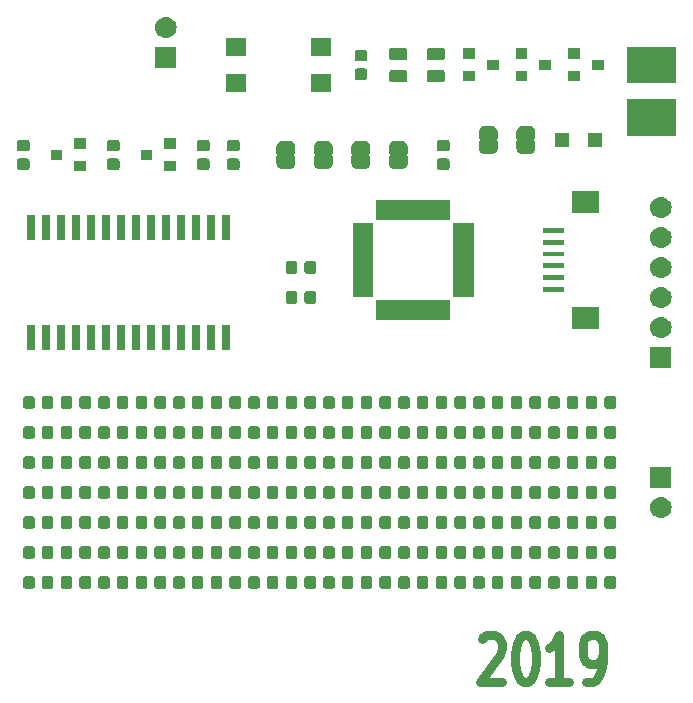
<source format=gbr>
G04 #@! TF.GenerationSoftware,KiCad,Pcbnew,(5.1.4)-1*
G04 #@! TF.CreationDate,2019-12-04T00:10:16+01:00*
G04 #@! TF.ProjectId,plan_b,706c616e-5f62-42e6-9b69-6361645f7063,rev?*
G04 #@! TF.SameCoordinates,PX7274898PY791ddc0*
G04 #@! TF.FileFunction,Soldermask,Top*
G04 #@! TF.FilePolarity,Negative*
%FSLAX46Y46*%
G04 Gerber Fmt 4.6, Leading zero omitted, Abs format (unit mm)*
G04 Created by KiCad (PCBNEW (5.1.4)-1) date 2019-12-04 00:10:16*
%MOMM*%
%LPD*%
G04 APERTURE LIST*
%ADD10C,0.750000*%
%ADD11C,0.100000*%
G04 APERTURE END LIST*
D10*
X49594142Y7905524D02*
X49737000Y8096000D01*
X50022714Y8286477D01*
X50737000Y8286477D01*
X51022714Y8096000D01*
X51165571Y7905524D01*
X51308428Y7524572D01*
X51308428Y7143620D01*
X51165571Y6572191D01*
X49451285Y4286477D01*
X51308428Y4286477D01*
X53165571Y8286477D02*
X53451285Y8286477D01*
X53737000Y8096000D01*
X53879857Y7905524D01*
X54022714Y7524572D01*
X54165571Y6762667D01*
X54165571Y5810286D01*
X54022714Y5048381D01*
X53879857Y4667429D01*
X53737000Y4476953D01*
X53451285Y4286477D01*
X53165571Y4286477D01*
X52879857Y4476953D01*
X52737000Y4667429D01*
X52594142Y5048381D01*
X52451285Y5810286D01*
X52451285Y6762667D01*
X52594142Y7524572D01*
X52737000Y7905524D01*
X52879857Y8096000D01*
X53165571Y8286477D01*
X57022714Y4286477D02*
X55308428Y4286477D01*
X56165571Y4286477D02*
X56165571Y8286477D01*
X55879857Y7715048D01*
X55594142Y7334096D01*
X55308428Y7143620D01*
X58451285Y4286477D02*
X59022714Y4286477D01*
X59308428Y4476953D01*
X59451285Y4667429D01*
X59737000Y5238858D01*
X59879857Y6000762D01*
X59879857Y7524572D01*
X59737000Y7905524D01*
X59594142Y8096000D01*
X59308428Y8286477D01*
X58737000Y8286477D01*
X58451285Y8096000D01*
X58308428Y7905524D01*
X58165571Y7524572D01*
X58165571Y6572191D01*
X58308428Y6191239D01*
X58451285Y6000762D01*
X58737000Y5810286D01*
X59308428Y5810286D01*
X59594142Y6000762D01*
X59737000Y6191239D01*
X59879857Y6572191D01*
D11*
G36*
X25894591Y13221915D02*
G01*
X25928569Y13211607D01*
X25959890Y13194866D01*
X25987339Y13172339D01*
X26009866Y13144890D01*
X26026607Y13113569D01*
X26036915Y13079591D01*
X26041000Y13038110D01*
X26041000Y12361890D01*
X26036915Y12320409D01*
X26026607Y12286431D01*
X26009866Y12255110D01*
X25987339Y12227661D01*
X25959890Y12205134D01*
X25928569Y12188393D01*
X25894591Y12178085D01*
X25853110Y12174000D01*
X25251890Y12174000D01*
X25210409Y12178085D01*
X25176431Y12188393D01*
X25145110Y12205134D01*
X25117661Y12227661D01*
X25095134Y12255110D01*
X25078393Y12286431D01*
X25068085Y12320409D01*
X25064000Y12361890D01*
X25064000Y13038110D01*
X25068085Y13079591D01*
X25078393Y13113569D01*
X25095134Y13144890D01*
X25117661Y13172339D01*
X25145110Y13194866D01*
X25176431Y13211607D01*
X25210409Y13221915D01*
X25251890Y13226000D01*
X25853110Y13226000D01*
X25894591Y13221915D01*
X25894591Y13221915D01*
G37*
G36*
X13194591Y13221915D02*
G01*
X13228569Y13211607D01*
X13259890Y13194866D01*
X13287339Y13172339D01*
X13309866Y13144890D01*
X13326607Y13113569D01*
X13336915Y13079591D01*
X13341000Y13038110D01*
X13341000Y12361890D01*
X13336915Y12320409D01*
X13326607Y12286431D01*
X13309866Y12255110D01*
X13287339Y12227661D01*
X13259890Y12205134D01*
X13228569Y12188393D01*
X13194591Y12178085D01*
X13153110Y12174000D01*
X12551890Y12174000D01*
X12510409Y12178085D01*
X12476431Y12188393D01*
X12445110Y12205134D01*
X12417661Y12227661D01*
X12395134Y12255110D01*
X12378393Y12286431D01*
X12368085Y12320409D01*
X12364000Y12361890D01*
X12364000Y13038110D01*
X12368085Y13079591D01*
X12378393Y13113569D01*
X12395134Y13144890D01*
X12417661Y13172339D01*
X12445110Y13194866D01*
X12476431Y13211607D01*
X12510409Y13221915D01*
X12551890Y13226000D01*
X13153110Y13226000D01*
X13194591Y13221915D01*
X13194591Y13221915D01*
G37*
G36*
X11619591Y13221915D02*
G01*
X11653569Y13211607D01*
X11684890Y13194866D01*
X11712339Y13172339D01*
X11734866Y13144890D01*
X11751607Y13113569D01*
X11761915Y13079591D01*
X11766000Y13038110D01*
X11766000Y12361890D01*
X11761915Y12320409D01*
X11751607Y12286431D01*
X11734866Y12255110D01*
X11712339Y12227661D01*
X11684890Y12205134D01*
X11653569Y12188393D01*
X11619591Y12178085D01*
X11578110Y12174000D01*
X10976890Y12174000D01*
X10935409Y12178085D01*
X10901431Y12188393D01*
X10870110Y12205134D01*
X10842661Y12227661D01*
X10820134Y12255110D01*
X10803393Y12286431D01*
X10793085Y12320409D01*
X10789000Y12361890D01*
X10789000Y13038110D01*
X10793085Y13079591D01*
X10803393Y13113569D01*
X10820134Y13144890D01*
X10842661Y13172339D01*
X10870110Y13194866D01*
X10901431Y13211607D01*
X10935409Y13221915D01*
X10976890Y13226000D01*
X11578110Y13226000D01*
X11619591Y13221915D01*
X11619591Y13221915D01*
G37*
G36*
X14794591Y13221915D02*
G01*
X14828569Y13211607D01*
X14859890Y13194866D01*
X14887339Y13172339D01*
X14909866Y13144890D01*
X14926607Y13113569D01*
X14936915Y13079591D01*
X14941000Y13038110D01*
X14941000Y12361890D01*
X14936915Y12320409D01*
X14926607Y12286431D01*
X14909866Y12255110D01*
X14887339Y12227661D01*
X14859890Y12205134D01*
X14828569Y12188393D01*
X14794591Y12178085D01*
X14753110Y12174000D01*
X14151890Y12174000D01*
X14110409Y12178085D01*
X14076431Y12188393D01*
X14045110Y12205134D01*
X14017661Y12227661D01*
X13995134Y12255110D01*
X13978393Y12286431D01*
X13968085Y12320409D01*
X13964000Y12361890D01*
X13964000Y13038110D01*
X13968085Y13079591D01*
X13978393Y13113569D01*
X13995134Y13144890D01*
X14017661Y13172339D01*
X14045110Y13194866D01*
X14076431Y13211607D01*
X14110409Y13221915D01*
X14151890Y13226000D01*
X14753110Y13226000D01*
X14794591Y13221915D01*
X14794591Y13221915D01*
G37*
G36*
X16369591Y13221915D02*
G01*
X16403569Y13211607D01*
X16434890Y13194866D01*
X16462339Y13172339D01*
X16484866Y13144890D01*
X16501607Y13113569D01*
X16511915Y13079591D01*
X16516000Y13038110D01*
X16516000Y12361890D01*
X16511915Y12320409D01*
X16501607Y12286431D01*
X16484866Y12255110D01*
X16462339Y12227661D01*
X16434890Y12205134D01*
X16403569Y12188393D01*
X16369591Y12178085D01*
X16328110Y12174000D01*
X15726890Y12174000D01*
X15685409Y12178085D01*
X15651431Y12188393D01*
X15620110Y12205134D01*
X15592661Y12227661D01*
X15570134Y12255110D01*
X15553393Y12286431D01*
X15543085Y12320409D01*
X15539000Y12361890D01*
X15539000Y13038110D01*
X15543085Y13079591D01*
X15553393Y13113569D01*
X15570134Y13144890D01*
X15592661Y13172339D01*
X15620110Y13194866D01*
X15651431Y13211607D01*
X15685409Y13221915D01*
X15726890Y13226000D01*
X16328110Y13226000D01*
X16369591Y13221915D01*
X16369591Y13221915D01*
G37*
G36*
X19544591Y13221915D02*
G01*
X19578569Y13211607D01*
X19609890Y13194866D01*
X19637339Y13172339D01*
X19659866Y13144890D01*
X19676607Y13113569D01*
X19686915Y13079591D01*
X19691000Y13038110D01*
X19691000Y12361890D01*
X19686915Y12320409D01*
X19676607Y12286431D01*
X19659866Y12255110D01*
X19637339Y12227661D01*
X19609890Y12205134D01*
X19578569Y12188393D01*
X19544591Y12178085D01*
X19503110Y12174000D01*
X18901890Y12174000D01*
X18860409Y12178085D01*
X18826431Y12188393D01*
X18795110Y12205134D01*
X18767661Y12227661D01*
X18745134Y12255110D01*
X18728393Y12286431D01*
X18718085Y12320409D01*
X18714000Y12361890D01*
X18714000Y13038110D01*
X18718085Y13079591D01*
X18728393Y13113569D01*
X18745134Y13144890D01*
X18767661Y13172339D01*
X18795110Y13194866D01*
X18826431Y13211607D01*
X18860409Y13221915D01*
X18901890Y13226000D01*
X19503110Y13226000D01*
X19544591Y13221915D01*
X19544591Y13221915D01*
G37*
G36*
X17969591Y13221915D02*
G01*
X18003569Y13211607D01*
X18034890Y13194866D01*
X18062339Y13172339D01*
X18084866Y13144890D01*
X18101607Y13113569D01*
X18111915Y13079591D01*
X18116000Y13038110D01*
X18116000Y12361890D01*
X18111915Y12320409D01*
X18101607Y12286431D01*
X18084866Y12255110D01*
X18062339Y12227661D01*
X18034890Y12205134D01*
X18003569Y12188393D01*
X17969591Y12178085D01*
X17928110Y12174000D01*
X17326890Y12174000D01*
X17285409Y12178085D01*
X17251431Y12188393D01*
X17220110Y12205134D01*
X17192661Y12227661D01*
X17170134Y12255110D01*
X17153393Y12286431D01*
X17143085Y12320409D01*
X17139000Y12361890D01*
X17139000Y13038110D01*
X17143085Y13079591D01*
X17153393Y13113569D01*
X17170134Y13144890D01*
X17192661Y13172339D01*
X17220110Y13194866D01*
X17251431Y13211607D01*
X17285409Y13221915D01*
X17326890Y13226000D01*
X17928110Y13226000D01*
X17969591Y13221915D01*
X17969591Y13221915D01*
G37*
G36*
X21144591Y13221915D02*
G01*
X21178569Y13211607D01*
X21209890Y13194866D01*
X21237339Y13172339D01*
X21259866Y13144890D01*
X21276607Y13113569D01*
X21286915Y13079591D01*
X21291000Y13038110D01*
X21291000Y12361890D01*
X21286915Y12320409D01*
X21276607Y12286431D01*
X21259866Y12255110D01*
X21237339Y12227661D01*
X21209890Y12205134D01*
X21178569Y12188393D01*
X21144591Y12178085D01*
X21103110Y12174000D01*
X20501890Y12174000D01*
X20460409Y12178085D01*
X20426431Y12188393D01*
X20395110Y12205134D01*
X20367661Y12227661D01*
X20345134Y12255110D01*
X20328393Y12286431D01*
X20318085Y12320409D01*
X20314000Y12361890D01*
X20314000Y13038110D01*
X20318085Y13079591D01*
X20328393Y13113569D01*
X20345134Y13144890D01*
X20367661Y13172339D01*
X20395110Y13194866D01*
X20426431Y13211607D01*
X20460409Y13221915D01*
X20501890Y13226000D01*
X21103110Y13226000D01*
X21144591Y13221915D01*
X21144591Y13221915D01*
G37*
G36*
X22719591Y13221915D02*
G01*
X22753569Y13211607D01*
X22784890Y13194866D01*
X22812339Y13172339D01*
X22834866Y13144890D01*
X22851607Y13113569D01*
X22861915Y13079591D01*
X22866000Y13038110D01*
X22866000Y12361890D01*
X22861915Y12320409D01*
X22851607Y12286431D01*
X22834866Y12255110D01*
X22812339Y12227661D01*
X22784890Y12205134D01*
X22753569Y12188393D01*
X22719591Y12178085D01*
X22678110Y12174000D01*
X22076890Y12174000D01*
X22035409Y12178085D01*
X22001431Y12188393D01*
X21970110Y12205134D01*
X21942661Y12227661D01*
X21920134Y12255110D01*
X21903393Y12286431D01*
X21893085Y12320409D01*
X21889000Y12361890D01*
X21889000Y13038110D01*
X21893085Y13079591D01*
X21903393Y13113569D01*
X21920134Y13144890D01*
X21942661Y13172339D01*
X21970110Y13194866D01*
X22001431Y13211607D01*
X22035409Y13221915D01*
X22076890Y13226000D01*
X22678110Y13226000D01*
X22719591Y13221915D01*
X22719591Y13221915D01*
G37*
G36*
X37019591Y13221915D02*
G01*
X37053569Y13211607D01*
X37084890Y13194866D01*
X37112339Y13172339D01*
X37134866Y13144890D01*
X37151607Y13113569D01*
X37161915Y13079591D01*
X37166000Y13038110D01*
X37166000Y12361890D01*
X37161915Y12320409D01*
X37151607Y12286431D01*
X37134866Y12255110D01*
X37112339Y12227661D01*
X37084890Y12205134D01*
X37053569Y12188393D01*
X37019591Y12178085D01*
X36978110Y12174000D01*
X36376890Y12174000D01*
X36335409Y12178085D01*
X36301431Y12188393D01*
X36270110Y12205134D01*
X36242661Y12227661D01*
X36220134Y12255110D01*
X36203393Y12286431D01*
X36193085Y12320409D01*
X36189000Y12361890D01*
X36189000Y13038110D01*
X36193085Y13079591D01*
X36203393Y13113569D01*
X36220134Y13144890D01*
X36242661Y13172339D01*
X36270110Y13194866D01*
X36301431Y13211607D01*
X36335409Y13221915D01*
X36376890Y13226000D01*
X36978110Y13226000D01*
X37019591Y13221915D01*
X37019591Y13221915D01*
G37*
G36*
X29069591Y13221915D02*
G01*
X29103569Y13211607D01*
X29134890Y13194866D01*
X29162339Y13172339D01*
X29184866Y13144890D01*
X29201607Y13113569D01*
X29211915Y13079591D01*
X29216000Y13038110D01*
X29216000Y12361890D01*
X29211915Y12320409D01*
X29201607Y12286431D01*
X29184866Y12255110D01*
X29162339Y12227661D01*
X29134890Y12205134D01*
X29103569Y12188393D01*
X29069591Y12178085D01*
X29028110Y12174000D01*
X28426890Y12174000D01*
X28385409Y12178085D01*
X28351431Y12188393D01*
X28320110Y12205134D01*
X28292661Y12227661D01*
X28270134Y12255110D01*
X28253393Y12286431D01*
X28243085Y12320409D01*
X28239000Y12361890D01*
X28239000Y13038110D01*
X28243085Y13079591D01*
X28253393Y13113569D01*
X28270134Y13144890D01*
X28292661Y13172339D01*
X28320110Y13194866D01*
X28351431Y13211607D01*
X28385409Y13221915D01*
X28426890Y13226000D01*
X29028110Y13226000D01*
X29069591Y13221915D01*
X29069591Y13221915D01*
G37*
G36*
X27494591Y13221915D02*
G01*
X27528569Y13211607D01*
X27559890Y13194866D01*
X27587339Y13172339D01*
X27609866Y13144890D01*
X27626607Y13113569D01*
X27636915Y13079591D01*
X27641000Y13038110D01*
X27641000Y12361890D01*
X27636915Y12320409D01*
X27626607Y12286431D01*
X27609866Y12255110D01*
X27587339Y12227661D01*
X27559890Y12205134D01*
X27528569Y12188393D01*
X27494591Y12178085D01*
X27453110Y12174000D01*
X26851890Y12174000D01*
X26810409Y12178085D01*
X26776431Y12188393D01*
X26745110Y12205134D01*
X26717661Y12227661D01*
X26695134Y12255110D01*
X26678393Y12286431D01*
X26668085Y12320409D01*
X26664000Y12361890D01*
X26664000Y13038110D01*
X26668085Y13079591D01*
X26678393Y13113569D01*
X26695134Y13144890D01*
X26717661Y13172339D01*
X26745110Y13194866D01*
X26776431Y13211607D01*
X26810409Y13221915D01*
X26851890Y13226000D01*
X27453110Y13226000D01*
X27494591Y13221915D01*
X27494591Y13221915D01*
G37*
G36*
X30669591Y13221915D02*
G01*
X30703569Y13211607D01*
X30734890Y13194866D01*
X30762339Y13172339D01*
X30784866Y13144890D01*
X30801607Y13113569D01*
X30811915Y13079591D01*
X30816000Y13038110D01*
X30816000Y12361890D01*
X30811915Y12320409D01*
X30801607Y12286431D01*
X30784866Y12255110D01*
X30762339Y12227661D01*
X30734890Y12205134D01*
X30703569Y12188393D01*
X30669591Y12178085D01*
X30628110Y12174000D01*
X30026890Y12174000D01*
X29985409Y12178085D01*
X29951431Y12188393D01*
X29920110Y12205134D01*
X29892661Y12227661D01*
X29870134Y12255110D01*
X29853393Y12286431D01*
X29843085Y12320409D01*
X29839000Y12361890D01*
X29839000Y13038110D01*
X29843085Y13079591D01*
X29853393Y13113569D01*
X29870134Y13144890D01*
X29892661Y13172339D01*
X29920110Y13194866D01*
X29951431Y13211607D01*
X29985409Y13221915D01*
X30026890Y13226000D01*
X30628110Y13226000D01*
X30669591Y13221915D01*
X30669591Y13221915D01*
G37*
G36*
X32244591Y13221915D02*
G01*
X32278569Y13211607D01*
X32309890Y13194866D01*
X32337339Y13172339D01*
X32359866Y13144890D01*
X32376607Y13113569D01*
X32386915Y13079591D01*
X32391000Y13038110D01*
X32391000Y12361890D01*
X32386915Y12320409D01*
X32376607Y12286431D01*
X32359866Y12255110D01*
X32337339Y12227661D01*
X32309890Y12205134D01*
X32278569Y12188393D01*
X32244591Y12178085D01*
X32203110Y12174000D01*
X31601890Y12174000D01*
X31560409Y12178085D01*
X31526431Y12188393D01*
X31495110Y12205134D01*
X31467661Y12227661D01*
X31445134Y12255110D01*
X31428393Y12286431D01*
X31418085Y12320409D01*
X31414000Y12361890D01*
X31414000Y13038110D01*
X31418085Y13079591D01*
X31428393Y13113569D01*
X31445134Y13144890D01*
X31467661Y13172339D01*
X31495110Y13194866D01*
X31526431Y13211607D01*
X31560409Y13221915D01*
X31601890Y13226000D01*
X32203110Y13226000D01*
X32244591Y13221915D01*
X32244591Y13221915D01*
G37*
G36*
X35419591Y13221915D02*
G01*
X35453569Y13211607D01*
X35484890Y13194866D01*
X35512339Y13172339D01*
X35534866Y13144890D01*
X35551607Y13113569D01*
X35561915Y13079591D01*
X35566000Y13038110D01*
X35566000Y12361890D01*
X35561915Y12320409D01*
X35551607Y12286431D01*
X35534866Y12255110D01*
X35512339Y12227661D01*
X35484890Y12205134D01*
X35453569Y12188393D01*
X35419591Y12178085D01*
X35378110Y12174000D01*
X34776890Y12174000D01*
X34735409Y12178085D01*
X34701431Y12188393D01*
X34670110Y12205134D01*
X34642661Y12227661D01*
X34620134Y12255110D01*
X34603393Y12286431D01*
X34593085Y12320409D01*
X34589000Y12361890D01*
X34589000Y13038110D01*
X34593085Y13079591D01*
X34603393Y13113569D01*
X34620134Y13144890D01*
X34642661Y13172339D01*
X34670110Y13194866D01*
X34701431Y13211607D01*
X34735409Y13221915D01*
X34776890Y13226000D01*
X35378110Y13226000D01*
X35419591Y13221915D01*
X35419591Y13221915D01*
G37*
G36*
X33844591Y13221915D02*
G01*
X33878569Y13211607D01*
X33909890Y13194866D01*
X33937339Y13172339D01*
X33959866Y13144890D01*
X33976607Y13113569D01*
X33986915Y13079591D01*
X33991000Y13038110D01*
X33991000Y12361890D01*
X33986915Y12320409D01*
X33976607Y12286431D01*
X33959866Y12255110D01*
X33937339Y12227661D01*
X33909890Y12205134D01*
X33878569Y12188393D01*
X33844591Y12178085D01*
X33803110Y12174000D01*
X33201890Y12174000D01*
X33160409Y12178085D01*
X33126431Y12188393D01*
X33095110Y12205134D01*
X33067661Y12227661D01*
X33045134Y12255110D01*
X33028393Y12286431D01*
X33018085Y12320409D01*
X33014000Y12361890D01*
X33014000Y13038110D01*
X33018085Y13079591D01*
X33028393Y13113569D01*
X33045134Y13144890D01*
X33067661Y13172339D01*
X33095110Y13194866D01*
X33126431Y13211607D01*
X33160409Y13221915D01*
X33201890Y13226000D01*
X33803110Y13226000D01*
X33844591Y13221915D01*
X33844591Y13221915D01*
G37*
G36*
X49719591Y13221915D02*
G01*
X49753569Y13211607D01*
X49784890Y13194866D01*
X49812339Y13172339D01*
X49834866Y13144890D01*
X49851607Y13113569D01*
X49861915Y13079591D01*
X49866000Y13038110D01*
X49866000Y12361890D01*
X49861915Y12320409D01*
X49851607Y12286431D01*
X49834866Y12255110D01*
X49812339Y12227661D01*
X49784890Y12205134D01*
X49753569Y12188393D01*
X49719591Y12178085D01*
X49678110Y12174000D01*
X49076890Y12174000D01*
X49035409Y12178085D01*
X49001431Y12188393D01*
X48970110Y12205134D01*
X48942661Y12227661D01*
X48920134Y12255110D01*
X48903393Y12286431D01*
X48893085Y12320409D01*
X48889000Y12361890D01*
X48889000Y13038110D01*
X48893085Y13079591D01*
X48903393Y13113569D01*
X48920134Y13144890D01*
X48942661Y13172339D01*
X48970110Y13194866D01*
X49001431Y13211607D01*
X49035409Y13221915D01*
X49076890Y13226000D01*
X49678110Y13226000D01*
X49719591Y13221915D01*
X49719591Y13221915D01*
G37*
G36*
X60819591Y13221915D02*
G01*
X60853569Y13211607D01*
X60884890Y13194866D01*
X60912339Y13172339D01*
X60934866Y13144890D01*
X60951607Y13113569D01*
X60961915Y13079591D01*
X60966000Y13038110D01*
X60966000Y12361890D01*
X60961915Y12320409D01*
X60951607Y12286431D01*
X60934866Y12255110D01*
X60912339Y12227661D01*
X60884890Y12205134D01*
X60853569Y12188393D01*
X60819591Y12178085D01*
X60778110Y12174000D01*
X60176890Y12174000D01*
X60135409Y12178085D01*
X60101431Y12188393D01*
X60070110Y12205134D01*
X60042661Y12227661D01*
X60020134Y12255110D01*
X60003393Y12286431D01*
X59993085Y12320409D01*
X59989000Y12361890D01*
X59989000Y13038110D01*
X59993085Y13079591D01*
X60003393Y13113569D01*
X60020134Y13144890D01*
X60042661Y13172339D01*
X60070110Y13194866D01*
X60101431Y13211607D01*
X60135409Y13221915D01*
X60176890Y13226000D01*
X60778110Y13226000D01*
X60819591Y13221915D01*
X60819591Y13221915D01*
G37*
G36*
X24319591Y13221915D02*
G01*
X24353569Y13211607D01*
X24384890Y13194866D01*
X24412339Y13172339D01*
X24434866Y13144890D01*
X24451607Y13113569D01*
X24461915Y13079591D01*
X24466000Y13038110D01*
X24466000Y12361890D01*
X24461915Y12320409D01*
X24451607Y12286431D01*
X24434866Y12255110D01*
X24412339Y12227661D01*
X24384890Y12205134D01*
X24353569Y12188393D01*
X24319591Y12178085D01*
X24278110Y12174000D01*
X23676890Y12174000D01*
X23635409Y12178085D01*
X23601431Y12188393D01*
X23570110Y12205134D01*
X23542661Y12227661D01*
X23520134Y12255110D01*
X23503393Y12286431D01*
X23493085Y12320409D01*
X23489000Y12361890D01*
X23489000Y13038110D01*
X23493085Y13079591D01*
X23503393Y13113569D01*
X23520134Y13144890D01*
X23542661Y13172339D01*
X23570110Y13194866D01*
X23601431Y13211607D01*
X23635409Y13221915D01*
X23676890Y13226000D01*
X24278110Y13226000D01*
X24319591Y13221915D01*
X24319591Y13221915D01*
G37*
G36*
X41769591Y13221915D02*
G01*
X41803569Y13211607D01*
X41834890Y13194866D01*
X41862339Y13172339D01*
X41884866Y13144890D01*
X41901607Y13113569D01*
X41911915Y13079591D01*
X41916000Y13038110D01*
X41916000Y12361890D01*
X41911915Y12320409D01*
X41901607Y12286431D01*
X41884866Y12255110D01*
X41862339Y12227661D01*
X41834890Y12205134D01*
X41803569Y12188393D01*
X41769591Y12178085D01*
X41728110Y12174000D01*
X41126890Y12174000D01*
X41085409Y12178085D01*
X41051431Y12188393D01*
X41020110Y12205134D01*
X40992661Y12227661D01*
X40970134Y12255110D01*
X40953393Y12286431D01*
X40943085Y12320409D01*
X40939000Y12361890D01*
X40939000Y13038110D01*
X40943085Y13079591D01*
X40953393Y13113569D01*
X40970134Y13144890D01*
X40992661Y13172339D01*
X41020110Y13194866D01*
X41051431Y13211607D01*
X41085409Y13221915D01*
X41126890Y13226000D01*
X41728110Y13226000D01*
X41769591Y13221915D01*
X41769591Y13221915D01*
G37*
G36*
X40194591Y13221915D02*
G01*
X40228569Y13211607D01*
X40259890Y13194866D01*
X40287339Y13172339D01*
X40309866Y13144890D01*
X40326607Y13113569D01*
X40336915Y13079591D01*
X40341000Y13038110D01*
X40341000Y12361890D01*
X40336915Y12320409D01*
X40326607Y12286431D01*
X40309866Y12255110D01*
X40287339Y12227661D01*
X40259890Y12205134D01*
X40228569Y12188393D01*
X40194591Y12178085D01*
X40153110Y12174000D01*
X39551890Y12174000D01*
X39510409Y12178085D01*
X39476431Y12188393D01*
X39445110Y12205134D01*
X39417661Y12227661D01*
X39395134Y12255110D01*
X39378393Y12286431D01*
X39368085Y12320409D01*
X39364000Y12361890D01*
X39364000Y13038110D01*
X39368085Y13079591D01*
X39378393Y13113569D01*
X39395134Y13144890D01*
X39417661Y13172339D01*
X39445110Y13194866D01*
X39476431Y13211607D01*
X39510409Y13221915D01*
X39551890Y13226000D01*
X40153110Y13226000D01*
X40194591Y13221915D01*
X40194591Y13221915D01*
G37*
G36*
X44944591Y13221915D02*
G01*
X44978569Y13211607D01*
X45009890Y13194866D01*
X45037339Y13172339D01*
X45059866Y13144890D01*
X45076607Y13113569D01*
X45086915Y13079591D01*
X45091000Y13038110D01*
X45091000Y12361890D01*
X45086915Y12320409D01*
X45076607Y12286431D01*
X45059866Y12255110D01*
X45037339Y12227661D01*
X45009890Y12205134D01*
X44978569Y12188393D01*
X44944591Y12178085D01*
X44903110Y12174000D01*
X44301890Y12174000D01*
X44260409Y12178085D01*
X44226431Y12188393D01*
X44195110Y12205134D01*
X44167661Y12227661D01*
X44145134Y12255110D01*
X44128393Y12286431D01*
X44118085Y12320409D01*
X44114000Y12361890D01*
X44114000Y13038110D01*
X44118085Y13079591D01*
X44128393Y13113569D01*
X44145134Y13144890D01*
X44167661Y13172339D01*
X44195110Y13194866D01*
X44226431Y13211607D01*
X44260409Y13221915D01*
X44301890Y13226000D01*
X44903110Y13226000D01*
X44944591Y13221915D01*
X44944591Y13221915D01*
G37*
G36*
X43369591Y13221915D02*
G01*
X43403569Y13211607D01*
X43434890Y13194866D01*
X43462339Y13172339D01*
X43484866Y13144890D01*
X43501607Y13113569D01*
X43511915Y13079591D01*
X43516000Y13038110D01*
X43516000Y12361890D01*
X43511915Y12320409D01*
X43501607Y12286431D01*
X43484866Y12255110D01*
X43462339Y12227661D01*
X43434890Y12205134D01*
X43403569Y12188393D01*
X43369591Y12178085D01*
X43328110Y12174000D01*
X42726890Y12174000D01*
X42685409Y12178085D01*
X42651431Y12188393D01*
X42620110Y12205134D01*
X42592661Y12227661D01*
X42570134Y12255110D01*
X42553393Y12286431D01*
X42543085Y12320409D01*
X42539000Y12361890D01*
X42539000Y13038110D01*
X42543085Y13079591D01*
X42553393Y13113569D01*
X42570134Y13144890D01*
X42592661Y13172339D01*
X42620110Y13194866D01*
X42651431Y13211607D01*
X42685409Y13221915D01*
X42726890Y13226000D01*
X43328110Y13226000D01*
X43369591Y13221915D01*
X43369591Y13221915D01*
G37*
G36*
X46544591Y13221915D02*
G01*
X46578569Y13211607D01*
X46609890Y13194866D01*
X46637339Y13172339D01*
X46659866Y13144890D01*
X46676607Y13113569D01*
X46686915Y13079591D01*
X46691000Y13038110D01*
X46691000Y12361890D01*
X46686915Y12320409D01*
X46676607Y12286431D01*
X46659866Y12255110D01*
X46637339Y12227661D01*
X46609890Y12205134D01*
X46578569Y12188393D01*
X46544591Y12178085D01*
X46503110Y12174000D01*
X45901890Y12174000D01*
X45860409Y12178085D01*
X45826431Y12188393D01*
X45795110Y12205134D01*
X45767661Y12227661D01*
X45745134Y12255110D01*
X45728393Y12286431D01*
X45718085Y12320409D01*
X45714000Y12361890D01*
X45714000Y13038110D01*
X45718085Y13079591D01*
X45728393Y13113569D01*
X45745134Y13144890D01*
X45767661Y13172339D01*
X45795110Y13194866D01*
X45826431Y13211607D01*
X45860409Y13221915D01*
X45901890Y13226000D01*
X46503110Y13226000D01*
X46544591Y13221915D01*
X46544591Y13221915D01*
G37*
G36*
X48119591Y13221915D02*
G01*
X48153569Y13211607D01*
X48184890Y13194866D01*
X48212339Y13172339D01*
X48234866Y13144890D01*
X48251607Y13113569D01*
X48261915Y13079591D01*
X48266000Y13038110D01*
X48266000Y12361890D01*
X48261915Y12320409D01*
X48251607Y12286431D01*
X48234866Y12255110D01*
X48212339Y12227661D01*
X48184890Y12205134D01*
X48153569Y12188393D01*
X48119591Y12178085D01*
X48078110Y12174000D01*
X47476890Y12174000D01*
X47435409Y12178085D01*
X47401431Y12188393D01*
X47370110Y12205134D01*
X47342661Y12227661D01*
X47320134Y12255110D01*
X47303393Y12286431D01*
X47293085Y12320409D01*
X47289000Y12361890D01*
X47289000Y13038110D01*
X47293085Y13079591D01*
X47303393Y13113569D01*
X47320134Y13144890D01*
X47342661Y13172339D01*
X47370110Y13194866D01*
X47401431Y13211607D01*
X47435409Y13221915D01*
X47476890Y13226000D01*
X48078110Y13226000D01*
X48119591Y13221915D01*
X48119591Y13221915D01*
G37*
G36*
X51294591Y13221915D02*
G01*
X51328569Y13211607D01*
X51359890Y13194866D01*
X51387339Y13172339D01*
X51409866Y13144890D01*
X51426607Y13113569D01*
X51436915Y13079591D01*
X51441000Y13038110D01*
X51441000Y12361890D01*
X51436915Y12320409D01*
X51426607Y12286431D01*
X51409866Y12255110D01*
X51387339Y12227661D01*
X51359890Y12205134D01*
X51328569Y12188393D01*
X51294591Y12178085D01*
X51253110Y12174000D01*
X50651890Y12174000D01*
X50610409Y12178085D01*
X50576431Y12188393D01*
X50545110Y12205134D01*
X50517661Y12227661D01*
X50495134Y12255110D01*
X50478393Y12286431D01*
X50468085Y12320409D01*
X50464000Y12361890D01*
X50464000Y13038110D01*
X50468085Y13079591D01*
X50478393Y13113569D01*
X50495134Y13144890D01*
X50517661Y13172339D01*
X50545110Y13194866D01*
X50576431Y13211607D01*
X50610409Y13221915D01*
X50651890Y13226000D01*
X51253110Y13226000D01*
X51294591Y13221915D01*
X51294591Y13221915D01*
G37*
G36*
X38594591Y13221915D02*
G01*
X38628569Y13211607D01*
X38659890Y13194866D01*
X38687339Y13172339D01*
X38709866Y13144890D01*
X38726607Y13113569D01*
X38736915Y13079591D01*
X38741000Y13038110D01*
X38741000Y12361890D01*
X38736915Y12320409D01*
X38726607Y12286431D01*
X38709866Y12255110D01*
X38687339Y12227661D01*
X38659890Y12205134D01*
X38628569Y12188393D01*
X38594591Y12178085D01*
X38553110Y12174000D01*
X37951890Y12174000D01*
X37910409Y12178085D01*
X37876431Y12188393D01*
X37845110Y12205134D01*
X37817661Y12227661D01*
X37795134Y12255110D01*
X37778393Y12286431D01*
X37768085Y12320409D01*
X37764000Y12361890D01*
X37764000Y13038110D01*
X37768085Y13079591D01*
X37778393Y13113569D01*
X37795134Y13144890D01*
X37817661Y13172339D01*
X37845110Y13194866D01*
X37876431Y13211607D01*
X37910409Y13221915D01*
X37951890Y13226000D01*
X38553110Y13226000D01*
X38594591Y13221915D01*
X38594591Y13221915D01*
G37*
G36*
X52894591Y13221915D02*
G01*
X52928569Y13211607D01*
X52959890Y13194866D01*
X52987339Y13172339D01*
X53009866Y13144890D01*
X53026607Y13113569D01*
X53036915Y13079591D01*
X53041000Y13038110D01*
X53041000Y12361890D01*
X53036915Y12320409D01*
X53026607Y12286431D01*
X53009866Y12255110D01*
X52987339Y12227661D01*
X52959890Y12205134D01*
X52928569Y12188393D01*
X52894591Y12178085D01*
X52853110Y12174000D01*
X52251890Y12174000D01*
X52210409Y12178085D01*
X52176431Y12188393D01*
X52145110Y12205134D01*
X52117661Y12227661D01*
X52095134Y12255110D01*
X52078393Y12286431D01*
X52068085Y12320409D01*
X52064000Y12361890D01*
X52064000Y13038110D01*
X52068085Y13079591D01*
X52078393Y13113569D01*
X52095134Y13144890D01*
X52117661Y13172339D01*
X52145110Y13194866D01*
X52176431Y13211607D01*
X52210409Y13221915D01*
X52251890Y13226000D01*
X52853110Y13226000D01*
X52894591Y13221915D01*
X52894591Y13221915D01*
G37*
G36*
X54469591Y13221915D02*
G01*
X54503569Y13211607D01*
X54534890Y13194866D01*
X54562339Y13172339D01*
X54584866Y13144890D01*
X54601607Y13113569D01*
X54611915Y13079591D01*
X54616000Y13038110D01*
X54616000Y12361890D01*
X54611915Y12320409D01*
X54601607Y12286431D01*
X54584866Y12255110D01*
X54562339Y12227661D01*
X54534890Y12205134D01*
X54503569Y12188393D01*
X54469591Y12178085D01*
X54428110Y12174000D01*
X53826890Y12174000D01*
X53785409Y12178085D01*
X53751431Y12188393D01*
X53720110Y12205134D01*
X53692661Y12227661D01*
X53670134Y12255110D01*
X53653393Y12286431D01*
X53643085Y12320409D01*
X53639000Y12361890D01*
X53639000Y13038110D01*
X53643085Y13079591D01*
X53653393Y13113569D01*
X53670134Y13144890D01*
X53692661Y13172339D01*
X53720110Y13194866D01*
X53751431Y13211607D01*
X53785409Y13221915D01*
X53826890Y13226000D01*
X54428110Y13226000D01*
X54469591Y13221915D01*
X54469591Y13221915D01*
G37*
G36*
X57644591Y13221915D02*
G01*
X57678569Y13211607D01*
X57709890Y13194866D01*
X57737339Y13172339D01*
X57759866Y13144890D01*
X57776607Y13113569D01*
X57786915Y13079591D01*
X57791000Y13038110D01*
X57791000Y12361890D01*
X57786915Y12320409D01*
X57776607Y12286431D01*
X57759866Y12255110D01*
X57737339Y12227661D01*
X57709890Y12205134D01*
X57678569Y12188393D01*
X57644591Y12178085D01*
X57603110Y12174000D01*
X57001890Y12174000D01*
X56960409Y12178085D01*
X56926431Y12188393D01*
X56895110Y12205134D01*
X56867661Y12227661D01*
X56845134Y12255110D01*
X56828393Y12286431D01*
X56818085Y12320409D01*
X56814000Y12361890D01*
X56814000Y13038110D01*
X56818085Y13079591D01*
X56828393Y13113569D01*
X56845134Y13144890D01*
X56867661Y13172339D01*
X56895110Y13194866D01*
X56926431Y13211607D01*
X56960409Y13221915D01*
X57001890Y13226000D01*
X57603110Y13226000D01*
X57644591Y13221915D01*
X57644591Y13221915D01*
G37*
G36*
X56069591Y13221915D02*
G01*
X56103569Y13211607D01*
X56134890Y13194866D01*
X56162339Y13172339D01*
X56184866Y13144890D01*
X56201607Y13113569D01*
X56211915Y13079591D01*
X56216000Y13038110D01*
X56216000Y12361890D01*
X56211915Y12320409D01*
X56201607Y12286431D01*
X56184866Y12255110D01*
X56162339Y12227661D01*
X56134890Y12205134D01*
X56103569Y12188393D01*
X56069591Y12178085D01*
X56028110Y12174000D01*
X55426890Y12174000D01*
X55385409Y12178085D01*
X55351431Y12188393D01*
X55320110Y12205134D01*
X55292661Y12227661D01*
X55270134Y12255110D01*
X55253393Y12286431D01*
X55243085Y12320409D01*
X55239000Y12361890D01*
X55239000Y13038110D01*
X55243085Y13079591D01*
X55253393Y13113569D01*
X55270134Y13144890D01*
X55292661Y13172339D01*
X55320110Y13194866D01*
X55351431Y13211607D01*
X55385409Y13221915D01*
X55426890Y13226000D01*
X56028110Y13226000D01*
X56069591Y13221915D01*
X56069591Y13221915D01*
G37*
G36*
X59244591Y13221915D02*
G01*
X59278569Y13211607D01*
X59309890Y13194866D01*
X59337339Y13172339D01*
X59359866Y13144890D01*
X59376607Y13113569D01*
X59386915Y13079591D01*
X59391000Y13038110D01*
X59391000Y12361890D01*
X59386915Y12320409D01*
X59376607Y12286431D01*
X59359866Y12255110D01*
X59337339Y12227661D01*
X59309890Y12205134D01*
X59278569Y12188393D01*
X59244591Y12178085D01*
X59203110Y12174000D01*
X58601890Y12174000D01*
X58560409Y12178085D01*
X58526431Y12188393D01*
X58495110Y12205134D01*
X58467661Y12227661D01*
X58445134Y12255110D01*
X58428393Y12286431D01*
X58418085Y12320409D01*
X58414000Y12361890D01*
X58414000Y13038110D01*
X58418085Y13079591D01*
X58428393Y13113569D01*
X58445134Y13144890D01*
X58467661Y13172339D01*
X58495110Y13194866D01*
X58526431Y13211607D01*
X58560409Y13221915D01*
X58601890Y13226000D01*
X59203110Y13226000D01*
X59244591Y13221915D01*
X59244591Y13221915D01*
G37*
G36*
X30669591Y15761915D02*
G01*
X30703569Y15751607D01*
X30734890Y15734866D01*
X30762339Y15712339D01*
X30784866Y15684890D01*
X30801607Y15653569D01*
X30811915Y15619591D01*
X30816000Y15578110D01*
X30816000Y14901890D01*
X30811915Y14860409D01*
X30801607Y14826431D01*
X30784866Y14795110D01*
X30762339Y14767661D01*
X30734890Y14745134D01*
X30703569Y14728393D01*
X30669591Y14718085D01*
X30628110Y14714000D01*
X30026890Y14714000D01*
X29985409Y14718085D01*
X29951431Y14728393D01*
X29920110Y14745134D01*
X29892661Y14767661D01*
X29870134Y14795110D01*
X29853393Y14826431D01*
X29843085Y14860409D01*
X29839000Y14901890D01*
X29839000Y15578110D01*
X29843085Y15619591D01*
X29853393Y15653569D01*
X29870134Y15684890D01*
X29892661Y15712339D01*
X29920110Y15734866D01*
X29951431Y15751607D01*
X29985409Y15761915D01*
X30026890Y15766000D01*
X30628110Y15766000D01*
X30669591Y15761915D01*
X30669591Y15761915D01*
G37*
G36*
X49719591Y15761915D02*
G01*
X49753569Y15751607D01*
X49784890Y15734866D01*
X49812339Y15712339D01*
X49834866Y15684890D01*
X49851607Y15653569D01*
X49861915Y15619591D01*
X49866000Y15578110D01*
X49866000Y14901890D01*
X49861915Y14860409D01*
X49851607Y14826431D01*
X49834866Y14795110D01*
X49812339Y14767661D01*
X49784890Y14745134D01*
X49753569Y14728393D01*
X49719591Y14718085D01*
X49678110Y14714000D01*
X49076890Y14714000D01*
X49035409Y14718085D01*
X49001431Y14728393D01*
X48970110Y14745134D01*
X48942661Y14767661D01*
X48920134Y14795110D01*
X48903393Y14826431D01*
X48893085Y14860409D01*
X48889000Y14901890D01*
X48889000Y15578110D01*
X48893085Y15619591D01*
X48903393Y15653569D01*
X48920134Y15684890D01*
X48942661Y15712339D01*
X48970110Y15734866D01*
X49001431Y15751607D01*
X49035409Y15761915D01*
X49076890Y15766000D01*
X49678110Y15766000D01*
X49719591Y15761915D01*
X49719591Y15761915D01*
G37*
G36*
X51294591Y15761915D02*
G01*
X51328569Y15751607D01*
X51359890Y15734866D01*
X51387339Y15712339D01*
X51409866Y15684890D01*
X51426607Y15653569D01*
X51436915Y15619591D01*
X51441000Y15578110D01*
X51441000Y14901890D01*
X51436915Y14860409D01*
X51426607Y14826431D01*
X51409866Y14795110D01*
X51387339Y14767661D01*
X51359890Y14745134D01*
X51328569Y14728393D01*
X51294591Y14718085D01*
X51253110Y14714000D01*
X50651890Y14714000D01*
X50610409Y14718085D01*
X50576431Y14728393D01*
X50545110Y14745134D01*
X50517661Y14767661D01*
X50495134Y14795110D01*
X50478393Y14826431D01*
X50468085Y14860409D01*
X50464000Y14901890D01*
X50464000Y15578110D01*
X50468085Y15619591D01*
X50478393Y15653569D01*
X50495134Y15684890D01*
X50517661Y15712339D01*
X50545110Y15734866D01*
X50576431Y15751607D01*
X50610409Y15761915D01*
X50651890Y15766000D01*
X51253110Y15766000D01*
X51294591Y15761915D01*
X51294591Y15761915D01*
G37*
G36*
X32244591Y15761915D02*
G01*
X32278569Y15751607D01*
X32309890Y15734866D01*
X32337339Y15712339D01*
X32359866Y15684890D01*
X32376607Y15653569D01*
X32386915Y15619591D01*
X32391000Y15578110D01*
X32391000Y14901890D01*
X32386915Y14860409D01*
X32376607Y14826431D01*
X32359866Y14795110D01*
X32337339Y14767661D01*
X32309890Y14745134D01*
X32278569Y14728393D01*
X32244591Y14718085D01*
X32203110Y14714000D01*
X31601890Y14714000D01*
X31560409Y14718085D01*
X31526431Y14728393D01*
X31495110Y14745134D01*
X31467661Y14767661D01*
X31445134Y14795110D01*
X31428393Y14826431D01*
X31418085Y14860409D01*
X31414000Y14901890D01*
X31414000Y15578110D01*
X31418085Y15619591D01*
X31428393Y15653569D01*
X31445134Y15684890D01*
X31467661Y15712339D01*
X31495110Y15734866D01*
X31526431Y15751607D01*
X31560409Y15761915D01*
X31601890Y15766000D01*
X32203110Y15766000D01*
X32244591Y15761915D01*
X32244591Y15761915D01*
G37*
G36*
X54469591Y15761915D02*
G01*
X54503569Y15751607D01*
X54534890Y15734866D01*
X54562339Y15712339D01*
X54584866Y15684890D01*
X54601607Y15653569D01*
X54611915Y15619591D01*
X54616000Y15578110D01*
X54616000Y14901890D01*
X54611915Y14860409D01*
X54601607Y14826431D01*
X54584866Y14795110D01*
X54562339Y14767661D01*
X54534890Y14745134D01*
X54503569Y14728393D01*
X54469591Y14718085D01*
X54428110Y14714000D01*
X53826890Y14714000D01*
X53785409Y14718085D01*
X53751431Y14728393D01*
X53720110Y14745134D01*
X53692661Y14767661D01*
X53670134Y14795110D01*
X53653393Y14826431D01*
X53643085Y14860409D01*
X53639000Y14901890D01*
X53639000Y15578110D01*
X53643085Y15619591D01*
X53653393Y15653569D01*
X53670134Y15684890D01*
X53692661Y15712339D01*
X53720110Y15734866D01*
X53751431Y15751607D01*
X53785409Y15761915D01*
X53826890Y15766000D01*
X54428110Y15766000D01*
X54469591Y15761915D01*
X54469591Y15761915D01*
G37*
G36*
X52894591Y15761915D02*
G01*
X52928569Y15751607D01*
X52959890Y15734866D01*
X52987339Y15712339D01*
X53009866Y15684890D01*
X53026607Y15653569D01*
X53036915Y15619591D01*
X53041000Y15578110D01*
X53041000Y14901890D01*
X53036915Y14860409D01*
X53026607Y14826431D01*
X53009866Y14795110D01*
X52987339Y14767661D01*
X52959890Y14745134D01*
X52928569Y14728393D01*
X52894591Y14718085D01*
X52853110Y14714000D01*
X52251890Y14714000D01*
X52210409Y14718085D01*
X52176431Y14728393D01*
X52145110Y14745134D01*
X52117661Y14767661D01*
X52095134Y14795110D01*
X52078393Y14826431D01*
X52068085Y14860409D01*
X52064000Y14901890D01*
X52064000Y15578110D01*
X52068085Y15619591D01*
X52078393Y15653569D01*
X52095134Y15684890D01*
X52117661Y15712339D01*
X52145110Y15734866D01*
X52176431Y15751607D01*
X52210409Y15761915D01*
X52251890Y15766000D01*
X52853110Y15766000D01*
X52894591Y15761915D01*
X52894591Y15761915D01*
G37*
G36*
X56069591Y15761915D02*
G01*
X56103569Y15751607D01*
X56134890Y15734866D01*
X56162339Y15712339D01*
X56184866Y15684890D01*
X56201607Y15653569D01*
X56211915Y15619591D01*
X56216000Y15578110D01*
X56216000Y14901890D01*
X56211915Y14860409D01*
X56201607Y14826431D01*
X56184866Y14795110D01*
X56162339Y14767661D01*
X56134890Y14745134D01*
X56103569Y14728393D01*
X56069591Y14718085D01*
X56028110Y14714000D01*
X55426890Y14714000D01*
X55385409Y14718085D01*
X55351431Y14728393D01*
X55320110Y14745134D01*
X55292661Y14767661D01*
X55270134Y14795110D01*
X55253393Y14826431D01*
X55243085Y14860409D01*
X55239000Y14901890D01*
X55239000Y15578110D01*
X55243085Y15619591D01*
X55253393Y15653569D01*
X55270134Y15684890D01*
X55292661Y15712339D01*
X55320110Y15734866D01*
X55351431Y15751607D01*
X55385409Y15761915D01*
X55426890Y15766000D01*
X56028110Y15766000D01*
X56069591Y15761915D01*
X56069591Y15761915D01*
G37*
G36*
X16369591Y15761915D02*
G01*
X16403569Y15751607D01*
X16434890Y15734866D01*
X16462339Y15712339D01*
X16484866Y15684890D01*
X16501607Y15653569D01*
X16511915Y15619591D01*
X16516000Y15578110D01*
X16516000Y14901890D01*
X16511915Y14860409D01*
X16501607Y14826431D01*
X16484866Y14795110D01*
X16462339Y14767661D01*
X16434890Y14745134D01*
X16403569Y14728393D01*
X16369591Y14718085D01*
X16328110Y14714000D01*
X15726890Y14714000D01*
X15685409Y14718085D01*
X15651431Y14728393D01*
X15620110Y14745134D01*
X15592661Y14767661D01*
X15570134Y14795110D01*
X15553393Y14826431D01*
X15543085Y14860409D01*
X15539000Y14901890D01*
X15539000Y15578110D01*
X15543085Y15619591D01*
X15553393Y15653569D01*
X15570134Y15684890D01*
X15592661Y15712339D01*
X15620110Y15734866D01*
X15651431Y15751607D01*
X15685409Y15761915D01*
X15726890Y15766000D01*
X16328110Y15766000D01*
X16369591Y15761915D01*
X16369591Y15761915D01*
G37*
G36*
X19544591Y15761915D02*
G01*
X19578569Y15751607D01*
X19609890Y15734866D01*
X19637339Y15712339D01*
X19659866Y15684890D01*
X19676607Y15653569D01*
X19686915Y15619591D01*
X19691000Y15578110D01*
X19691000Y14901890D01*
X19686915Y14860409D01*
X19676607Y14826431D01*
X19659866Y14795110D01*
X19637339Y14767661D01*
X19609890Y14745134D01*
X19578569Y14728393D01*
X19544591Y14718085D01*
X19503110Y14714000D01*
X18901890Y14714000D01*
X18860409Y14718085D01*
X18826431Y14728393D01*
X18795110Y14745134D01*
X18767661Y14767661D01*
X18745134Y14795110D01*
X18728393Y14826431D01*
X18718085Y14860409D01*
X18714000Y14901890D01*
X18714000Y15578110D01*
X18718085Y15619591D01*
X18728393Y15653569D01*
X18745134Y15684890D01*
X18767661Y15712339D01*
X18795110Y15734866D01*
X18826431Y15751607D01*
X18860409Y15761915D01*
X18901890Y15766000D01*
X19503110Y15766000D01*
X19544591Y15761915D01*
X19544591Y15761915D01*
G37*
G36*
X21144591Y15761915D02*
G01*
X21178569Y15751607D01*
X21209890Y15734866D01*
X21237339Y15712339D01*
X21259866Y15684890D01*
X21276607Y15653569D01*
X21286915Y15619591D01*
X21291000Y15578110D01*
X21291000Y14901890D01*
X21286915Y14860409D01*
X21276607Y14826431D01*
X21259866Y14795110D01*
X21237339Y14767661D01*
X21209890Y14745134D01*
X21178569Y14728393D01*
X21144591Y14718085D01*
X21103110Y14714000D01*
X20501890Y14714000D01*
X20460409Y14718085D01*
X20426431Y14728393D01*
X20395110Y14745134D01*
X20367661Y14767661D01*
X20345134Y14795110D01*
X20328393Y14826431D01*
X20318085Y14860409D01*
X20314000Y14901890D01*
X20314000Y15578110D01*
X20318085Y15619591D01*
X20328393Y15653569D01*
X20345134Y15684890D01*
X20367661Y15712339D01*
X20395110Y15734866D01*
X20426431Y15751607D01*
X20460409Y15761915D01*
X20501890Y15766000D01*
X21103110Y15766000D01*
X21144591Y15761915D01*
X21144591Y15761915D01*
G37*
G36*
X22719591Y15761915D02*
G01*
X22753569Y15751607D01*
X22784890Y15734866D01*
X22812339Y15712339D01*
X22834866Y15684890D01*
X22851607Y15653569D01*
X22861915Y15619591D01*
X22866000Y15578110D01*
X22866000Y14901890D01*
X22861915Y14860409D01*
X22851607Y14826431D01*
X22834866Y14795110D01*
X22812339Y14767661D01*
X22784890Y14745134D01*
X22753569Y14728393D01*
X22719591Y14718085D01*
X22678110Y14714000D01*
X22076890Y14714000D01*
X22035409Y14718085D01*
X22001431Y14728393D01*
X21970110Y14745134D01*
X21942661Y14767661D01*
X21920134Y14795110D01*
X21903393Y14826431D01*
X21893085Y14860409D01*
X21889000Y14901890D01*
X21889000Y15578110D01*
X21893085Y15619591D01*
X21903393Y15653569D01*
X21920134Y15684890D01*
X21942661Y15712339D01*
X21970110Y15734866D01*
X22001431Y15751607D01*
X22035409Y15761915D01*
X22076890Y15766000D01*
X22678110Y15766000D01*
X22719591Y15761915D01*
X22719591Y15761915D01*
G37*
G36*
X17969591Y15761915D02*
G01*
X18003569Y15751607D01*
X18034890Y15734866D01*
X18062339Y15712339D01*
X18084866Y15684890D01*
X18101607Y15653569D01*
X18111915Y15619591D01*
X18116000Y15578110D01*
X18116000Y14901890D01*
X18111915Y14860409D01*
X18101607Y14826431D01*
X18084866Y14795110D01*
X18062339Y14767661D01*
X18034890Y14745134D01*
X18003569Y14728393D01*
X17969591Y14718085D01*
X17928110Y14714000D01*
X17326890Y14714000D01*
X17285409Y14718085D01*
X17251431Y14728393D01*
X17220110Y14745134D01*
X17192661Y14767661D01*
X17170134Y14795110D01*
X17153393Y14826431D01*
X17143085Y14860409D01*
X17139000Y14901890D01*
X17139000Y15578110D01*
X17143085Y15619591D01*
X17153393Y15653569D01*
X17170134Y15684890D01*
X17192661Y15712339D01*
X17220110Y15734866D01*
X17251431Y15751607D01*
X17285409Y15761915D01*
X17326890Y15766000D01*
X17928110Y15766000D01*
X17969591Y15761915D01*
X17969591Y15761915D01*
G37*
G36*
X13194591Y15761915D02*
G01*
X13228569Y15751607D01*
X13259890Y15734866D01*
X13287339Y15712339D01*
X13309866Y15684890D01*
X13326607Y15653569D01*
X13336915Y15619591D01*
X13341000Y15578110D01*
X13341000Y14901890D01*
X13336915Y14860409D01*
X13326607Y14826431D01*
X13309866Y14795110D01*
X13287339Y14767661D01*
X13259890Y14745134D01*
X13228569Y14728393D01*
X13194591Y14718085D01*
X13153110Y14714000D01*
X12551890Y14714000D01*
X12510409Y14718085D01*
X12476431Y14728393D01*
X12445110Y14745134D01*
X12417661Y14767661D01*
X12395134Y14795110D01*
X12378393Y14826431D01*
X12368085Y14860409D01*
X12364000Y14901890D01*
X12364000Y15578110D01*
X12368085Y15619591D01*
X12378393Y15653569D01*
X12395134Y15684890D01*
X12417661Y15712339D01*
X12445110Y15734866D01*
X12476431Y15751607D01*
X12510409Y15761915D01*
X12551890Y15766000D01*
X13153110Y15766000D01*
X13194591Y15761915D01*
X13194591Y15761915D01*
G37*
G36*
X14794591Y15761915D02*
G01*
X14828569Y15751607D01*
X14859890Y15734866D01*
X14887339Y15712339D01*
X14909866Y15684890D01*
X14926607Y15653569D01*
X14936915Y15619591D01*
X14941000Y15578110D01*
X14941000Y14901890D01*
X14936915Y14860409D01*
X14926607Y14826431D01*
X14909866Y14795110D01*
X14887339Y14767661D01*
X14859890Y14745134D01*
X14828569Y14728393D01*
X14794591Y14718085D01*
X14753110Y14714000D01*
X14151890Y14714000D01*
X14110409Y14718085D01*
X14076431Y14728393D01*
X14045110Y14745134D01*
X14017661Y14767661D01*
X13995134Y14795110D01*
X13978393Y14826431D01*
X13968085Y14860409D01*
X13964000Y14901890D01*
X13964000Y15578110D01*
X13968085Y15619591D01*
X13978393Y15653569D01*
X13995134Y15684890D01*
X14017661Y15712339D01*
X14045110Y15734866D01*
X14076431Y15751607D01*
X14110409Y15761915D01*
X14151890Y15766000D01*
X14753110Y15766000D01*
X14794591Y15761915D01*
X14794591Y15761915D01*
G37*
G36*
X11619591Y15761915D02*
G01*
X11653569Y15751607D01*
X11684890Y15734866D01*
X11712339Y15712339D01*
X11734866Y15684890D01*
X11751607Y15653569D01*
X11761915Y15619591D01*
X11766000Y15578110D01*
X11766000Y14901890D01*
X11761915Y14860409D01*
X11751607Y14826431D01*
X11734866Y14795110D01*
X11712339Y14767661D01*
X11684890Y14745134D01*
X11653569Y14728393D01*
X11619591Y14718085D01*
X11578110Y14714000D01*
X10976890Y14714000D01*
X10935409Y14718085D01*
X10901431Y14728393D01*
X10870110Y14745134D01*
X10842661Y14767661D01*
X10820134Y14795110D01*
X10803393Y14826431D01*
X10793085Y14860409D01*
X10789000Y14901890D01*
X10789000Y15578110D01*
X10793085Y15619591D01*
X10803393Y15653569D01*
X10820134Y15684890D01*
X10842661Y15712339D01*
X10870110Y15734866D01*
X10901431Y15751607D01*
X10935409Y15761915D01*
X10976890Y15766000D01*
X11578110Y15766000D01*
X11619591Y15761915D01*
X11619591Y15761915D01*
G37*
G36*
X37019591Y15761915D02*
G01*
X37053569Y15751607D01*
X37084890Y15734866D01*
X37112339Y15712339D01*
X37134866Y15684890D01*
X37151607Y15653569D01*
X37161915Y15619591D01*
X37166000Y15578110D01*
X37166000Y14901890D01*
X37161915Y14860409D01*
X37151607Y14826431D01*
X37134866Y14795110D01*
X37112339Y14767661D01*
X37084890Y14745134D01*
X37053569Y14728393D01*
X37019591Y14718085D01*
X36978110Y14714000D01*
X36376890Y14714000D01*
X36335409Y14718085D01*
X36301431Y14728393D01*
X36270110Y14745134D01*
X36242661Y14767661D01*
X36220134Y14795110D01*
X36203393Y14826431D01*
X36193085Y14860409D01*
X36189000Y14901890D01*
X36189000Y15578110D01*
X36193085Y15619591D01*
X36203393Y15653569D01*
X36220134Y15684890D01*
X36242661Y15712339D01*
X36270110Y15734866D01*
X36301431Y15751607D01*
X36335409Y15761915D01*
X36376890Y15766000D01*
X36978110Y15766000D01*
X37019591Y15761915D01*
X37019591Y15761915D01*
G37*
G36*
X57644591Y15761915D02*
G01*
X57678569Y15751607D01*
X57709890Y15734866D01*
X57737339Y15712339D01*
X57759866Y15684890D01*
X57776607Y15653569D01*
X57786915Y15619591D01*
X57791000Y15578110D01*
X57791000Y14901890D01*
X57786915Y14860409D01*
X57776607Y14826431D01*
X57759866Y14795110D01*
X57737339Y14767661D01*
X57709890Y14745134D01*
X57678569Y14728393D01*
X57644591Y14718085D01*
X57603110Y14714000D01*
X57001890Y14714000D01*
X56960409Y14718085D01*
X56926431Y14728393D01*
X56895110Y14745134D01*
X56867661Y14767661D01*
X56845134Y14795110D01*
X56828393Y14826431D01*
X56818085Y14860409D01*
X56814000Y14901890D01*
X56814000Y15578110D01*
X56818085Y15619591D01*
X56828393Y15653569D01*
X56845134Y15684890D01*
X56867661Y15712339D01*
X56895110Y15734866D01*
X56926431Y15751607D01*
X56960409Y15761915D01*
X57001890Y15766000D01*
X57603110Y15766000D01*
X57644591Y15761915D01*
X57644591Y15761915D01*
G37*
G36*
X27494591Y15761915D02*
G01*
X27528569Y15751607D01*
X27559890Y15734866D01*
X27587339Y15712339D01*
X27609866Y15684890D01*
X27626607Y15653569D01*
X27636915Y15619591D01*
X27641000Y15578110D01*
X27641000Y14901890D01*
X27636915Y14860409D01*
X27626607Y14826431D01*
X27609866Y14795110D01*
X27587339Y14767661D01*
X27559890Y14745134D01*
X27528569Y14728393D01*
X27494591Y14718085D01*
X27453110Y14714000D01*
X26851890Y14714000D01*
X26810409Y14718085D01*
X26776431Y14728393D01*
X26745110Y14745134D01*
X26717661Y14767661D01*
X26695134Y14795110D01*
X26678393Y14826431D01*
X26668085Y14860409D01*
X26664000Y14901890D01*
X26664000Y15578110D01*
X26668085Y15619591D01*
X26678393Y15653569D01*
X26695134Y15684890D01*
X26717661Y15712339D01*
X26745110Y15734866D01*
X26776431Y15751607D01*
X26810409Y15761915D01*
X26851890Y15766000D01*
X27453110Y15766000D01*
X27494591Y15761915D01*
X27494591Y15761915D01*
G37*
G36*
X60819591Y15761915D02*
G01*
X60853569Y15751607D01*
X60884890Y15734866D01*
X60912339Y15712339D01*
X60934866Y15684890D01*
X60951607Y15653569D01*
X60961915Y15619591D01*
X60966000Y15578110D01*
X60966000Y14901890D01*
X60961915Y14860409D01*
X60951607Y14826431D01*
X60934866Y14795110D01*
X60912339Y14767661D01*
X60884890Y14745134D01*
X60853569Y14728393D01*
X60819591Y14718085D01*
X60778110Y14714000D01*
X60176890Y14714000D01*
X60135409Y14718085D01*
X60101431Y14728393D01*
X60070110Y14745134D01*
X60042661Y14767661D01*
X60020134Y14795110D01*
X60003393Y14826431D01*
X59993085Y14860409D01*
X59989000Y14901890D01*
X59989000Y15578110D01*
X59993085Y15619591D01*
X60003393Y15653569D01*
X60020134Y15684890D01*
X60042661Y15712339D01*
X60070110Y15734866D01*
X60101431Y15751607D01*
X60135409Y15761915D01*
X60176890Y15766000D01*
X60778110Y15766000D01*
X60819591Y15761915D01*
X60819591Y15761915D01*
G37*
G36*
X59244591Y15761915D02*
G01*
X59278569Y15751607D01*
X59309890Y15734866D01*
X59337339Y15712339D01*
X59359866Y15684890D01*
X59376607Y15653569D01*
X59386915Y15619591D01*
X59391000Y15578110D01*
X59391000Y14901890D01*
X59386915Y14860409D01*
X59376607Y14826431D01*
X59359866Y14795110D01*
X59337339Y14767661D01*
X59309890Y14745134D01*
X59278569Y14728393D01*
X59244591Y14718085D01*
X59203110Y14714000D01*
X58601890Y14714000D01*
X58560409Y14718085D01*
X58526431Y14728393D01*
X58495110Y14745134D01*
X58467661Y14767661D01*
X58445134Y14795110D01*
X58428393Y14826431D01*
X58418085Y14860409D01*
X58414000Y14901890D01*
X58414000Y15578110D01*
X58418085Y15619591D01*
X58428393Y15653569D01*
X58445134Y15684890D01*
X58467661Y15712339D01*
X58495110Y15734866D01*
X58526431Y15751607D01*
X58560409Y15761915D01*
X58601890Y15766000D01*
X59203110Y15766000D01*
X59244591Y15761915D01*
X59244591Y15761915D01*
G37*
G36*
X29069591Y15761915D02*
G01*
X29103569Y15751607D01*
X29134890Y15734866D01*
X29162339Y15712339D01*
X29184866Y15684890D01*
X29201607Y15653569D01*
X29211915Y15619591D01*
X29216000Y15578110D01*
X29216000Y14901890D01*
X29211915Y14860409D01*
X29201607Y14826431D01*
X29184866Y14795110D01*
X29162339Y14767661D01*
X29134890Y14745134D01*
X29103569Y14728393D01*
X29069591Y14718085D01*
X29028110Y14714000D01*
X28426890Y14714000D01*
X28385409Y14718085D01*
X28351431Y14728393D01*
X28320110Y14745134D01*
X28292661Y14767661D01*
X28270134Y14795110D01*
X28253393Y14826431D01*
X28243085Y14860409D01*
X28239000Y14901890D01*
X28239000Y15578110D01*
X28243085Y15619591D01*
X28253393Y15653569D01*
X28270134Y15684890D01*
X28292661Y15712339D01*
X28320110Y15734866D01*
X28351431Y15751607D01*
X28385409Y15761915D01*
X28426890Y15766000D01*
X29028110Y15766000D01*
X29069591Y15761915D01*
X29069591Y15761915D01*
G37*
G36*
X24319591Y15761915D02*
G01*
X24353569Y15751607D01*
X24384890Y15734866D01*
X24412339Y15712339D01*
X24434866Y15684890D01*
X24451607Y15653569D01*
X24461915Y15619591D01*
X24466000Y15578110D01*
X24466000Y14901890D01*
X24461915Y14860409D01*
X24451607Y14826431D01*
X24434866Y14795110D01*
X24412339Y14767661D01*
X24384890Y14745134D01*
X24353569Y14728393D01*
X24319591Y14718085D01*
X24278110Y14714000D01*
X23676890Y14714000D01*
X23635409Y14718085D01*
X23601431Y14728393D01*
X23570110Y14745134D01*
X23542661Y14767661D01*
X23520134Y14795110D01*
X23503393Y14826431D01*
X23493085Y14860409D01*
X23489000Y14901890D01*
X23489000Y15578110D01*
X23493085Y15619591D01*
X23503393Y15653569D01*
X23520134Y15684890D01*
X23542661Y15712339D01*
X23570110Y15734866D01*
X23601431Y15751607D01*
X23635409Y15761915D01*
X23676890Y15766000D01*
X24278110Y15766000D01*
X24319591Y15761915D01*
X24319591Y15761915D01*
G37*
G36*
X25894591Y15761915D02*
G01*
X25928569Y15751607D01*
X25959890Y15734866D01*
X25987339Y15712339D01*
X26009866Y15684890D01*
X26026607Y15653569D01*
X26036915Y15619591D01*
X26041000Y15578110D01*
X26041000Y14901890D01*
X26036915Y14860409D01*
X26026607Y14826431D01*
X26009866Y14795110D01*
X25987339Y14767661D01*
X25959890Y14745134D01*
X25928569Y14728393D01*
X25894591Y14718085D01*
X25853110Y14714000D01*
X25251890Y14714000D01*
X25210409Y14718085D01*
X25176431Y14728393D01*
X25145110Y14745134D01*
X25117661Y14767661D01*
X25095134Y14795110D01*
X25078393Y14826431D01*
X25068085Y14860409D01*
X25064000Y14901890D01*
X25064000Y15578110D01*
X25068085Y15619591D01*
X25078393Y15653569D01*
X25095134Y15684890D01*
X25117661Y15712339D01*
X25145110Y15734866D01*
X25176431Y15751607D01*
X25210409Y15761915D01*
X25251890Y15766000D01*
X25853110Y15766000D01*
X25894591Y15761915D01*
X25894591Y15761915D01*
G37*
G36*
X48119591Y15761915D02*
G01*
X48153569Y15751607D01*
X48184890Y15734866D01*
X48212339Y15712339D01*
X48234866Y15684890D01*
X48251607Y15653569D01*
X48261915Y15619591D01*
X48266000Y15578110D01*
X48266000Y14901890D01*
X48261915Y14860409D01*
X48251607Y14826431D01*
X48234866Y14795110D01*
X48212339Y14767661D01*
X48184890Y14745134D01*
X48153569Y14728393D01*
X48119591Y14718085D01*
X48078110Y14714000D01*
X47476890Y14714000D01*
X47435409Y14718085D01*
X47401431Y14728393D01*
X47370110Y14745134D01*
X47342661Y14767661D01*
X47320134Y14795110D01*
X47303393Y14826431D01*
X47293085Y14860409D01*
X47289000Y14901890D01*
X47289000Y15578110D01*
X47293085Y15619591D01*
X47303393Y15653569D01*
X47320134Y15684890D01*
X47342661Y15712339D01*
X47370110Y15734866D01*
X47401431Y15751607D01*
X47435409Y15761915D01*
X47476890Y15766000D01*
X48078110Y15766000D01*
X48119591Y15761915D01*
X48119591Y15761915D01*
G37*
G36*
X38594591Y15761915D02*
G01*
X38628569Y15751607D01*
X38659890Y15734866D01*
X38687339Y15712339D01*
X38709866Y15684890D01*
X38726607Y15653569D01*
X38736915Y15619591D01*
X38741000Y15578110D01*
X38741000Y14901890D01*
X38736915Y14860409D01*
X38726607Y14826431D01*
X38709866Y14795110D01*
X38687339Y14767661D01*
X38659890Y14745134D01*
X38628569Y14728393D01*
X38594591Y14718085D01*
X38553110Y14714000D01*
X37951890Y14714000D01*
X37910409Y14718085D01*
X37876431Y14728393D01*
X37845110Y14745134D01*
X37817661Y14767661D01*
X37795134Y14795110D01*
X37778393Y14826431D01*
X37768085Y14860409D01*
X37764000Y14901890D01*
X37764000Y15578110D01*
X37768085Y15619591D01*
X37778393Y15653569D01*
X37795134Y15684890D01*
X37817661Y15712339D01*
X37845110Y15734866D01*
X37876431Y15751607D01*
X37910409Y15761915D01*
X37951890Y15766000D01*
X38553110Y15766000D01*
X38594591Y15761915D01*
X38594591Y15761915D01*
G37*
G36*
X35419591Y15761915D02*
G01*
X35453569Y15751607D01*
X35484890Y15734866D01*
X35512339Y15712339D01*
X35534866Y15684890D01*
X35551607Y15653569D01*
X35561915Y15619591D01*
X35566000Y15578110D01*
X35566000Y14901890D01*
X35561915Y14860409D01*
X35551607Y14826431D01*
X35534866Y14795110D01*
X35512339Y14767661D01*
X35484890Y14745134D01*
X35453569Y14728393D01*
X35419591Y14718085D01*
X35378110Y14714000D01*
X34776890Y14714000D01*
X34735409Y14718085D01*
X34701431Y14728393D01*
X34670110Y14745134D01*
X34642661Y14767661D01*
X34620134Y14795110D01*
X34603393Y14826431D01*
X34593085Y14860409D01*
X34589000Y14901890D01*
X34589000Y15578110D01*
X34593085Y15619591D01*
X34603393Y15653569D01*
X34620134Y15684890D01*
X34642661Y15712339D01*
X34670110Y15734866D01*
X34701431Y15751607D01*
X34735409Y15761915D01*
X34776890Y15766000D01*
X35378110Y15766000D01*
X35419591Y15761915D01*
X35419591Y15761915D01*
G37*
G36*
X40194591Y15761915D02*
G01*
X40228569Y15751607D01*
X40259890Y15734866D01*
X40287339Y15712339D01*
X40309866Y15684890D01*
X40326607Y15653569D01*
X40336915Y15619591D01*
X40341000Y15578110D01*
X40341000Y14901890D01*
X40336915Y14860409D01*
X40326607Y14826431D01*
X40309866Y14795110D01*
X40287339Y14767661D01*
X40259890Y14745134D01*
X40228569Y14728393D01*
X40194591Y14718085D01*
X40153110Y14714000D01*
X39551890Y14714000D01*
X39510409Y14718085D01*
X39476431Y14728393D01*
X39445110Y14745134D01*
X39417661Y14767661D01*
X39395134Y14795110D01*
X39378393Y14826431D01*
X39368085Y14860409D01*
X39364000Y14901890D01*
X39364000Y15578110D01*
X39368085Y15619591D01*
X39378393Y15653569D01*
X39395134Y15684890D01*
X39417661Y15712339D01*
X39445110Y15734866D01*
X39476431Y15751607D01*
X39510409Y15761915D01*
X39551890Y15766000D01*
X40153110Y15766000D01*
X40194591Y15761915D01*
X40194591Y15761915D01*
G37*
G36*
X41769591Y15761915D02*
G01*
X41803569Y15751607D01*
X41834890Y15734866D01*
X41862339Y15712339D01*
X41884866Y15684890D01*
X41901607Y15653569D01*
X41911915Y15619591D01*
X41916000Y15578110D01*
X41916000Y14901890D01*
X41911915Y14860409D01*
X41901607Y14826431D01*
X41884866Y14795110D01*
X41862339Y14767661D01*
X41834890Y14745134D01*
X41803569Y14728393D01*
X41769591Y14718085D01*
X41728110Y14714000D01*
X41126890Y14714000D01*
X41085409Y14718085D01*
X41051431Y14728393D01*
X41020110Y14745134D01*
X40992661Y14767661D01*
X40970134Y14795110D01*
X40953393Y14826431D01*
X40943085Y14860409D01*
X40939000Y14901890D01*
X40939000Y15578110D01*
X40943085Y15619591D01*
X40953393Y15653569D01*
X40970134Y15684890D01*
X40992661Y15712339D01*
X41020110Y15734866D01*
X41051431Y15751607D01*
X41085409Y15761915D01*
X41126890Y15766000D01*
X41728110Y15766000D01*
X41769591Y15761915D01*
X41769591Y15761915D01*
G37*
G36*
X33844591Y15761915D02*
G01*
X33878569Y15751607D01*
X33909890Y15734866D01*
X33937339Y15712339D01*
X33959866Y15684890D01*
X33976607Y15653569D01*
X33986915Y15619591D01*
X33991000Y15578110D01*
X33991000Y14901890D01*
X33986915Y14860409D01*
X33976607Y14826431D01*
X33959866Y14795110D01*
X33937339Y14767661D01*
X33909890Y14745134D01*
X33878569Y14728393D01*
X33844591Y14718085D01*
X33803110Y14714000D01*
X33201890Y14714000D01*
X33160409Y14718085D01*
X33126431Y14728393D01*
X33095110Y14745134D01*
X33067661Y14767661D01*
X33045134Y14795110D01*
X33028393Y14826431D01*
X33018085Y14860409D01*
X33014000Y14901890D01*
X33014000Y15578110D01*
X33018085Y15619591D01*
X33028393Y15653569D01*
X33045134Y15684890D01*
X33067661Y15712339D01*
X33095110Y15734866D01*
X33126431Y15751607D01*
X33160409Y15761915D01*
X33201890Y15766000D01*
X33803110Y15766000D01*
X33844591Y15761915D01*
X33844591Y15761915D01*
G37*
G36*
X43369591Y15761915D02*
G01*
X43403569Y15751607D01*
X43434890Y15734866D01*
X43462339Y15712339D01*
X43484866Y15684890D01*
X43501607Y15653569D01*
X43511915Y15619591D01*
X43516000Y15578110D01*
X43516000Y14901890D01*
X43511915Y14860409D01*
X43501607Y14826431D01*
X43484866Y14795110D01*
X43462339Y14767661D01*
X43434890Y14745134D01*
X43403569Y14728393D01*
X43369591Y14718085D01*
X43328110Y14714000D01*
X42726890Y14714000D01*
X42685409Y14718085D01*
X42651431Y14728393D01*
X42620110Y14745134D01*
X42592661Y14767661D01*
X42570134Y14795110D01*
X42553393Y14826431D01*
X42543085Y14860409D01*
X42539000Y14901890D01*
X42539000Y15578110D01*
X42543085Y15619591D01*
X42553393Y15653569D01*
X42570134Y15684890D01*
X42592661Y15712339D01*
X42620110Y15734866D01*
X42651431Y15751607D01*
X42685409Y15761915D01*
X42726890Y15766000D01*
X43328110Y15766000D01*
X43369591Y15761915D01*
X43369591Y15761915D01*
G37*
G36*
X44944591Y15761915D02*
G01*
X44978569Y15751607D01*
X45009890Y15734866D01*
X45037339Y15712339D01*
X45059866Y15684890D01*
X45076607Y15653569D01*
X45086915Y15619591D01*
X45091000Y15578110D01*
X45091000Y14901890D01*
X45086915Y14860409D01*
X45076607Y14826431D01*
X45059866Y14795110D01*
X45037339Y14767661D01*
X45009890Y14745134D01*
X44978569Y14728393D01*
X44944591Y14718085D01*
X44903110Y14714000D01*
X44301890Y14714000D01*
X44260409Y14718085D01*
X44226431Y14728393D01*
X44195110Y14745134D01*
X44167661Y14767661D01*
X44145134Y14795110D01*
X44128393Y14826431D01*
X44118085Y14860409D01*
X44114000Y14901890D01*
X44114000Y15578110D01*
X44118085Y15619591D01*
X44128393Y15653569D01*
X44145134Y15684890D01*
X44167661Y15712339D01*
X44195110Y15734866D01*
X44226431Y15751607D01*
X44260409Y15761915D01*
X44301890Y15766000D01*
X44903110Y15766000D01*
X44944591Y15761915D01*
X44944591Y15761915D01*
G37*
G36*
X46544591Y15761915D02*
G01*
X46578569Y15751607D01*
X46609890Y15734866D01*
X46637339Y15712339D01*
X46659866Y15684890D01*
X46676607Y15653569D01*
X46686915Y15619591D01*
X46691000Y15578110D01*
X46691000Y14901890D01*
X46686915Y14860409D01*
X46676607Y14826431D01*
X46659866Y14795110D01*
X46637339Y14767661D01*
X46609890Y14745134D01*
X46578569Y14728393D01*
X46544591Y14718085D01*
X46503110Y14714000D01*
X45901890Y14714000D01*
X45860409Y14718085D01*
X45826431Y14728393D01*
X45795110Y14745134D01*
X45767661Y14767661D01*
X45745134Y14795110D01*
X45728393Y14826431D01*
X45718085Y14860409D01*
X45714000Y14901890D01*
X45714000Y15578110D01*
X45718085Y15619591D01*
X45728393Y15653569D01*
X45745134Y15684890D01*
X45767661Y15712339D01*
X45795110Y15734866D01*
X45826431Y15751607D01*
X45860409Y15761915D01*
X45901890Y15766000D01*
X46503110Y15766000D01*
X46544591Y15761915D01*
X46544591Y15761915D01*
G37*
G36*
X37019591Y18301915D02*
G01*
X37053569Y18291607D01*
X37084890Y18274866D01*
X37112339Y18252339D01*
X37134866Y18224890D01*
X37151607Y18193569D01*
X37161915Y18159591D01*
X37166000Y18118110D01*
X37166000Y17441890D01*
X37161915Y17400409D01*
X37151607Y17366431D01*
X37134866Y17335110D01*
X37112339Y17307661D01*
X37084890Y17285134D01*
X37053569Y17268393D01*
X37019591Y17258085D01*
X36978110Y17254000D01*
X36376890Y17254000D01*
X36335409Y17258085D01*
X36301431Y17268393D01*
X36270110Y17285134D01*
X36242661Y17307661D01*
X36220134Y17335110D01*
X36203393Y17366431D01*
X36193085Y17400409D01*
X36189000Y17441890D01*
X36189000Y18118110D01*
X36193085Y18159591D01*
X36203393Y18193569D01*
X36220134Y18224890D01*
X36242661Y18252339D01*
X36270110Y18274866D01*
X36301431Y18291607D01*
X36335409Y18301915D01*
X36376890Y18306000D01*
X36978110Y18306000D01*
X37019591Y18301915D01*
X37019591Y18301915D01*
G37*
G36*
X16369591Y18301915D02*
G01*
X16403569Y18291607D01*
X16434890Y18274866D01*
X16462339Y18252339D01*
X16484866Y18224890D01*
X16501607Y18193569D01*
X16511915Y18159591D01*
X16516000Y18118110D01*
X16516000Y17441890D01*
X16511915Y17400409D01*
X16501607Y17366431D01*
X16484866Y17335110D01*
X16462339Y17307661D01*
X16434890Y17285134D01*
X16403569Y17268393D01*
X16369591Y17258085D01*
X16328110Y17254000D01*
X15726890Y17254000D01*
X15685409Y17258085D01*
X15651431Y17268393D01*
X15620110Y17285134D01*
X15592661Y17307661D01*
X15570134Y17335110D01*
X15553393Y17366431D01*
X15543085Y17400409D01*
X15539000Y17441890D01*
X15539000Y18118110D01*
X15543085Y18159591D01*
X15553393Y18193569D01*
X15570134Y18224890D01*
X15592661Y18252339D01*
X15620110Y18274866D01*
X15651431Y18291607D01*
X15685409Y18301915D01*
X15726890Y18306000D01*
X16328110Y18306000D01*
X16369591Y18301915D01*
X16369591Y18301915D01*
G37*
G36*
X38594591Y18301915D02*
G01*
X38628569Y18291607D01*
X38659890Y18274866D01*
X38687339Y18252339D01*
X38709866Y18224890D01*
X38726607Y18193569D01*
X38736915Y18159591D01*
X38741000Y18118110D01*
X38741000Y17441890D01*
X38736915Y17400409D01*
X38726607Y17366431D01*
X38709866Y17335110D01*
X38687339Y17307661D01*
X38659890Y17285134D01*
X38628569Y17268393D01*
X38594591Y17258085D01*
X38553110Y17254000D01*
X37951890Y17254000D01*
X37910409Y17258085D01*
X37876431Y17268393D01*
X37845110Y17285134D01*
X37817661Y17307661D01*
X37795134Y17335110D01*
X37778393Y17366431D01*
X37768085Y17400409D01*
X37764000Y17441890D01*
X37764000Y18118110D01*
X37768085Y18159591D01*
X37778393Y18193569D01*
X37795134Y18224890D01*
X37817661Y18252339D01*
X37845110Y18274866D01*
X37876431Y18291607D01*
X37910409Y18301915D01*
X37951890Y18306000D01*
X38553110Y18306000D01*
X38594591Y18301915D01*
X38594591Y18301915D01*
G37*
G36*
X40194591Y18301915D02*
G01*
X40228569Y18291607D01*
X40259890Y18274866D01*
X40287339Y18252339D01*
X40309866Y18224890D01*
X40326607Y18193569D01*
X40336915Y18159591D01*
X40341000Y18118110D01*
X40341000Y17441890D01*
X40336915Y17400409D01*
X40326607Y17366431D01*
X40309866Y17335110D01*
X40287339Y17307661D01*
X40259890Y17285134D01*
X40228569Y17268393D01*
X40194591Y17258085D01*
X40153110Y17254000D01*
X39551890Y17254000D01*
X39510409Y17258085D01*
X39476431Y17268393D01*
X39445110Y17285134D01*
X39417661Y17307661D01*
X39395134Y17335110D01*
X39378393Y17366431D01*
X39368085Y17400409D01*
X39364000Y17441890D01*
X39364000Y18118110D01*
X39368085Y18159591D01*
X39378393Y18193569D01*
X39395134Y18224890D01*
X39417661Y18252339D01*
X39445110Y18274866D01*
X39476431Y18291607D01*
X39510409Y18301915D01*
X39551890Y18306000D01*
X40153110Y18306000D01*
X40194591Y18301915D01*
X40194591Y18301915D01*
G37*
G36*
X41769591Y18301915D02*
G01*
X41803569Y18291607D01*
X41834890Y18274866D01*
X41862339Y18252339D01*
X41884866Y18224890D01*
X41901607Y18193569D01*
X41911915Y18159591D01*
X41916000Y18118110D01*
X41916000Y17441890D01*
X41911915Y17400409D01*
X41901607Y17366431D01*
X41884866Y17335110D01*
X41862339Y17307661D01*
X41834890Y17285134D01*
X41803569Y17268393D01*
X41769591Y17258085D01*
X41728110Y17254000D01*
X41126890Y17254000D01*
X41085409Y17258085D01*
X41051431Y17268393D01*
X41020110Y17285134D01*
X40992661Y17307661D01*
X40970134Y17335110D01*
X40953393Y17366431D01*
X40943085Y17400409D01*
X40939000Y17441890D01*
X40939000Y18118110D01*
X40943085Y18159591D01*
X40953393Y18193569D01*
X40970134Y18224890D01*
X40992661Y18252339D01*
X41020110Y18274866D01*
X41051431Y18291607D01*
X41085409Y18301915D01*
X41126890Y18306000D01*
X41728110Y18306000D01*
X41769591Y18301915D01*
X41769591Y18301915D01*
G37*
G36*
X44944591Y18301915D02*
G01*
X44978569Y18291607D01*
X45009890Y18274866D01*
X45037339Y18252339D01*
X45059866Y18224890D01*
X45076607Y18193569D01*
X45086915Y18159591D01*
X45091000Y18118110D01*
X45091000Y17441890D01*
X45086915Y17400409D01*
X45076607Y17366431D01*
X45059866Y17335110D01*
X45037339Y17307661D01*
X45009890Y17285134D01*
X44978569Y17268393D01*
X44944591Y17258085D01*
X44903110Y17254000D01*
X44301890Y17254000D01*
X44260409Y17258085D01*
X44226431Y17268393D01*
X44195110Y17285134D01*
X44167661Y17307661D01*
X44145134Y17335110D01*
X44128393Y17366431D01*
X44118085Y17400409D01*
X44114000Y17441890D01*
X44114000Y18118110D01*
X44118085Y18159591D01*
X44128393Y18193569D01*
X44145134Y18224890D01*
X44167661Y18252339D01*
X44195110Y18274866D01*
X44226431Y18291607D01*
X44260409Y18301915D01*
X44301890Y18306000D01*
X44903110Y18306000D01*
X44944591Y18301915D01*
X44944591Y18301915D01*
G37*
G36*
X46544591Y18301915D02*
G01*
X46578569Y18291607D01*
X46609890Y18274866D01*
X46637339Y18252339D01*
X46659866Y18224890D01*
X46676607Y18193569D01*
X46686915Y18159591D01*
X46691000Y18118110D01*
X46691000Y17441890D01*
X46686915Y17400409D01*
X46676607Y17366431D01*
X46659866Y17335110D01*
X46637339Y17307661D01*
X46609890Y17285134D01*
X46578569Y17268393D01*
X46544591Y17258085D01*
X46503110Y17254000D01*
X45901890Y17254000D01*
X45860409Y17258085D01*
X45826431Y17268393D01*
X45795110Y17285134D01*
X45767661Y17307661D01*
X45745134Y17335110D01*
X45728393Y17366431D01*
X45718085Y17400409D01*
X45714000Y17441890D01*
X45714000Y18118110D01*
X45718085Y18159591D01*
X45728393Y18193569D01*
X45745134Y18224890D01*
X45767661Y18252339D01*
X45795110Y18274866D01*
X45826431Y18291607D01*
X45860409Y18301915D01*
X45901890Y18306000D01*
X46503110Y18306000D01*
X46544591Y18301915D01*
X46544591Y18301915D01*
G37*
G36*
X48119591Y18301915D02*
G01*
X48153569Y18291607D01*
X48184890Y18274866D01*
X48212339Y18252339D01*
X48234866Y18224890D01*
X48251607Y18193569D01*
X48261915Y18159591D01*
X48266000Y18118110D01*
X48266000Y17441890D01*
X48261915Y17400409D01*
X48251607Y17366431D01*
X48234866Y17335110D01*
X48212339Y17307661D01*
X48184890Y17285134D01*
X48153569Y17268393D01*
X48119591Y17258085D01*
X48078110Y17254000D01*
X47476890Y17254000D01*
X47435409Y17258085D01*
X47401431Y17268393D01*
X47370110Y17285134D01*
X47342661Y17307661D01*
X47320134Y17335110D01*
X47303393Y17366431D01*
X47293085Y17400409D01*
X47289000Y17441890D01*
X47289000Y18118110D01*
X47293085Y18159591D01*
X47303393Y18193569D01*
X47320134Y18224890D01*
X47342661Y18252339D01*
X47370110Y18274866D01*
X47401431Y18291607D01*
X47435409Y18301915D01*
X47476890Y18306000D01*
X48078110Y18306000D01*
X48119591Y18301915D01*
X48119591Y18301915D01*
G37*
G36*
X49719591Y18301915D02*
G01*
X49753569Y18291607D01*
X49784890Y18274866D01*
X49812339Y18252339D01*
X49834866Y18224890D01*
X49851607Y18193569D01*
X49861915Y18159591D01*
X49866000Y18118110D01*
X49866000Y17441890D01*
X49861915Y17400409D01*
X49851607Y17366431D01*
X49834866Y17335110D01*
X49812339Y17307661D01*
X49784890Y17285134D01*
X49753569Y17268393D01*
X49719591Y17258085D01*
X49678110Y17254000D01*
X49076890Y17254000D01*
X49035409Y17258085D01*
X49001431Y17268393D01*
X48970110Y17285134D01*
X48942661Y17307661D01*
X48920134Y17335110D01*
X48903393Y17366431D01*
X48893085Y17400409D01*
X48889000Y17441890D01*
X48889000Y18118110D01*
X48893085Y18159591D01*
X48903393Y18193569D01*
X48920134Y18224890D01*
X48942661Y18252339D01*
X48970110Y18274866D01*
X49001431Y18291607D01*
X49035409Y18301915D01*
X49076890Y18306000D01*
X49678110Y18306000D01*
X49719591Y18301915D01*
X49719591Y18301915D01*
G37*
G36*
X51294591Y18301915D02*
G01*
X51328569Y18291607D01*
X51359890Y18274866D01*
X51387339Y18252339D01*
X51409866Y18224890D01*
X51426607Y18193569D01*
X51436915Y18159591D01*
X51441000Y18118110D01*
X51441000Y17441890D01*
X51436915Y17400409D01*
X51426607Y17366431D01*
X51409866Y17335110D01*
X51387339Y17307661D01*
X51359890Y17285134D01*
X51328569Y17268393D01*
X51294591Y17258085D01*
X51253110Y17254000D01*
X50651890Y17254000D01*
X50610409Y17258085D01*
X50576431Y17268393D01*
X50545110Y17285134D01*
X50517661Y17307661D01*
X50495134Y17335110D01*
X50478393Y17366431D01*
X50468085Y17400409D01*
X50464000Y17441890D01*
X50464000Y18118110D01*
X50468085Y18159591D01*
X50478393Y18193569D01*
X50495134Y18224890D01*
X50517661Y18252339D01*
X50545110Y18274866D01*
X50576431Y18291607D01*
X50610409Y18301915D01*
X50651890Y18306000D01*
X51253110Y18306000D01*
X51294591Y18301915D01*
X51294591Y18301915D01*
G37*
G36*
X52894591Y18301915D02*
G01*
X52928569Y18291607D01*
X52959890Y18274866D01*
X52987339Y18252339D01*
X53009866Y18224890D01*
X53026607Y18193569D01*
X53036915Y18159591D01*
X53041000Y18118110D01*
X53041000Y17441890D01*
X53036915Y17400409D01*
X53026607Y17366431D01*
X53009866Y17335110D01*
X52987339Y17307661D01*
X52959890Y17285134D01*
X52928569Y17268393D01*
X52894591Y17258085D01*
X52853110Y17254000D01*
X52251890Y17254000D01*
X52210409Y17258085D01*
X52176431Y17268393D01*
X52145110Y17285134D01*
X52117661Y17307661D01*
X52095134Y17335110D01*
X52078393Y17366431D01*
X52068085Y17400409D01*
X52064000Y17441890D01*
X52064000Y18118110D01*
X52068085Y18159591D01*
X52078393Y18193569D01*
X52095134Y18224890D01*
X52117661Y18252339D01*
X52145110Y18274866D01*
X52176431Y18291607D01*
X52210409Y18301915D01*
X52251890Y18306000D01*
X52853110Y18306000D01*
X52894591Y18301915D01*
X52894591Y18301915D01*
G37*
G36*
X54469591Y18301915D02*
G01*
X54503569Y18291607D01*
X54534890Y18274866D01*
X54562339Y18252339D01*
X54584866Y18224890D01*
X54601607Y18193569D01*
X54611915Y18159591D01*
X54616000Y18118110D01*
X54616000Y17441890D01*
X54611915Y17400409D01*
X54601607Y17366431D01*
X54584866Y17335110D01*
X54562339Y17307661D01*
X54534890Y17285134D01*
X54503569Y17268393D01*
X54469591Y17258085D01*
X54428110Y17254000D01*
X53826890Y17254000D01*
X53785409Y17258085D01*
X53751431Y17268393D01*
X53720110Y17285134D01*
X53692661Y17307661D01*
X53670134Y17335110D01*
X53653393Y17366431D01*
X53643085Y17400409D01*
X53639000Y17441890D01*
X53639000Y18118110D01*
X53643085Y18159591D01*
X53653393Y18193569D01*
X53670134Y18224890D01*
X53692661Y18252339D01*
X53720110Y18274866D01*
X53751431Y18291607D01*
X53785409Y18301915D01*
X53826890Y18306000D01*
X54428110Y18306000D01*
X54469591Y18301915D01*
X54469591Y18301915D01*
G37*
G36*
X56069591Y18301915D02*
G01*
X56103569Y18291607D01*
X56134890Y18274866D01*
X56162339Y18252339D01*
X56184866Y18224890D01*
X56201607Y18193569D01*
X56211915Y18159591D01*
X56216000Y18118110D01*
X56216000Y17441890D01*
X56211915Y17400409D01*
X56201607Y17366431D01*
X56184866Y17335110D01*
X56162339Y17307661D01*
X56134890Y17285134D01*
X56103569Y17268393D01*
X56069591Y17258085D01*
X56028110Y17254000D01*
X55426890Y17254000D01*
X55385409Y17258085D01*
X55351431Y17268393D01*
X55320110Y17285134D01*
X55292661Y17307661D01*
X55270134Y17335110D01*
X55253393Y17366431D01*
X55243085Y17400409D01*
X55239000Y17441890D01*
X55239000Y18118110D01*
X55243085Y18159591D01*
X55253393Y18193569D01*
X55270134Y18224890D01*
X55292661Y18252339D01*
X55320110Y18274866D01*
X55351431Y18291607D01*
X55385409Y18301915D01*
X55426890Y18306000D01*
X56028110Y18306000D01*
X56069591Y18301915D01*
X56069591Y18301915D01*
G37*
G36*
X57644591Y18301915D02*
G01*
X57678569Y18291607D01*
X57709890Y18274866D01*
X57737339Y18252339D01*
X57759866Y18224890D01*
X57776607Y18193569D01*
X57786915Y18159591D01*
X57791000Y18118110D01*
X57791000Y17441890D01*
X57786915Y17400409D01*
X57776607Y17366431D01*
X57759866Y17335110D01*
X57737339Y17307661D01*
X57709890Y17285134D01*
X57678569Y17268393D01*
X57644591Y17258085D01*
X57603110Y17254000D01*
X57001890Y17254000D01*
X56960409Y17258085D01*
X56926431Y17268393D01*
X56895110Y17285134D01*
X56867661Y17307661D01*
X56845134Y17335110D01*
X56828393Y17366431D01*
X56818085Y17400409D01*
X56814000Y17441890D01*
X56814000Y18118110D01*
X56818085Y18159591D01*
X56828393Y18193569D01*
X56845134Y18224890D01*
X56867661Y18252339D01*
X56895110Y18274866D01*
X56926431Y18291607D01*
X56960409Y18301915D01*
X57001890Y18306000D01*
X57603110Y18306000D01*
X57644591Y18301915D01*
X57644591Y18301915D01*
G37*
G36*
X59244591Y18301915D02*
G01*
X59278569Y18291607D01*
X59309890Y18274866D01*
X59337339Y18252339D01*
X59359866Y18224890D01*
X59376607Y18193569D01*
X59386915Y18159591D01*
X59391000Y18118110D01*
X59391000Y17441890D01*
X59386915Y17400409D01*
X59376607Y17366431D01*
X59359866Y17335110D01*
X59337339Y17307661D01*
X59309890Y17285134D01*
X59278569Y17268393D01*
X59244591Y17258085D01*
X59203110Y17254000D01*
X58601890Y17254000D01*
X58560409Y17258085D01*
X58526431Y17268393D01*
X58495110Y17285134D01*
X58467661Y17307661D01*
X58445134Y17335110D01*
X58428393Y17366431D01*
X58418085Y17400409D01*
X58414000Y17441890D01*
X58414000Y18118110D01*
X58418085Y18159591D01*
X58428393Y18193569D01*
X58445134Y18224890D01*
X58467661Y18252339D01*
X58495110Y18274866D01*
X58526431Y18291607D01*
X58560409Y18301915D01*
X58601890Y18306000D01*
X59203110Y18306000D01*
X59244591Y18301915D01*
X59244591Y18301915D01*
G37*
G36*
X60819591Y18301915D02*
G01*
X60853569Y18291607D01*
X60884890Y18274866D01*
X60912339Y18252339D01*
X60934866Y18224890D01*
X60951607Y18193569D01*
X60961915Y18159591D01*
X60966000Y18118110D01*
X60966000Y17441890D01*
X60961915Y17400409D01*
X60951607Y17366431D01*
X60934866Y17335110D01*
X60912339Y17307661D01*
X60884890Y17285134D01*
X60853569Y17268393D01*
X60819591Y17258085D01*
X60778110Y17254000D01*
X60176890Y17254000D01*
X60135409Y17258085D01*
X60101431Y17268393D01*
X60070110Y17285134D01*
X60042661Y17307661D01*
X60020134Y17335110D01*
X60003393Y17366431D01*
X59993085Y17400409D01*
X59989000Y17441890D01*
X59989000Y18118110D01*
X59993085Y18159591D01*
X60003393Y18193569D01*
X60020134Y18224890D01*
X60042661Y18252339D01*
X60070110Y18274866D01*
X60101431Y18291607D01*
X60135409Y18301915D01*
X60176890Y18306000D01*
X60778110Y18306000D01*
X60819591Y18301915D01*
X60819591Y18301915D01*
G37*
G36*
X13194591Y18301915D02*
G01*
X13228569Y18291607D01*
X13259890Y18274866D01*
X13287339Y18252339D01*
X13309866Y18224890D01*
X13326607Y18193569D01*
X13336915Y18159591D01*
X13341000Y18118110D01*
X13341000Y17441890D01*
X13336915Y17400409D01*
X13326607Y17366431D01*
X13309866Y17335110D01*
X13287339Y17307661D01*
X13259890Y17285134D01*
X13228569Y17268393D01*
X13194591Y17258085D01*
X13153110Y17254000D01*
X12551890Y17254000D01*
X12510409Y17258085D01*
X12476431Y17268393D01*
X12445110Y17285134D01*
X12417661Y17307661D01*
X12395134Y17335110D01*
X12378393Y17366431D01*
X12368085Y17400409D01*
X12364000Y17441890D01*
X12364000Y18118110D01*
X12368085Y18159591D01*
X12378393Y18193569D01*
X12395134Y18224890D01*
X12417661Y18252339D01*
X12445110Y18274866D01*
X12476431Y18291607D01*
X12510409Y18301915D01*
X12551890Y18306000D01*
X13153110Y18306000D01*
X13194591Y18301915D01*
X13194591Y18301915D01*
G37*
G36*
X43369591Y18301915D02*
G01*
X43403569Y18291607D01*
X43434890Y18274866D01*
X43462339Y18252339D01*
X43484866Y18224890D01*
X43501607Y18193569D01*
X43511915Y18159591D01*
X43516000Y18118110D01*
X43516000Y17441890D01*
X43511915Y17400409D01*
X43501607Y17366431D01*
X43484866Y17335110D01*
X43462339Y17307661D01*
X43434890Y17285134D01*
X43403569Y17268393D01*
X43369591Y17258085D01*
X43328110Y17254000D01*
X42726890Y17254000D01*
X42685409Y17258085D01*
X42651431Y17268393D01*
X42620110Y17285134D01*
X42592661Y17307661D01*
X42570134Y17335110D01*
X42553393Y17366431D01*
X42543085Y17400409D01*
X42539000Y17441890D01*
X42539000Y18118110D01*
X42543085Y18159591D01*
X42553393Y18193569D01*
X42570134Y18224890D01*
X42592661Y18252339D01*
X42620110Y18274866D01*
X42651431Y18291607D01*
X42685409Y18301915D01*
X42726890Y18306000D01*
X43328110Y18306000D01*
X43369591Y18301915D01*
X43369591Y18301915D01*
G37*
G36*
X25894591Y18301915D02*
G01*
X25928569Y18291607D01*
X25959890Y18274866D01*
X25987339Y18252339D01*
X26009866Y18224890D01*
X26026607Y18193569D01*
X26036915Y18159591D01*
X26041000Y18118110D01*
X26041000Y17441890D01*
X26036915Y17400409D01*
X26026607Y17366431D01*
X26009866Y17335110D01*
X25987339Y17307661D01*
X25959890Y17285134D01*
X25928569Y17268393D01*
X25894591Y17258085D01*
X25853110Y17254000D01*
X25251890Y17254000D01*
X25210409Y17258085D01*
X25176431Y17268393D01*
X25145110Y17285134D01*
X25117661Y17307661D01*
X25095134Y17335110D01*
X25078393Y17366431D01*
X25068085Y17400409D01*
X25064000Y17441890D01*
X25064000Y18118110D01*
X25068085Y18159591D01*
X25078393Y18193569D01*
X25095134Y18224890D01*
X25117661Y18252339D01*
X25145110Y18274866D01*
X25176431Y18291607D01*
X25210409Y18301915D01*
X25251890Y18306000D01*
X25853110Y18306000D01*
X25894591Y18301915D01*
X25894591Y18301915D01*
G37*
G36*
X29069591Y18301915D02*
G01*
X29103569Y18291607D01*
X29134890Y18274866D01*
X29162339Y18252339D01*
X29184866Y18224890D01*
X29201607Y18193569D01*
X29211915Y18159591D01*
X29216000Y18118110D01*
X29216000Y17441890D01*
X29211915Y17400409D01*
X29201607Y17366431D01*
X29184866Y17335110D01*
X29162339Y17307661D01*
X29134890Y17285134D01*
X29103569Y17268393D01*
X29069591Y17258085D01*
X29028110Y17254000D01*
X28426890Y17254000D01*
X28385409Y17258085D01*
X28351431Y17268393D01*
X28320110Y17285134D01*
X28292661Y17307661D01*
X28270134Y17335110D01*
X28253393Y17366431D01*
X28243085Y17400409D01*
X28239000Y17441890D01*
X28239000Y18118110D01*
X28243085Y18159591D01*
X28253393Y18193569D01*
X28270134Y18224890D01*
X28292661Y18252339D01*
X28320110Y18274866D01*
X28351431Y18291607D01*
X28385409Y18301915D01*
X28426890Y18306000D01*
X29028110Y18306000D01*
X29069591Y18301915D01*
X29069591Y18301915D01*
G37*
G36*
X22719591Y18301915D02*
G01*
X22753569Y18291607D01*
X22784890Y18274866D01*
X22812339Y18252339D01*
X22834866Y18224890D01*
X22851607Y18193569D01*
X22861915Y18159591D01*
X22866000Y18118110D01*
X22866000Y17441890D01*
X22861915Y17400409D01*
X22851607Y17366431D01*
X22834866Y17335110D01*
X22812339Y17307661D01*
X22784890Y17285134D01*
X22753569Y17268393D01*
X22719591Y17258085D01*
X22678110Y17254000D01*
X22076890Y17254000D01*
X22035409Y17258085D01*
X22001431Y17268393D01*
X21970110Y17285134D01*
X21942661Y17307661D01*
X21920134Y17335110D01*
X21903393Y17366431D01*
X21893085Y17400409D01*
X21889000Y17441890D01*
X21889000Y18118110D01*
X21893085Y18159591D01*
X21903393Y18193569D01*
X21920134Y18224890D01*
X21942661Y18252339D01*
X21970110Y18274866D01*
X22001431Y18291607D01*
X22035409Y18301915D01*
X22076890Y18306000D01*
X22678110Y18306000D01*
X22719591Y18301915D01*
X22719591Y18301915D01*
G37*
G36*
X24319591Y18301915D02*
G01*
X24353569Y18291607D01*
X24384890Y18274866D01*
X24412339Y18252339D01*
X24434866Y18224890D01*
X24451607Y18193569D01*
X24461915Y18159591D01*
X24466000Y18118110D01*
X24466000Y17441890D01*
X24461915Y17400409D01*
X24451607Y17366431D01*
X24434866Y17335110D01*
X24412339Y17307661D01*
X24384890Y17285134D01*
X24353569Y17268393D01*
X24319591Y17258085D01*
X24278110Y17254000D01*
X23676890Y17254000D01*
X23635409Y17258085D01*
X23601431Y17268393D01*
X23570110Y17285134D01*
X23542661Y17307661D01*
X23520134Y17335110D01*
X23503393Y17366431D01*
X23493085Y17400409D01*
X23489000Y17441890D01*
X23489000Y18118110D01*
X23493085Y18159591D01*
X23503393Y18193569D01*
X23520134Y18224890D01*
X23542661Y18252339D01*
X23570110Y18274866D01*
X23601431Y18291607D01*
X23635409Y18301915D01*
X23676890Y18306000D01*
X24278110Y18306000D01*
X24319591Y18301915D01*
X24319591Y18301915D01*
G37*
G36*
X21144591Y18301915D02*
G01*
X21178569Y18291607D01*
X21209890Y18274866D01*
X21237339Y18252339D01*
X21259866Y18224890D01*
X21276607Y18193569D01*
X21286915Y18159591D01*
X21291000Y18118110D01*
X21291000Y17441890D01*
X21286915Y17400409D01*
X21276607Y17366431D01*
X21259866Y17335110D01*
X21237339Y17307661D01*
X21209890Y17285134D01*
X21178569Y17268393D01*
X21144591Y17258085D01*
X21103110Y17254000D01*
X20501890Y17254000D01*
X20460409Y17258085D01*
X20426431Y17268393D01*
X20395110Y17285134D01*
X20367661Y17307661D01*
X20345134Y17335110D01*
X20328393Y17366431D01*
X20318085Y17400409D01*
X20314000Y17441890D01*
X20314000Y18118110D01*
X20318085Y18159591D01*
X20328393Y18193569D01*
X20345134Y18224890D01*
X20367661Y18252339D01*
X20395110Y18274866D01*
X20426431Y18291607D01*
X20460409Y18301915D01*
X20501890Y18306000D01*
X21103110Y18306000D01*
X21144591Y18301915D01*
X21144591Y18301915D01*
G37*
G36*
X17969591Y18301915D02*
G01*
X18003569Y18291607D01*
X18034890Y18274866D01*
X18062339Y18252339D01*
X18084866Y18224890D01*
X18101607Y18193569D01*
X18111915Y18159591D01*
X18116000Y18118110D01*
X18116000Y17441890D01*
X18111915Y17400409D01*
X18101607Y17366431D01*
X18084866Y17335110D01*
X18062339Y17307661D01*
X18034890Y17285134D01*
X18003569Y17268393D01*
X17969591Y17258085D01*
X17928110Y17254000D01*
X17326890Y17254000D01*
X17285409Y17258085D01*
X17251431Y17268393D01*
X17220110Y17285134D01*
X17192661Y17307661D01*
X17170134Y17335110D01*
X17153393Y17366431D01*
X17143085Y17400409D01*
X17139000Y17441890D01*
X17139000Y18118110D01*
X17143085Y18159591D01*
X17153393Y18193569D01*
X17170134Y18224890D01*
X17192661Y18252339D01*
X17220110Y18274866D01*
X17251431Y18291607D01*
X17285409Y18301915D01*
X17326890Y18306000D01*
X17928110Y18306000D01*
X17969591Y18301915D01*
X17969591Y18301915D01*
G37*
G36*
X19544591Y18301915D02*
G01*
X19578569Y18291607D01*
X19609890Y18274866D01*
X19637339Y18252339D01*
X19659866Y18224890D01*
X19676607Y18193569D01*
X19686915Y18159591D01*
X19691000Y18118110D01*
X19691000Y17441890D01*
X19686915Y17400409D01*
X19676607Y17366431D01*
X19659866Y17335110D01*
X19637339Y17307661D01*
X19609890Y17285134D01*
X19578569Y17268393D01*
X19544591Y17258085D01*
X19503110Y17254000D01*
X18901890Y17254000D01*
X18860409Y17258085D01*
X18826431Y17268393D01*
X18795110Y17285134D01*
X18767661Y17307661D01*
X18745134Y17335110D01*
X18728393Y17366431D01*
X18718085Y17400409D01*
X18714000Y17441890D01*
X18714000Y18118110D01*
X18718085Y18159591D01*
X18728393Y18193569D01*
X18745134Y18224890D01*
X18767661Y18252339D01*
X18795110Y18274866D01*
X18826431Y18291607D01*
X18860409Y18301915D01*
X18901890Y18306000D01*
X19503110Y18306000D01*
X19544591Y18301915D01*
X19544591Y18301915D01*
G37*
G36*
X27494591Y18301915D02*
G01*
X27528569Y18291607D01*
X27559890Y18274866D01*
X27587339Y18252339D01*
X27609866Y18224890D01*
X27626607Y18193569D01*
X27636915Y18159591D01*
X27641000Y18118110D01*
X27641000Y17441890D01*
X27636915Y17400409D01*
X27626607Y17366431D01*
X27609866Y17335110D01*
X27587339Y17307661D01*
X27559890Y17285134D01*
X27528569Y17268393D01*
X27494591Y17258085D01*
X27453110Y17254000D01*
X26851890Y17254000D01*
X26810409Y17258085D01*
X26776431Y17268393D01*
X26745110Y17285134D01*
X26717661Y17307661D01*
X26695134Y17335110D01*
X26678393Y17366431D01*
X26668085Y17400409D01*
X26664000Y17441890D01*
X26664000Y18118110D01*
X26668085Y18159591D01*
X26678393Y18193569D01*
X26695134Y18224890D01*
X26717661Y18252339D01*
X26745110Y18274866D01*
X26776431Y18291607D01*
X26810409Y18301915D01*
X26851890Y18306000D01*
X27453110Y18306000D01*
X27494591Y18301915D01*
X27494591Y18301915D01*
G37*
G36*
X14794591Y18301915D02*
G01*
X14828569Y18291607D01*
X14859890Y18274866D01*
X14887339Y18252339D01*
X14909866Y18224890D01*
X14926607Y18193569D01*
X14936915Y18159591D01*
X14941000Y18118110D01*
X14941000Y17441890D01*
X14936915Y17400409D01*
X14926607Y17366431D01*
X14909866Y17335110D01*
X14887339Y17307661D01*
X14859890Y17285134D01*
X14828569Y17268393D01*
X14794591Y17258085D01*
X14753110Y17254000D01*
X14151890Y17254000D01*
X14110409Y17258085D01*
X14076431Y17268393D01*
X14045110Y17285134D01*
X14017661Y17307661D01*
X13995134Y17335110D01*
X13978393Y17366431D01*
X13968085Y17400409D01*
X13964000Y17441890D01*
X13964000Y18118110D01*
X13968085Y18159591D01*
X13978393Y18193569D01*
X13995134Y18224890D01*
X14017661Y18252339D01*
X14045110Y18274866D01*
X14076431Y18291607D01*
X14110409Y18301915D01*
X14151890Y18306000D01*
X14753110Y18306000D01*
X14794591Y18301915D01*
X14794591Y18301915D01*
G37*
G36*
X35419591Y18301915D02*
G01*
X35453569Y18291607D01*
X35484890Y18274866D01*
X35512339Y18252339D01*
X35534866Y18224890D01*
X35551607Y18193569D01*
X35561915Y18159591D01*
X35566000Y18118110D01*
X35566000Y17441890D01*
X35561915Y17400409D01*
X35551607Y17366431D01*
X35534866Y17335110D01*
X35512339Y17307661D01*
X35484890Y17285134D01*
X35453569Y17268393D01*
X35419591Y17258085D01*
X35378110Y17254000D01*
X34776890Y17254000D01*
X34735409Y17258085D01*
X34701431Y17268393D01*
X34670110Y17285134D01*
X34642661Y17307661D01*
X34620134Y17335110D01*
X34603393Y17366431D01*
X34593085Y17400409D01*
X34589000Y17441890D01*
X34589000Y18118110D01*
X34593085Y18159591D01*
X34603393Y18193569D01*
X34620134Y18224890D01*
X34642661Y18252339D01*
X34670110Y18274866D01*
X34701431Y18291607D01*
X34735409Y18301915D01*
X34776890Y18306000D01*
X35378110Y18306000D01*
X35419591Y18301915D01*
X35419591Y18301915D01*
G37*
G36*
X30669591Y18301915D02*
G01*
X30703569Y18291607D01*
X30734890Y18274866D01*
X30762339Y18252339D01*
X30784866Y18224890D01*
X30801607Y18193569D01*
X30811915Y18159591D01*
X30816000Y18118110D01*
X30816000Y17441890D01*
X30811915Y17400409D01*
X30801607Y17366431D01*
X30784866Y17335110D01*
X30762339Y17307661D01*
X30734890Y17285134D01*
X30703569Y17268393D01*
X30669591Y17258085D01*
X30628110Y17254000D01*
X30026890Y17254000D01*
X29985409Y17258085D01*
X29951431Y17268393D01*
X29920110Y17285134D01*
X29892661Y17307661D01*
X29870134Y17335110D01*
X29853393Y17366431D01*
X29843085Y17400409D01*
X29839000Y17441890D01*
X29839000Y18118110D01*
X29843085Y18159591D01*
X29853393Y18193569D01*
X29870134Y18224890D01*
X29892661Y18252339D01*
X29920110Y18274866D01*
X29951431Y18291607D01*
X29985409Y18301915D01*
X30026890Y18306000D01*
X30628110Y18306000D01*
X30669591Y18301915D01*
X30669591Y18301915D01*
G37*
G36*
X11619591Y18301915D02*
G01*
X11653569Y18291607D01*
X11684890Y18274866D01*
X11712339Y18252339D01*
X11734866Y18224890D01*
X11751607Y18193569D01*
X11761915Y18159591D01*
X11766000Y18118110D01*
X11766000Y17441890D01*
X11761915Y17400409D01*
X11751607Y17366431D01*
X11734866Y17335110D01*
X11712339Y17307661D01*
X11684890Y17285134D01*
X11653569Y17268393D01*
X11619591Y17258085D01*
X11578110Y17254000D01*
X10976890Y17254000D01*
X10935409Y17258085D01*
X10901431Y17268393D01*
X10870110Y17285134D01*
X10842661Y17307661D01*
X10820134Y17335110D01*
X10803393Y17366431D01*
X10793085Y17400409D01*
X10789000Y17441890D01*
X10789000Y18118110D01*
X10793085Y18159591D01*
X10803393Y18193569D01*
X10820134Y18224890D01*
X10842661Y18252339D01*
X10870110Y18274866D01*
X10901431Y18291607D01*
X10935409Y18301915D01*
X10976890Y18306000D01*
X11578110Y18306000D01*
X11619591Y18301915D01*
X11619591Y18301915D01*
G37*
G36*
X32244591Y18301915D02*
G01*
X32278569Y18291607D01*
X32309890Y18274866D01*
X32337339Y18252339D01*
X32359866Y18224890D01*
X32376607Y18193569D01*
X32386915Y18159591D01*
X32391000Y18118110D01*
X32391000Y17441890D01*
X32386915Y17400409D01*
X32376607Y17366431D01*
X32359866Y17335110D01*
X32337339Y17307661D01*
X32309890Y17285134D01*
X32278569Y17268393D01*
X32244591Y17258085D01*
X32203110Y17254000D01*
X31601890Y17254000D01*
X31560409Y17258085D01*
X31526431Y17268393D01*
X31495110Y17285134D01*
X31467661Y17307661D01*
X31445134Y17335110D01*
X31428393Y17366431D01*
X31418085Y17400409D01*
X31414000Y17441890D01*
X31414000Y18118110D01*
X31418085Y18159591D01*
X31428393Y18193569D01*
X31445134Y18224890D01*
X31467661Y18252339D01*
X31495110Y18274866D01*
X31526431Y18291607D01*
X31560409Y18301915D01*
X31601890Y18306000D01*
X32203110Y18306000D01*
X32244591Y18301915D01*
X32244591Y18301915D01*
G37*
G36*
X33844591Y18301915D02*
G01*
X33878569Y18291607D01*
X33909890Y18274866D01*
X33937339Y18252339D01*
X33959866Y18224890D01*
X33976607Y18193569D01*
X33986915Y18159591D01*
X33991000Y18118110D01*
X33991000Y17441890D01*
X33986915Y17400409D01*
X33976607Y17366431D01*
X33959866Y17335110D01*
X33937339Y17307661D01*
X33909890Y17285134D01*
X33878569Y17268393D01*
X33844591Y17258085D01*
X33803110Y17254000D01*
X33201890Y17254000D01*
X33160409Y17258085D01*
X33126431Y17268393D01*
X33095110Y17285134D01*
X33067661Y17307661D01*
X33045134Y17335110D01*
X33028393Y17366431D01*
X33018085Y17400409D01*
X33014000Y17441890D01*
X33014000Y18118110D01*
X33018085Y18159591D01*
X33028393Y18193569D01*
X33045134Y18224890D01*
X33067661Y18252339D01*
X33095110Y18274866D01*
X33126431Y18291607D01*
X33160409Y18301915D01*
X33201890Y18306000D01*
X33803110Y18306000D01*
X33844591Y18301915D01*
X33844591Y18301915D01*
G37*
G36*
X64877412Y19944780D02*
G01*
X64946627Y19937963D01*
X65116466Y19886443D01*
X65272991Y19802778D01*
X65308729Y19773448D01*
X65410186Y19690186D01*
X65493448Y19588729D01*
X65522778Y19552991D01*
X65606443Y19396466D01*
X65657963Y19226627D01*
X65675359Y19050000D01*
X65657963Y18873373D01*
X65606443Y18703534D01*
X65522778Y18547009D01*
X65493448Y18511271D01*
X65410186Y18409814D01*
X65308729Y18326552D01*
X65272991Y18297222D01*
X65116466Y18213557D01*
X64946627Y18162037D01*
X64880442Y18155518D01*
X64814260Y18149000D01*
X64725740Y18149000D01*
X64659558Y18155518D01*
X64593373Y18162037D01*
X64423534Y18213557D01*
X64267009Y18297222D01*
X64231271Y18326552D01*
X64129814Y18409814D01*
X64046552Y18511271D01*
X64017222Y18547009D01*
X63933557Y18703534D01*
X63882037Y18873373D01*
X63864641Y19050000D01*
X63882037Y19226627D01*
X63933557Y19396466D01*
X64017222Y19552991D01*
X64046552Y19588729D01*
X64129814Y19690186D01*
X64231271Y19773448D01*
X64267009Y19802778D01*
X64423534Y19886443D01*
X64593373Y19937963D01*
X64662588Y19944780D01*
X64725740Y19951000D01*
X64814260Y19951000D01*
X64877412Y19944780D01*
X64877412Y19944780D01*
G37*
G36*
X35419591Y20841915D02*
G01*
X35453569Y20831607D01*
X35484890Y20814866D01*
X35512339Y20792339D01*
X35534866Y20764890D01*
X35551607Y20733569D01*
X35561915Y20699591D01*
X35566000Y20658110D01*
X35566000Y19981890D01*
X35561915Y19940409D01*
X35551607Y19906431D01*
X35534866Y19875110D01*
X35512339Y19847661D01*
X35484890Y19825134D01*
X35453569Y19808393D01*
X35419591Y19798085D01*
X35378110Y19794000D01*
X34776890Y19794000D01*
X34735409Y19798085D01*
X34701431Y19808393D01*
X34670110Y19825134D01*
X34642661Y19847661D01*
X34620134Y19875110D01*
X34603393Y19906431D01*
X34593085Y19940409D01*
X34589000Y19981890D01*
X34589000Y20658110D01*
X34593085Y20699591D01*
X34603393Y20733569D01*
X34620134Y20764890D01*
X34642661Y20792339D01*
X34670110Y20814866D01*
X34701431Y20831607D01*
X34735409Y20841915D01*
X34776890Y20846000D01*
X35378110Y20846000D01*
X35419591Y20841915D01*
X35419591Y20841915D01*
G37*
G36*
X33844591Y20841915D02*
G01*
X33878569Y20831607D01*
X33909890Y20814866D01*
X33937339Y20792339D01*
X33959866Y20764890D01*
X33976607Y20733569D01*
X33986915Y20699591D01*
X33991000Y20658110D01*
X33991000Y19981890D01*
X33986915Y19940409D01*
X33976607Y19906431D01*
X33959866Y19875110D01*
X33937339Y19847661D01*
X33909890Y19825134D01*
X33878569Y19808393D01*
X33844591Y19798085D01*
X33803110Y19794000D01*
X33201890Y19794000D01*
X33160409Y19798085D01*
X33126431Y19808393D01*
X33095110Y19825134D01*
X33067661Y19847661D01*
X33045134Y19875110D01*
X33028393Y19906431D01*
X33018085Y19940409D01*
X33014000Y19981890D01*
X33014000Y20658110D01*
X33018085Y20699591D01*
X33028393Y20733569D01*
X33045134Y20764890D01*
X33067661Y20792339D01*
X33095110Y20814866D01*
X33126431Y20831607D01*
X33160409Y20841915D01*
X33201890Y20846000D01*
X33803110Y20846000D01*
X33844591Y20841915D01*
X33844591Y20841915D01*
G37*
G36*
X30669591Y20841915D02*
G01*
X30703569Y20831607D01*
X30734890Y20814866D01*
X30762339Y20792339D01*
X30784866Y20764890D01*
X30801607Y20733569D01*
X30811915Y20699591D01*
X30816000Y20658110D01*
X30816000Y19981890D01*
X30811915Y19940409D01*
X30801607Y19906431D01*
X30784866Y19875110D01*
X30762339Y19847661D01*
X30734890Y19825134D01*
X30703569Y19808393D01*
X30669591Y19798085D01*
X30628110Y19794000D01*
X30026890Y19794000D01*
X29985409Y19798085D01*
X29951431Y19808393D01*
X29920110Y19825134D01*
X29892661Y19847661D01*
X29870134Y19875110D01*
X29853393Y19906431D01*
X29843085Y19940409D01*
X29839000Y19981890D01*
X29839000Y20658110D01*
X29843085Y20699591D01*
X29853393Y20733569D01*
X29870134Y20764890D01*
X29892661Y20792339D01*
X29920110Y20814866D01*
X29951431Y20831607D01*
X29985409Y20841915D01*
X30026890Y20846000D01*
X30628110Y20846000D01*
X30669591Y20841915D01*
X30669591Y20841915D01*
G37*
G36*
X32244591Y20841915D02*
G01*
X32278569Y20831607D01*
X32309890Y20814866D01*
X32337339Y20792339D01*
X32359866Y20764890D01*
X32376607Y20733569D01*
X32386915Y20699591D01*
X32391000Y20658110D01*
X32391000Y19981890D01*
X32386915Y19940409D01*
X32376607Y19906431D01*
X32359866Y19875110D01*
X32337339Y19847661D01*
X32309890Y19825134D01*
X32278569Y19808393D01*
X32244591Y19798085D01*
X32203110Y19794000D01*
X31601890Y19794000D01*
X31560409Y19798085D01*
X31526431Y19808393D01*
X31495110Y19825134D01*
X31467661Y19847661D01*
X31445134Y19875110D01*
X31428393Y19906431D01*
X31418085Y19940409D01*
X31414000Y19981890D01*
X31414000Y20658110D01*
X31418085Y20699591D01*
X31428393Y20733569D01*
X31445134Y20764890D01*
X31467661Y20792339D01*
X31495110Y20814866D01*
X31526431Y20831607D01*
X31560409Y20841915D01*
X31601890Y20846000D01*
X32203110Y20846000D01*
X32244591Y20841915D01*
X32244591Y20841915D01*
G37*
G36*
X27494591Y20841915D02*
G01*
X27528569Y20831607D01*
X27559890Y20814866D01*
X27587339Y20792339D01*
X27609866Y20764890D01*
X27626607Y20733569D01*
X27636915Y20699591D01*
X27641000Y20658110D01*
X27641000Y19981890D01*
X27636915Y19940409D01*
X27626607Y19906431D01*
X27609866Y19875110D01*
X27587339Y19847661D01*
X27559890Y19825134D01*
X27528569Y19808393D01*
X27494591Y19798085D01*
X27453110Y19794000D01*
X26851890Y19794000D01*
X26810409Y19798085D01*
X26776431Y19808393D01*
X26745110Y19825134D01*
X26717661Y19847661D01*
X26695134Y19875110D01*
X26678393Y19906431D01*
X26668085Y19940409D01*
X26664000Y19981890D01*
X26664000Y20658110D01*
X26668085Y20699591D01*
X26678393Y20733569D01*
X26695134Y20764890D01*
X26717661Y20792339D01*
X26745110Y20814866D01*
X26776431Y20831607D01*
X26810409Y20841915D01*
X26851890Y20846000D01*
X27453110Y20846000D01*
X27494591Y20841915D01*
X27494591Y20841915D01*
G37*
G36*
X24319591Y20841915D02*
G01*
X24353569Y20831607D01*
X24384890Y20814866D01*
X24412339Y20792339D01*
X24434866Y20764890D01*
X24451607Y20733569D01*
X24461915Y20699591D01*
X24466000Y20658110D01*
X24466000Y19981890D01*
X24461915Y19940409D01*
X24451607Y19906431D01*
X24434866Y19875110D01*
X24412339Y19847661D01*
X24384890Y19825134D01*
X24353569Y19808393D01*
X24319591Y19798085D01*
X24278110Y19794000D01*
X23676890Y19794000D01*
X23635409Y19798085D01*
X23601431Y19808393D01*
X23570110Y19825134D01*
X23542661Y19847661D01*
X23520134Y19875110D01*
X23503393Y19906431D01*
X23493085Y19940409D01*
X23489000Y19981890D01*
X23489000Y20658110D01*
X23493085Y20699591D01*
X23503393Y20733569D01*
X23520134Y20764890D01*
X23542661Y20792339D01*
X23570110Y20814866D01*
X23601431Y20831607D01*
X23635409Y20841915D01*
X23676890Y20846000D01*
X24278110Y20846000D01*
X24319591Y20841915D01*
X24319591Y20841915D01*
G37*
G36*
X25894591Y20841915D02*
G01*
X25928569Y20831607D01*
X25959890Y20814866D01*
X25987339Y20792339D01*
X26009866Y20764890D01*
X26026607Y20733569D01*
X26036915Y20699591D01*
X26041000Y20658110D01*
X26041000Y19981890D01*
X26036915Y19940409D01*
X26026607Y19906431D01*
X26009866Y19875110D01*
X25987339Y19847661D01*
X25959890Y19825134D01*
X25928569Y19808393D01*
X25894591Y19798085D01*
X25853110Y19794000D01*
X25251890Y19794000D01*
X25210409Y19798085D01*
X25176431Y19808393D01*
X25145110Y19825134D01*
X25117661Y19847661D01*
X25095134Y19875110D01*
X25078393Y19906431D01*
X25068085Y19940409D01*
X25064000Y19981890D01*
X25064000Y20658110D01*
X25068085Y20699591D01*
X25078393Y20733569D01*
X25095134Y20764890D01*
X25117661Y20792339D01*
X25145110Y20814866D01*
X25176431Y20831607D01*
X25210409Y20841915D01*
X25251890Y20846000D01*
X25853110Y20846000D01*
X25894591Y20841915D01*
X25894591Y20841915D01*
G37*
G36*
X29069591Y20841915D02*
G01*
X29103569Y20831607D01*
X29134890Y20814866D01*
X29162339Y20792339D01*
X29184866Y20764890D01*
X29201607Y20733569D01*
X29211915Y20699591D01*
X29216000Y20658110D01*
X29216000Y19981890D01*
X29211915Y19940409D01*
X29201607Y19906431D01*
X29184866Y19875110D01*
X29162339Y19847661D01*
X29134890Y19825134D01*
X29103569Y19808393D01*
X29069591Y19798085D01*
X29028110Y19794000D01*
X28426890Y19794000D01*
X28385409Y19798085D01*
X28351431Y19808393D01*
X28320110Y19825134D01*
X28292661Y19847661D01*
X28270134Y19875110D01*
X28253393Y19906431D01*
X28243085Y19940409D01*
X28239000Y19981890D01*
X28239000Y20658110D01*
X28243085Y20699591D01*
X28253393Y20733569D01*
X28270134Y20764890D01*
X28292661Y20792339D01*
X28320110Y20814866D01*
X28351431Y20831607D01*
X28385409Y20841915D01*
X28426890Y20846000D01*
X29028110Y20846000D01*
X29069591Y20841915D01*
X29069591Y20841915D01*
G37*
G36*
X56069591Y20841915D02*
G01*
X56103569Y20831607D01*
X56134890Y20814866D01*
X56162339Y20792339D01*
X56184866Y20764890D01*
X56201607Y20733569D01*
X56211915Y20699591D01*
X56216000Y20658110D01*
X56216000Y19981890D01*
X56211915Y19940409D01*
X56201607Y19906431D01*
X56184866Y19875110D01*
X56162339Y19847661D01*
X56134890Y19825134D01*
X56103569Y19808393D01*
X56069591Y19798085D01*
X56028110Y19794000D01*
X55426890Y19794000D01*
X55385409Y19798085D01*
X55351431Y19808393D01*
X55320110Y19825134D01*
X55292661Y19847661D01*
X55270134Y19875110D01*
X55253393Y19906431D01*
X55243085Y19940409D01*
X55239000Y19981890D01*
X55239000Y20658110D01*
X55243085Y20699591D01*
X55253393Y20733569D01*
X55270134Y20764890D01*
X55292661Y20792339D01*
X55320110Y20814866D01*
X55351431Y20831607D01*
X55385409Y20841915D01*
X55426890Y20846000D01*
X56028110Y20846000D01*
X56069591Y20841915D01*
X56069591Y20841915D01*
G37*
G36*
X60819591Y20841915D02*
G01*
X60853569Y20831607D01*
X60884890Y20814866D01*
X60912339Y20792339D01*
X60934866Y20764890D01*
X60951607Y20733569D01*
X60961915Y20699591D01*
X60966000Y20658110D01*
X60966000Y19981890D01*
X60961915Y19940409D01*
X60951607Y19906431D01*
X60934866Y19875110D01*
X60912339Y19847661D01*
X60884890Y19825134D01*
X60853569Y19808393D01*
X60819591Y19798085D01*
X60778110Y19794000D01*
X60176890Y19794000D01*
X60135409Y19798085D01*
X60101431Y19808393D01*
X60070110Y19825134D01*
X60042661Y19847661D01*
X60020134Y19875110D01*
X60003393Y19906431D01*
X59993085Y19940409D01*
X59989000Y19981890D01*
X59989000Y20658110D01*
X59993085Y20699591D01*
X60003393Y20733569D01*
X60020134Y20764890D01*
X60042661Y20792339D01*
X60070110Y20814866D01*
X60101431Y20831607D01*
X60135409Y20841915D01*
X60176890Y20846000D01*
X60778110Y20846000D01*
X60819591Y20841915D01*
X60819591Y20841915D01*
G37*
G36*
X59244591Y20841915D02*
G01*
X59278569Y20831607D01*
X59309890Y20814866D01*
X59337339Y20792339D01*
X59359866Y20764890D01*
X59376607Y20733569D01*
X59386915Y20699591D01*
X59391000Y20658110D01*
X59391000Y19981890D01*
X59386915Y19940409D01*
X59376607Y19906431D01*
X59359866Y19875110D01*
X59337339Y19847661D01*
X59309890Y19825134D01*
X59278569Y19808393D01*
X59244591Y19798085D01*
X59203110Y19794000D01*
X58601890Y19794000D01*
X58560409Y19798085D01*
X58526431Y19808393D01*
X58495110Y19825134D01*
X58467661Y19847661D01*
X58445134Y19875110D01*
X58428393Y19906431D01*
X58418085Y19940409D01*
X58414000Y19981890D01*
X58414000Y20658110D01*
X58418085Y20699591D01*
X58428393Y20733569D01*
X58445134Y20764890D01*
X58467661Y20792339D01*
X58495110Y20814866D01*
X58526431Y20831607D01*
X58560409Y20841915D01*
X58601890Y20846000D01*
X59203110Y20846000D01*
X59244591Y20841915D01*
X59244591Y20841915D01*
G37*
G36*
X57644591Y20841915D02*
G01*
X57678569Y20831607D01*
X57709890Y20814866D01*
X57737339Y20792339D01*
X57759866Y20764890D01*
X57776607Y20733569D01*
X57786915Y20699591D01*
X57791000Y20658110D01*
X57791000Y19981890D01*
X57786915Y19940409D01*
X57776607Y19906431D01*
X57759866Y19875110D01*
X57737339Y19847661D01*
X57709890Y19825134D01*
X57678569Y19808393D01*
X57644591Y19798085D01*
X57603110Y19794000D01*
X57001890Y19794000D01*
X56960409Y19798085D01*
X56926431Y19808393D01*
X56895110Y19825134D01*
X56867661Y19847661D01*
X56845134Y19875110D01*
X56828393Y19906431D01*
X56818085Y19940409D01*
X56814000Y19981890D01*
X56814000Y20658110D01*
X56818085Y20699591D01*
X56828393Y20733569D01*
X56845134Y20764890D01*
X56867661Y20792339D01*
X56895110Y20814866D01*
X56926431Y20831607D01*
X56960409Y20841915D01*
X57001890Y20846000D01*
X57603110Y20846000D01*
X57644591Y20841915D01*
X57644591Y20841915D01*
G37*
G36*
X54469591Y20841915D02*
G01*
X54503569Y20831607D01*
X54534890Y20814866D01*
X54562339Y20792339D01*
X54584866Y20764890D01*
X54601607Y20733569D01*
X54611915Y20699591D01*
X54616000Y20658110D01*
X54616000Y19981890D01*
X54611915Y19940409D01*
X54601607Y19906431D01*
X54584866Y19875110D01*
X54562339Y19847661D01*
X54534890Y19825134D01*
X54503569Y19808393D01*
X54469591Y19798085D01*
X54428110Y19794000D01*
X53826890Y19794000D01*
X53785409Y19798085D01*
X53751431Y19808393D01*
X53720110Y19825134D01*
X53692661Y19847661D01*
X53670134Y19875110D01*
X53653393Y19906431D01*
X53643085Y19940409D01*
X53639000Y19981890D01*
X53639000Y20658110D01*
X53643085Y20699591D01*
X53653393Y20733569D01*
X53670134Y20764890D01*
X53692661Y20792339D01*
X53720110Y20814866D01*
X53751431Y20831607D01*
X53785409Y20841915D01*
X53826890Y20846000D01*
X54428110Y20846000D01*
X54469591Y20841915D01*
X54469591Y20841915D01*
G37*
G36*
X52894591Y20841915D02*
G01*
X52928569Y20831607D01*
X52959890Y20814866D01*
X52987339Y20792339D01*
X53009866Y20764890D01*
X53026607Y20733569D01*
X53036915Y20699591D01*
X53041000Y20658110D01*
X53041000Y19981890D01*
X53036915Y19940409D01*
X53026607Y19906431D01*
X53009866Y19875110D01*
X52987339Y19847661D01*
X52959890Y19825134D01*
X52928569Y19808393D01*
X52894591Y19798085D01*
X52853110Y19794000D01*
X52251890Y19794000D01*
X52210409Y19798085D01*
X52176431Y19808393D01*
X52145110Y19825134D01*
X52117661Y19847661D01*
X52095134Y19875110D01*
X52078393Y19906431D01*
X52068085Y19940409D01*
X52064000Y19981890D01*
X52064000Y20658110D01*
X52068085Y20699591D01*
X52078393Y20733569D01*
X52095134Y20764890D01*
X52117661Y20792339D01*
X52145110Y20814866D01*
X52176431Y20831607D01*
X52210409Y20841915D01*
X52251890Y20846000D01*
X52853110Y20846000D01*
X52894591Y20841915D01*
X52894591Y20841915D01*
G37*
G36*
X51294591Y20841915D02*
G01*
X51328569Y20831607D01*
X51359890Y20814866D01*
X51387339Y20792339D01*
X51409866Y20764890D01*
X51426607Y20733569D01*
X51436915Y20699591D01*
X51441000Y20658110D01*
X51441000Y19981890D01*
X51436915Y19940409D01*
X51426607Y19906431D01*
X51409866Y19875110D01*
X51387339Y19847661D01*
X51359890Y19825134D01*
X51328569Y19808393D01*
X51294591Y19798085D01*
X51253110Y19794000D01*
X50651890Y19794000D01*
X50610409Y19798085D01*
X50576431Y19808393D01*
X50545110Y19825134D01*
X50517661Y19847661D01*
X50495134Y19875110D01*
X50478393Y19906431D01*
X50468085Y19940409D01*
X50464000Y19981890D01*
X50464000Y20658110D01*
X50468085Y20699591D01*
X50478393Y20733569D01*
X50495134Y20764890D01*
X50517661Y20792339D01*
X50545110Y20814866D01*
X50576431Y20831607D01*
X50610409Y20841915D01*
X50651890Y20846000D01*
X51253110Y20846000D01*
X51294591Y20841915D01*
X51294591Y20841915D01*
G37*
G36*
X49719591Y20841915D02*
G01*
X49753569Y20831607D01*
X49784890Y20814866D01*
X49812339Y20792339D01*
X49834866Y20764890D01*
X49851607Y20733569D01*
X49861915Y20699591D01*
X49866000Y20658110D01*
X49866000Y19981890D01*
X49861915Y19940409D01*
X49851607Y19906431D01*
X49834866Y19875110D01*
X49812339Y19847661D01*
X49784890Y19825134D01*
X49753569Y19808393D01*
X49719591Y19798085D01*
X49678110Y19794000D01*
X49076890Y19794000D01*
X49035409Y19798085D01*
X49001431Y19808393D01*
X48970110Y19825134D01*
X48942661Y19847661D01*
X48920134Y19875110D01*
X48903393Y19906431D01*
X48893085Y19940409D01*
X48889000Y19981890D01*
X48889000Y20658110D01*
X48893085Y20699591D01*
X48903393Y20733569D01*
X48920134Y20764890D01*
X48942661Y20792339D01*
X48970110Y20814866D01*
X49001431Y20831607D01*
X49035409Y20841915D01*
X49076890Y20846000D01*
X49678110Y20846000D01*
X49719591Y20841915D01*
X49719591Y20841915D01*
G37*
G36*
X13194591Y20841915D02*
G01*
X13228569Y20831607D01*
X13259890Y20814866D01*
X13287339Y20792339D01*
X13309866Y20764890D01*
X13326607Y20733569D01*
X13336915Y20699591D01*
X13341000Y20658110D01*
X13341000Y19981890D01*
X13336915Y19940409D01*
X13326607Y19906431D01*
X13309866Y19875110D01*
X13287339Y19847661D01*
X13259890Y19825134D01*
X13228569Y19808393D01*
X13194591Y19798085D01*
X13153110Y19794000D01*
X12551890Y19794000D01*
X12510409Y19798085D01*
X12476431Y19808393D01*
X12445110Y19825134D01*
X12417661Y19847661D01*
X12395134Y19875110D01*
X12378393Y19906431D01*
X12368085Y19940409D01*
X12364000Y19981890D01*
X12364000Y20658110D01*
X12368085Y20699591D01*
X12378393Y20733569D01*
X12395134Y20764890D01*
X12417661Y20792339D01*
X12445110Y20814866D01*
X12476431Y20831607D01*
X12510409Y20841915D01*
X12551890Y20846000D01*
X13153110Y20846000D01*
X13194591Y20841915D01*
X13194591Y20841915D01*
G37*
G36*
X38594591Y20841915D02*
G01*
X38628569Y20831607D01*
X38659890Y20814866D01*
X38687339Y20792339D01*
X38709866Y20764890D01*
X38726607Y20733569D01*
X38736915Y20699591D01*
X38741000Y20658110D01*
X38741000Y19981890D01*
X38736915Y19940409D01*
X38726607Y19906431D01*
X38709866Y19875110D01*
X38687339Y19847661D01*
X38659890Y19825134D01*
X38628569Y19808393D01*
X38594591Y19798085D01*
X38553110Y19794000D01*
X37951890Y19794000D01*
X37910409Y19798085D01*
X37876431Y19808393D01*
X37845110Y19825134D01*
X37817661Y19847661D01*
X37795134Y19875110D01*
X37778393Y19906431D01*
X37768085Y19940409D01*
X37764000Y19981890D01*
X37764000Y20658110D01*
X37768085Y20699591D01*
X37778393Y20733569D01*
X37795134Y20764890D01*
X37817661Y20792339D01*
X37845110Y20814866D01*
X37876431Y20831607D01*
X37910409Y20841915D01*
X37951890Y20846000D01*
X38553110Y20846000D01*
X38594591Y20841915D01*
X38594591Y20841915D01*
G37*
G36*
X37019591Y20841915D02*
G01*
X37053569Y20831607D01*
X37084890Y20814866D01*
X37112339Y20792339D01*
X37134866Y20764890D01*
X37151607Y20733569D01*
X37161915Y20699591D01*
X37166000Y20658110D01*
X37166000Y19981890D01*
X37161915Y19940409D01*
X37151607Y19906431D01*
X37134866Y19875110D01*
X37112339Y19847661D01*
X37084890Y19825134D01*
X37053569Y19808393D01*
X37019591Y19798085D01*
X36978110Y19794000D01*
X36376890Y19794000D01*
X36335409Y19798085D01*
X36301431Y19808393D01*
X36270110Y19825134D01*
X36242661Y19847661D01*
X36220134Y19875110D01*
X36203393Y19906431D01*
X36193085Y19940409D01*
X36189000Y19981890D01*
X36189000Y20658110D01*
X36193085Y20699591D01*
X36203393Y20733569D01*
X36220134Y20764890D01*
X36242661Y20792339D01*
X36270110Y20814866D01*
X36301431Y20831607D01*
X36335409Y20841915D01*
X36376890Y20846000D01*
X36978110Y20846000D01*
X37019591Y20841915D01*
X37019591Y20841915D01*
G37*
G36*
X22719591Y20841915D02*
G01*
X22753569Y20831607D01*
X22784890Y20814866D01*
X22812339Y20792339D01*
X22834866Y20764890D01*
X22851607Y20733569D01*
X22861915Y20699591D01*
X22866000Y20658110D01*
X22866000Y19981890D01*
X22861915Y19940409D01*
X22851607Y19906431D01*
X22834866Y19875110D01*
X22812339Y19847661D01*
X22784890Y19825134D01*
X22753569Y19808393D01*
X22719591Y19798085D01*
X22678110Y19794000D01*
X22076890Y19794000D01*
X22035409Y19798085D01*
X22001431Y19808393D01*
X21970110Y19825134D01*
X21942661Y19847661D01*
X21920134Y19875110D01*
X21903393Y19906431D01*
X21893085Y19940409D01*
X21889000Y19981890D01*
X21889000Y20658110D01*
X21893085Y20699591D01*
X21903393Y20733569D01*
X21920134Y20764890D01*
X21942661Y20792339D01*
X21970110Y20814866D01*
X22001431Y20831607D01*
X22035409Y20841915D01*
X22076890Y20846000D01*
X22678110Y20846000D01*
X22719591Y20841915D01*
X22719591Y20841915D01*
G37*
G36*
X40194591Y20841915D02*
G01*
X40228569Y20831607D01*
X40259890Y20814866D01*
X40287339Y20792339D01*
X40309866Y20764890D01*
X40326607Y20733569D01*
X40336915Y20699591D01*
X40341000Y20658110D01*
X40341000Y19981890D01*
X40336915Y19940409D01*
X40326607Y19906431D01*
X40309866Y19875110D01*
X40287339Y19847661D01*
X40259890Y19825134D01*
X40228569Y19808393D01*
X40194591Y19798085D01*
X40153110Y19794000D01*
X39551890Y19794000D01*
X39510409Y19798085D01*
X39476431Y19808393D01*
X39445110Y19825134D01*
X39417661Y19847661D01*
X39395134Y19875110D01*
X39378393Y19906431D01*
X39368085Y19940409D01*
X39364000Y19981890D01*
X39364000Y20658110D01*
X39368085Y20699591D01*
X39378393Y20733569D01*
X39395134Y20764890D01*
X39417661Y20792339D01*
X39445110Y20814866D01*
X39476431Y20831607D01*
X39510409Y20841915D01*
X39551890Y20846000D01*
X40153110Y20846000D01*
X40194591Y20841915D01*
X40194591Y20841915D01*
G37*
G36*
X41769591Y20841915D02*
G01*
X41803569Y20831607D01*
X41834890Y20814866D01*
X41862339Y20792339D01*
X41884866Y20764890D01*
X41901607Y20733569D01*
X41911915Y20699591D01*
X41916000Y20658110D01*
X41916000Y19981890D01*
X41911915Y19940409D01*
X41901607Y19906431D01*
X41884866Y19875110D01*
X41862339Y19847661D01*
X41834890Y19825134D01*
X41803569Y19808393D01*
X41769591Y19798085D01*
X41728110Y19794000D01*
X41126890Y19794000D01*
X41085409Y19798085D01*
X41051431Y19808393D01*
X41020110Y19825134D01*
X40992661Y19847661D01*
X40970134Y19875110D01*
X40953393Y19906431D01*
X40943085Y19940409D01*
X40939000Y19981890D01*
X40939000Y20658110D01*
X40943085Y20699591D01*
X40953393Y20733569D01*
X40970134Y20764890D01*
X40992661Y20792339D01*
X41020110Y20814866D01*
X41051431Y20831607D01*
X41085409Y20841915D01*
X41126890Y20846000D01*
X41728110Y20846000D01*
X41769591Y20841915D01*
X41769591Y20841915D01*
G37*
G36*
X44944591Y20841915D02*
G01*
X44978569Y20831607D01*
X45009890Y20814866D01*
X45037339Y20792339D01*
X45059866Y20764890D01*
X45076607Y20733569D01*
X45086915Y20699591D01*
X45091000Y20658110D01*
X45091000Y19981890D01*
X45086915Y19940409D01*
X45076607Y19906431D01*
X45059866Y19875110D01*
X45037339Y19847661D01*
X45009890Y19825134D01*
X44978569Y19808393D01*
X44944591Y19798085D01*
X44903110Y19794000D01*
X44301890Y19794000D01*
X44260409Y19798085D01*
X44226431Y19808393D01*
X44195110Y19825134D01*
X44167661Y19847661D01*
X44145134Y19875110D01*
X44128393Y19906431D01*
X44118085Y19940409D01*
X44114000Y19981890D01*
X44114000Y20658110D01*
X44118085Y20699591D01*
X44128393Y20733569D01*
X44145134Y20764890D01*
X44167661Y20792339D01*
X44195110Y20814866D01*
X44226431Y20831607D01*
X44260409Y20841915D01*
X44301890Y20846000D01*
X44903110Y20846000D01*
X44944591Y20841915D01*
X44944591Y20841915D01*
G37*
G36*
X43369591Y20841915D02*
G01*
X43403569Y20831607D01*
X43434890Y20814866D01*
X43462339Y20792339D01*
X43484866Y20764890D01*
X43501607Y20733569D01*
X43511915Y20699591D01*
X43516000Y20658110D01*
X43516000Y19981890D01*
X43511915Y19940409D01*
X43501607Y19906431D01*
X43484866Y19875110D01*
X43462339Y19847661D01*
X43434890Y19825134D01*
X43403569Y19808393D01*
X43369591Y19798085D01*
X43328110Y19794000D01*
X42726890Y19794000D01*
X42685409Y19798085D01*
X42651431Y19808393D01*
X42620110Y19825134D01*
X42592661Y19847661D01*
X42570134Y19875110D01*
X42553393Y19906431D01*
X42543085Y19940409D01*
X42539000Y19981890D01*
X42539000Y20658110D01*
X42543085Y20699591D01*
X42553393Y20733569D01*
X42570134Y20764890D01*
X42592661Y20792339D01*
X42620110Y20814866D01*
X42651431Y20831607D01*
X42685409Y20841915D01*
X42726890Y20846000D01*
X43328110Y20846000D01*
X43369591Y20841915D01*
X43369591Y20841915D01*
G37*
G36*
X11619591Y20841915D02*
G01*
X11653569Y20831607D01*
X11684890Y20814866D01*
X11712339Y20792339D01*
X11734866Y20764890D01*
X11751607Y20733569D01*
X11761915Y20699591D01*
X11766000Y20658110D01*
X11766000Y19981890D01*
X11761915Y19940409D01*
X11751607Y19906431D01*
X11734866Y19875110D01*
X11712339Y19847661D01*
X11684890Y19825134D01*
X11653569Y19808393D01*
X11619591Y19798085D01*
X11578110Y19794000D01*
X10976890Y19794000D01*
X10935409Y19798085D01*
X10901431Y19808393D01*
X10870110Y19825134D01*
X10842661Y19847661D01*
X10820134Y19875110D01*
X10803393Y19906431D01*
X10793085Y19940409D01*
X10789000Y19981890D01*
X10789000Y20658110D01*
X10793085Y20699591D01*
X10803393Y20733569D01*
X10820134Y20764890D01*
X10842661Y20792339D01*
X10870110Y20814866D01*
X10901431Y20831607D01*
X10935409Y20841915D01*
X10976890Y20846000D01*
X11578110Y20846000D01*
X11619591Y20841915D01*
X11619591Y20841915D01*
G37*
G36*
X48119591Y20841915D02*
G01*
X48153569Y20831607D01*
X48184890Y20814866D01*
X48212339Y20792339D01*
X48234866Y20764890D01*
X48251607Y20733569D01*
X48261915Y20699591D01*
X48266000Y20658110D01*
X48266000Y19981890D01*
X48261915Y19940409D01*
X48251607Y19906431D01*
X48234866Y19875110D01*
X48212339Y19847661D01*
X48184890Y19825134D01*
X48153569Y19808393D01*
X48119591Y19798085D01*
X48078110Y19794000D01*
X47476890Y19794000D01*
X47435409Y19798085D01*
X47401431Y19808393D01*
X47370110Y19825134D01*
X47342661Y19847661D01*
X47320134Y19875110D01*
X47303393Y19906431D01*
X47293085Y19940409D01*
X47289000Y19981890D01*
X47289000Y20658110D01*
X47293085Y20699591D01*
X47303393Y20733569D01*
X47320134Y20764890D01*
X47342661Y20792339D01*
X47370110Y20814866D01*
X47401431Y20831607D01*
X47435409Y20841915D01*
X47476890Y20846000D01*
X48078110Y20846000D01*
X48119591Y20841915D01*
X48119591Y20841915D01*
G37*
G36*
X46544591Y20841915D02*
G01*
X46578569Y20831607D01*
X46609890Y20814866D01*
X46637339Y20792339D01*
X46659866Y20764890D01*
X46676607Y20733569D01*
X46686915Y20699591D01*
X46691000Y20658110D01*
X46691000Y19981890D01*
X46686915Y19940409D01*
X46676607Y19906431D01*
X46659866Y19875110D01*
X46637339Y19847661D01*
X46609890Y19825134D01*
X46578569Y19808393D01*
X46544591Y19798085D01*
X46503110Y19794000D01*
X45901890Y19794000D01*
X45860409Y19798085D01*
X45826431Y19808393D01*
X45795110Y19825134D01*
X45767661Y19847661D01*
X45745134Y19875110D01*
X45728393Y19906431D01*
X45718085Y19940409D01*
X45714000Y19981890D01*
X45714000Y20658110D01*
X45718085Y20699591D01*
X45728393Y20733569D01*
X45745134Y20764890D01*
X45767661Y20792339D01*
X45795110Y20814866D01*
X45826431Y20831607D01*
X45860409Y20841915D01*
X45901890Y20846000D01*
X46503110Y20846000D01*
X46544591Y20841915D01*
X46544591Y20841915D01*
G37*
G36*
X14794591Y20841915D02*
G01*
X14828569Y20831607D01*
X14859890Y20814866D01*
X14887339Y20792339D01*
X14909866Y20764890D01*
X14926607Y20733569D01*
X14936915Y20699591D01*
X14941000Y20658110D01*
X14941000Y19981890D01*
X14936915Y19940409D01*
X14926607Y19906431D01*
X14909866Y19875110D01*
X14887339Y19847661D01*
X14859890Y19825134D01*
X14828569Y19808393D01*
X14794591Y19798085D01*
X14753110Y19794000D01*
X14151890Y19794000D01*
X14110409Y19798085D01*
X14076431Y19808393D01*
X14045110Y19825134D01*
X14017661Y19847661D01*
X13995134Y19875110D01*
X13978393Y19906431D01*
X13968085Y19940409D01*
X13964000Y19981890D01*
X13964000Y20658110D01*
X13968085Y20699591D01*
X13978393Y20733569D01*
X13995134Y20764890D01*
X14017661Y20792339D01*
X14045110Y20814866D01*
X14076431Y20831607D01*
X14110409Y20841915D01*
X14151890Y20846000D01*
X14753110Y20846000D01*
X14794591Y20841915D01*
X14794591Y20841915D01*
G37*
G36*
X16369591Y20841915D02*
G01*
X16403569Y20831607D01*
X16434890Y20814866D01*
X16462339Y20792339D01*
X16484866Y20764890D01*
X16501607Y20733569D01*
X16511915Y20699591D01*
X16516000Y20658110D01*
X16516000Y19981890D01*
X16511915Y19940409D01*
X16501607Y19906431D01*
X16484866Y19875110D01*
X16462339Y19847661D01*
X16434890Y19825134D01*
X16403569Y19808393D01*
X16369591Y19798085D01*
X16328110Y19794000D01*
X15726890Y19794000D01*
X15685409Y19798085D01*
X15651431Y19808393D01*
X15620110Y19825134D01*
X15592661Y19847661D01*
X15570134Y19875110D01*
X15553393Y19906431D01*
X15543085Y19940409D01*
X15539000Y19981890D01*
X15539000Y20658110D01*
X15543085Y20699591D01*
X15553393Y20733569D01*
X15570134Y20764890D01*
X15592661Y20792339D01*
X15620110Y20814866D01*
X15651431Y20831607D01*
X15685409Y20841915D01*
X15726890Y20846000D01*
X16328110Y20846000D01*
X16369591Y20841915D01*
X16369591Y20841915D01*
G37*
G36*
X17969591Y20841915D02*
G01*
X18003569Y20831607D01*
X18034890Y20814866D01*
X18062339Y20792339D01*
X18084866Y20764890D01*
X18101607Y20733569D01*
X18111915Y20699591D01*
X18116000Y20658110D01*
X18116000Y19981890D01*
X18111915Y19940409D01*
X18101607Y19906431D01*
X18084866Y19875110D01*
X18062339Y19847661D01*
X18034890Y19825134D01*
X18003569Y19808393D01*
X17969591Y19798085D01*
X17928110Y19794000D01*
X17326890Y19794000D01*
X17285409Y19798085D01*
X17251431Y19808393D01*
X17220110Y19825134D01*
X17192661Y19847661D01*
X17170134Y19875110D01*
X17153393Y19906431D01*
X17143085Y19940409D01*
X17139000Y19981890D01*
X17139000Y20658110D01*
X17143085Y20699591D01*
X17153393Y20733569D01*
X17170134Y20764890D01*
X17192661Y20792339D01*
X17220110Y20814866D01*
X17251431Y20831607D01*
X17285409Y20841915D01*
X17326890Y20846000D01*
X17928110Y20846000D01*
X17969591Y20841915D01*
X17969591Y20841915D01*
G37*
G36*
X19544591Y20841915D02*
G01*
X19578569Y20831607D01*
X19609890Y20814866D01*
X19637339Y20792339D01*
X19659866Y20764890D01*
X19676607Y20733569D01*
X19686915Y20699591D01*
X19691000Y20658110D01*
X19691000Y19981890D01*
X19686915Y19940409D01*
X19676607Y19906431D01*
X19659866Y19875110D01*
X19637339Y19847661D01*
X19609890Y19825134D01*
X19578569Y19808393D01*
X19544591Y19798085D01*
X19503110Y19794000D01*
X18901890Y19794000D01*
X18860409Y19798085D01*
X18826431Y19808393D01*
X18795110Y19825134D01*
X18767661Y19847661D01*
X18745134Y19875110D01*
X18728393Y19906431D01*
X18718085Y19940409D01*
X18714000Y19981890D01*
X18714000Y20658110D01*
X18718085Y20699591D01*
X18728393Y20733569D01*
X18745134Y20764890D01*
X18767661Y20792339D01*
X18795110Y20814866D01*
X18826431Y20831607D01*
X18860409Y20841915D01*
X18901890Y20846000D01*
X19503110Y20846000D01*
X19544591Y20841915D01*
X19544591Y20841915D01*
G37*
G36*
X21144591Y20841915D02*
G01*
X21178569Y20831607D01*
X21209890Y20814866D01*
X21237339Y20792339D01*
X21259866Y20764890D01*
X21276607Y20733569D01*
X21286915Y20699591D01*
X21291000Y20658110D01*
X21291000Y19981890D01*
X21286915Y19940409D01*
X21276607Y19906431D01*
X21259866Y19875110D01*
X21237339Y19847661D01*
X21209890Y19825134D01*
X21178569Y19808393D01*
X21144591Y19798085D01*
X21103110Y19794000D01*
X20501890Y19794000D01*
X20460409Y19798085D01*
X20426431Y19808393D01*
X20395110Y19825134D01*
X20367661Y19847661D01*
X20345134Y19875110D01*
X20328393Y19906431D01*
X20318085Y19940409D01*
X20314000Y19981890D01*
X20314000Y20658110D01*
X20318085Y20699591D01*
X20328393Y20733569D01*
X20345134Y20764890D01*
X20367661Y20792339D01*
X20395110Y20814866D01*
X20426431Y20831607D01*
X20460409Y20841915D01*
X20501890Y20846000D01*
X21103110Y20846000D01*
X21144591Y20841915D01*
X21144591Y20841915D01*
G37*
G36*
X65671000Y20689000D02*
G01*
X63869000Y20689000D01*
X63869000Y22491000D01*
X65671000Y22491000D01*
X65671000Y20689000D01*
X65671000Y20689000D01*
G37*
G36*
X19544591Y23381915D02*
G01*
X19578569Y23371607D01*
X19609890Y23354866D01*
X19637339Y23332339D01*
X19659866Y23304890D01*
X19676607Y23273569D01*
X19686915Y23239591D01*
X19691000Y23198110D01*
X19691000Y22521890D01*
X19686915Y22480409D01*
X19676607Y22446431D01*
X19659866Y22415110D01*
X19637339Y22387661D01*
X19609890Y22365134D01*
X19578569Y22348393D01*
X19544591Y22338085D01*
X19503110Y22334000D01*
X18901890Y22334000D01*
X18860409Y22338085D01*
X18826431Y22348393D01*
X18795110Y22365134D01*
X18767661Y22387661D01*
X18745134Y22415110D01*
X18728393Y22446431D01*
X18718085Y22480409D01*
X18714000Y22521890D01*
X18714000Y23198110D01*
X18718085Y23239591D01*
X18728393Y23273569D01*
X18745134Y23304890D01*
X18767661Y23332339D01*
X18795110Y23354866D01*
X18826431Y23371607D01*
X18860409Y23381915D01*
X18901890Y23386000D01*
X19503110Y23386000D01*
X19544591Y23381915D01*
X19544591Y23381915D01*
G37*
G36*
X22719591Y23381915D02*
G01*
X22753569Y23371607D01*
X22784890Y23354866D01*
X22812339Y23332339D01*
X22834866Y23304890D01*
X22851607Y23273569D01*
X22861915Y23239591D01*
X22866000Y23198110D01*
X22866000Y22521890D01*
X22861915Y22480409D01*
X22851607Y22446431D01*
X22834866Y22415110D01*
X22812339Y22387661D01*
X22784890Y22365134D01*
X22753569Y22348393D01*
X22719591Y22338085D01*
X22678110Y22334000D01*
X22076890Y22334000D01*
X22035409Y22338085D01*
X22001431Y22348393D01*
X21970110Y22365134D01*
X21942661Y22387661D01*
X21920134Y22415110D01*
X21903393Y22446431D01*
X21893085Y22480409D01*
X21889000Y22521890D01*
X21889000Y23198110D01*
X21893085Y23239591D01*
X21903393Y23273569D01*
X21920134Y23304890D01*
X21942661Y23332339D01*
X21970110Y23354866D01*
X22001431Y23371607D01*
X22035409Y23381915D01*
X22076890Y23386000D01*
X22678110Y23386000D01*
X22719591Y23381915D01*
X22719591Y23381915D01*
G37*
G36*
X30669591Y23381915D02*
G01*
X30703569Y23371607D01*
X30734890Y23354866D01*
X30762339Y23332339D01*
X30784866Y23304890D01*
X30801607Y23273569D01*
X30811915Y23239591D01*
X30816000Y23198110D01*
X30816000Y22521890D01*
X30811915Y22480409D01*
X30801607Y22446431D01*
X30784866Y22415110D01*
X30762339Y22387661D01*
X30734890Y22365134D01*
X30703569Y22348393D01*
X30669591Y22338085D01*
X30628110Y22334000D01*
X30026890Y22334000D01*
X29985409Y22338085D01*
X29951431Y22348393D01*
X29920110Y22365134D01*
X29892661Y22387661D01*
X29870134Y22415110D01*
X29853393Y22446431D01*
X29843085Y22480409D01*
X29839000Y22521890D01*
X29839000Y23198110D01*
X29843085Y23239591D01*
X29853393Y23273569D01*
X29870134Y23304890D01*
X29892661Y23332339D01*
X29920110Y23354866D01*
X29951431Y23371607D01*
X29985409Y23381915D01*
X30026890Y23386000D01*
X30628110Y23386000D01*
X30669591Y23381915D01*
X30669591Y23381915D01*
G37*
G36*
X25894591Y23381915D02*
G01*
X25928569Y23371607D01*
X25959890Y23354866D01*
X25987339Y23332339D01*
X26009866Y23304890D01*
X26026607Y23273569D01*
X26036915Y23239591D01*
X26041000Y23198110D01*
X26041000Y22521890D01*
X26036915Y22480409D01*
X26026607Y22446431D01*
X26009866Y22415110D01*
X25987339Y22387661D01*
X25959890Y22365134D01*
X25928569Y22348393D01*
X25894591Y22338085D01*
X25853110Y22334000D01*
X25251890Y22334000D01*
X25210409Y22338085D01*
X25176431Y22348393D01*
X25145110Y22365134D01*
X25117661Y22387661D01*
X25095134Y22415110D01*
X25078393Y22446431D01*
X25068085Y22480409D01*
X25064000Y22521890D01*
X25064000Y23198110D01*
X25068085Y23239591D01*
X25078393Y23273569D01*
X25095134Y23304890D01*
X25117661Y23332339D01*
X25145110Y23354866D01*
X25176431Y23371607D01*
X25210409Y23381915D01*
X25251890Y23386000D01*
X25853110Y23386000D01*
X25894591Y23381915D01*
X25894591Y23381915D01*
G37*
G36*
X24319591Y23381915D02*
G01*
X24353569Y23371607D01*
X24384890Y23354866D01*
X24412339Y23332339D01*
X24434866Y23304890D01*
X24451607Y23273569D01*
X24461915Y23239591D01*
X24466000Y23198110D01*
X24466000Y22521890D01*
X24461915Y22480409D01*
X24451607Y22446431D01*
X24434866Y22415110D01*
X24412339Y22387661D01*
X24384890Y22365134D01*
X24353569Y22348393D01*
X24319591Y22338085D01*
X24278110Y22334000D01*
X23676890Y22334000D01*
X23635409Y22338085D01*
X23601431Y22348393D01*
X23570110Y22365134D01*
X23542661Y22387661D01*
X23520134Y22415110D01*
X23503393Y22446431D01*
X23493085Y22480409D01*
X23489000Y22521890D01*
X23489000Y23198110D01*
X23493085Y23239591D01*
X23503393Y23273569D01*
X23520134Y23304890D01*
X23542661Y23332339D01*
X23570110Y23354866D01*
X23601431Y23371607D01*
X23635409Y23381915D01*
X23676890Y23386000D01*
X24278110Y23386000D01*
X24319591Y23381915D01*
X24319591Y23381915D01*
G37*
G36*
X17969591Y23381915D02*
G01*
X18003569Y23371607D01*
X18034890Y23354866D01*
X18062339Y23332339D01*
X18084866Y23304890D01*
X18101607Y23273569D01*
X18111915Y23239591D01*
X18116000Y23198110D01*
X18116000Y22521890D01*
X18111915Y22480409D01*
X18101607Y22446431D01*
X18084866Y22415110D01*
X18062339Y22387661D01*
X18034890Y22365134D01*
X18003569Y22348393D01*
X17969591Y22338085D01*
X17928110Y22334000D01*
X17326890Y22334000D01*
X17285409Y22338085D01*
X17251431Y22348393D01*
X17220110Y22365134D01*
X17192661Y22387661D01*
X17170134Y22415110D01*
X17153393Y22446431D01*
X17143085Y22480409D01*
X17139000Y22521890D01*
X17139000Y23198110D01*
X17143085Y23239591D01*
X17153393Y23273569D01*
X17170134Y23304890D01*
X17192661Y23332339D01*
X17220110Y23354866D01*
X17251431Y23371607D01*
X17285409Y23381915D01*
X17326890Y23386000D01*
X17928110Y23386000D01*
X17969591Y23381915D01*
X17969591Y23381915D01*
G37*
G36*
X16369591Y23381915D02*
G01*
X16403569Y23371607D01*
X16434890Y23354866D01*
X16462339Y23332339D01*
X16484866Y23304890D01*
X16501607Y23273569D01*
X16511915Y23239591D01*
X16516000Y23198110D01*
X16516000Y22521890D01*
X16511915Y22480409D01*
X16501607Y22446431D01*
X16484866Y22415110D01*
X16462339Y22387661D01*
X16434890Y22365134D01*
X16403569Y22348393D01*
X16369591Y22338085D01*
X16328110Y22334000D01*
X15726890Y22334000D01*
X15685409Y22338085D01*
X15651431Y22348393D01*
X15620110Y22365134D01*
X15592661Y22387661D01*
X15570134Y22415110D01*
X15553393Y22446431D01*
X15543085Y22480409D01*
X15539000Y22521890D01*
X15539000Y23198110D01*
X15543085Y23239591D01*
X15553393Y23273569D01*
X15570134Y23304890D01*
X15592661Y23332339D01*
X15620110Y23354866D01*
X15651431Y23371607D01*
X15685409Y23381915D01*
X15726890Y23386000D01*
X16328110Y23386000D01*
X16369591Y23381915D01*
X16369591Y23381915D01*
G37*
G36*
X29069591Y23381915D02*
G01*
X29103569Y23371607D01*
X29134890Y23354866D01*
X29162339Y23332339D01*
X29184866Y23304890D01*
X29201607Y23273569D01*
X29211915Y23239591D01*
X29216000Y23198110D01*
X29216000Y22521890D01*
X29211915Y22480409D01*
X29201607Y22446431D01*
X29184866Y22415110D01*
X29162339Y22387661D01*
X29134890Y22365134D01*
X29103569Y22348393D01*
X29069591Y22338085D01*
X29028110Y22334000D01*
X28426890Y22334000D01*
X28385409Y22338085D01*
X28351431Y22348393D01*
X28320110Y22365134D01*
X28292661Y22387661D01*
X28270134Y22415110D01*
X28253393Y22446431D01*
X28243085Y22480409D01*
X28239000Y22521890D01*
X28239000Y23198110D01*
X28243085Y23239591D01*
X28253393Y23273569D01*
X28270134Y23304890D01*
X28292661Y23332339D01*
X28320110Y23354866D01*
X28351431Y23371607D01*
X28385409Y23381915D01*
X28426890Y23386000D01*
X29028110Y23386000D01*
X29069591Y23381915D01*
X29069591Y23381915D01*
G37*
G36*
X27494591Y23381915D02*
G01*
X27528569Y23371607D01*
X27559890Y23354866D01*
X27587339Y23332339D01*
X27609866Y23304890D01*
X27626607Y23273569D01*
X27636915Y23239591D01*
X27641000Y23198110D01*
X27641000Y22521890D01*
X27636915Y22480409D01*
X27626607Y22446431D01*
X27609866Y22415110D01*
X27587339Y22387661D01*
X27559890Y22365134D01*
X27528569Y22348393D01*
X27494591Y22338085D01*
X27453110Y22334000D01*
X26851890Y22334000D01*
X26810409Y22338085D01*
X26776431Y22348393D01*
X26745110Y22365134D01*
X26717661Y22387661D01*
X26695134Y22415110D01*
X26678393Y22446431D01*
X26668085Y22480409D01*
X26664000Y22521890D01*
X26664000Y23198110D01*
X26668085Y23239591D01*
X26678393Y23273569D01*
X26695134Y23304890D01*
X26717661Y23332339D01*
X26745110Y23354866D01*
X26776431Y23371607D01*
X26810409Y23381915D01*
X26851890Y23386000D01*
X27453110Y23386000D01*
X27494591Y23381915D01*
X27494591Y23381915D01*
G37*
G36*
X14794591Y23381915D02*
G01*
X14828569Y23371607D01*
X14859890Y23354866D01*
X14887339Y23332339D01*
X14909866Y23304890D01*
X14926607Y23273569D01*
X14936915Y23239591D01*
X14941000Y23198110D01*
X14941000Y22521890D01*
X14936915Y22480409D01*
X14926607Y22446431D01*
X14909866Y22415110D01*
X14887339Y22387661D01*
X14859890Y22365134D01*
X14828569Y22348393D01*
X14794591Y22338085D01*
X14753110Y22334000D01*
X14151890Y22334000D01*
X14110409Y22338085D01*
X14076431Y22348393D01*
X14045110Y22365134D01*
X14017661Y22387661D01*
X13995134Y22415110D01*
X13978393Y22446431D01*
X13968085Y22480409D01*
X13964000Y22521890D01*
X13964000Y23198110D01*
X13968085Y23239591D01*
X13978393Y23273569D01*
X13995134Y23304890D01*
X14017661Y23332339D01*
X14045110Y23354866D01*
X14076431Y23371607D01*
X14110409Y23381915D01*
X14151890Y23386000D01*
X14753110Y23386000D01*
X14794591Y23381915D01*
X14794591Y23381915D01*
G37*
G36*
X11619591Y23381915D02*
G01*
X11653569Y23371607D01*
X11684890Y23354866D01*
X11712339Y23332339D01*
X11734866Y23304890D01*
X11751607Y23273569D01*
X11761915Y23239591D01*
X11766000Y23198110D01*
X11766000Y22521890D01*
X11761915Y22480409D01*
X11751607Y22446431D01*
X11734866Y22415110D01*
X11712339Y22387661D01*
X11684890Y22365134D01*
X11653569Y22348393D01*
X11619591Y22338085D01*
X11578110Y22334000D01*
X10976890Y22334000D01*
X10935409Y22338085D01*
X10901431Y22348393D01*
X10870110Y22365134D01*
X10842661Y22387661D01*
X10820134Y22415110D01*
X10803393Y22446431D01*
X10793085Y22480409D01*
X10789000Y22521890D01*
X10789000Y23198110D01*
X10793085Y23239591D01*
X10803393Y23273569D01*
X10820134Y23304890D01*
X10842661Y23332339D01*
X10870110Y23354866D01*
X10901431Y23371607D01*
X10935409Y23381915D01*
X10976890Y23386000D01*
X11578110Y23386000D01*
X11619591Y23381915D01*
X11619591Y23381915D01*
G37*
G36*
X21144591Y23381915D02*
G01*
X21178569Y23371607D01*
X21209890Y23354866D01*
X21237339Y23332339D01*
X21259866Y23304890D01*
X21276607Y23273569D01*
X21286915Y23239591D01*
X21291000Y23198110D01*
X21291000Y22521890D01*
X21286915Y22480409D01*
X21276607Y22446431D01*
X21259866Y22415110D01*
X21237339Y22387661D01*
X21209890Y22365134D01*
X21178569Y22348393D01*
X21144591Y22338085D01*
X21103110Y22334000D01*
X20501890Y22334000D01*
X20460409Y22338085D01*
X20426431Y22348393D01*
X20395110Y22365134D01*
X20367661Y22387661D01*
X20345134Y22415110D01*
X20328393Y22446431D01*
X20318085Y22480409D01*
X20314000Y22521890D01*
X20314000Y23198110D01*
X20318085Y23239591D01*
X20328393Y23273569D01*
X20345134Y23304890D01*
X20367661Y23332339D01*
X20395110Y23354866D01*
X20426431Y23371607D01*
X20460409Y23381915D01*
X20501890Y23386000D01*
X21103110Y23386000D01*
X21144591Y23381915D01*
X21144591Y23381915D01*
G37*
G36*
X13194591Y23381915D02*
G01*
X13228569Y23371607D01*
X13259890Y23354866D01*
X13287339Y23332339D01*
X13309866Y23304890D01*
X13326607Y23273569D01*
X13336915Y23239591D01*
X13341000Y23198110D01*
X13341000Y22521890D01*
X13336915Y22480409D01*
X13326607Y22446431D01*
X13309866Y22415110D01*
X13287339Y22387661D01*
X13259890Y22365134D01*
X13228569Y22348393D01*
X13194591Y22338085D01*
X13153110Y22334000D01*
X12551890Y22334000D01*
X12510409Y22338085D01*
X12476431Y22348393D01*
X12445110Y22365134D01*
X12417661Y22387661D01*
X12395134Y22415110D01*
X12378393Y22446431D01*
X12368085Y22480409D01*
X12364000Y22521890D01*
X12364000Y23198110D01*
X12368085Y23239591D01*
X12378393Y23273569D01*
X12395134Y23304890D01*
X12417661Y23332339D01*
X12445110Y23354866D01*
X12476431Y23371607D01*
X12510409Y23381915D01*
X12551890Y23386000D01*
X13153110Y23386000D01*
X13194591Y23381915D01*
X13194591Y23381915D01*
G37*
G36*
X60819591Y23381915D02*
G01*
X60853569Y23371607D01*
X60884890Y23354866D01*
X60912339Y23332339D01*
X60934866Y23304890D01*
X60951607Y23273569D01*
X60961915Y23239591D01*
X60966000Y23198110D01*
X60966000Y22521890D01*
X60961915Y22480409D01*
X60951607Y22446431D01*
X60934866Y22415110D01*
X60912339Y22387661D01*
X60884890Y22365134D01*
X60853569Y22348393D01*
X60819591Y22338085D01*
X60778110Y22334000D01*
X60176890Y22334000D01*
X60135409Y22338085D01*
X60101431Y22348393D01*
X60070110Y22365134D01*
X60042661Y22387661D01*
X60020134Y22415110D01*
X60003393Y22446431D01*
X59993085Y22480409D01*
X59989000Y22521890D01*
X59989000Y23198110D01*
X59993085Y23239591D01*
X60003393Y23273569D01*
X60020134Y23304890D01*
X60042661Y23332339D01*
X60070110Y23354866D01*
X60101431Y23371607D01*
X60135409Y23381915D01*
X60176890Y23386000D01*
X60778110Y23386000D01*
X60819591Y23381915D01*
X60819591Y23381915D01*
G37*
G36*
X59244591Y23381915D02*
G01*
X59278569Y23371607D01*
X59309890Y23354866D01*
X59337339Y23332339D01*
X59359866Y23304890D01*
X59376607Y23273569D01*
X59386915Y23239591D01*
X59391000Y23198110D01*
X59391000Y22521890D01*
X59386915Y22480409D01*
X59376607Y22446431D01*
X59359866Y22415110D01*
X59337339Y22387661D01*
X59309890Y22365134D01*
X59278569Y22348393D01*
X59244591Y22338085D01*
X59203110Y22334000D01*
X58601890Y22334000D01*
X58560409Y22338085D01*
X58526431Y22348393D01*
X58495110Y22365134D01*
X58467661Y22387661D01*
X58445134Y22415110D01*
X58428393Y22446431D01*
X58418085Y22480409D01*
X58414000Y22521890D01*
X58414000Y23198110D01*
X58418085Y23239591D01*
X58428393Y23273569D01*
X58445134Y23304890D01*
X58467661Y23332339D01*
X58495110Y23354866D01*
X58526431Y23371607D01*
X58560409Y23381915D01*
X58601890Y23386000D01*
X59203110Y23386000D01*
X59244591Y23381915D01*
X59244591Y23381915D01*
G37*
G36*
X57644591Y23381915D02*
G01*
X57678569Y23371607D01*
X57709890Y23354866D01*
X57737339Y23332339D01*
X57759866Y23304890D01*
X57776607Y23273569D01*
X57786915Y23239591D01*
X57791000Y23198110D01*
X57791000Y22521890D01*
X57786915Y22480409D01*
X57776607Y22446431D01*
X57759866Y22415110D01*
X57737339Y22387661D01*
X57709890Y22365134D01*
X57678569Y22348393D01*
X57644591Y22338085D01*
X57603110Y22334000D01*
X57001890Y22334000D01*
X56960409Y22338085D01*
X56926431Y22348393D01*
X56895110Y22365134D01*
X56867661Y22387661D01*
X56845134Y22415110D01*
X56828393Y22446431D01*
X56818085Y22480409D01*
X56814000Y22521890D01*
X56814000Y23198110D01*
X56818085Y23239591D01*
X56828393Y23273569D01*
X56845134Y23304890D01*
X56867661Y23332339D01*
X56895110Y23354866D01*
X56926431Y23371607D01*
X56960409Y23381915D01*
X57001890Y23386000D01*
X57603110Y23386000D01*
X57644591Y23381915D01*
X57644591Y23381915D01*
G37*
G36*
X54469591Y23381915D02*
G01*
X54503569Y23371607D01*
X54534890Y23354866D01*
X54562339Y23332339D01*
X54584866Y23304890D01*
X54601607Y23273569D01*
X54611915Y23239591D01*
X54616000Y23198110D01*
X54616000Y22521890D01*
X54611915Y22480409D01*
X54601607Y22446431D01*
X54584866Y22415110D01*
X54562339Y22387661D01*
X54534890Y22365134D01*
X54503569Y22348393D01*
X54469591Y22338085D01*
X54428110Y22334000D01*
X53826890Y22334000D01*
X53785409Y22338085D01*
X53751431Y22348393D01*
X53720110Y22365134D01*
X53692661Y22387661D01*
X53670134Y22415110D01*
X53653393Y22446431D01*
X53643085Y22480409D01*
X53639000Y22521890D01*
X53639000Y23198110D01*
X53643085Y23239591D01*
X53653393Y23273569D01*
X53670134Y23304890D01*
X53692661Y23332339D01*
X53720110Y23354866D01*
X53751431Y23371607D01*
X53785409Y23381915D01*
X53826890Y23386000D01*
X54428110Y23386000D01*
X54469591Y23381915D01*
X54469591Y23381915D01*
G37*
G36*
X56069591Y23381915D02*
G01*
X56103569Y23371607D01*
X56134890Y23354866D01*
X56162339Y23332339D01*
X56184866Y23304890D01*
X56201607Y23273569D01*
X56211915Y23239591D01*
X56216000Y23198110D01*
X56216000Y22521890D01*
X56211915Y22480409D01*
X56201607Y22446431D01*
X56184866Y22415110D01*
X56162339Y22387661D01*
X56134890Y22365134D01*
X56103569Y22348393D01*
X56069591Y22338085D01*
X56028110Y22334000D01*
X55426890Y22334000D01*
X55385409Y22338085D01*
X55351431Y22348393D01*
X55320110Y22365134D01*
X55292661Y22387661D01*
X55270134Y22415110D01*
X55253393Y22446431D01*
X55243085Y22480409D01*
X55239000Y22521890D01*
X55239000Y23198110D01*
X55243085Y23239591D01*
X55253393Y23273569D01*
X55270134Y23304890D01*
X55292661Y23332339D01*
X55320110Y23354866D01*
X55351431Y23371607D01*
X55385409Y23381915D01*
X55426890Y23386000D01*
X56028110Y23386000D01*
X56069591Y23381915D01*
X56069591Y23381915D01*
G37*
G36*
X32244591Y23381915D02*
G01*
X32278569Y23371607D01*
X32309890Y23354866D01*
X32337339Y23332339D01*
X32359866Y23304890D01*
X32376607Y23273569D01*
X32386915Y23239591D01*
X32391000Y23198110D01*
X32391000Y22521890D01*
X32386915Y22480409D01*
X32376607Y22446431D01*
X32359866Y22415110D01*
X32337339Y22387661D01*
X32309890Y22365134D01*
X32278569Y22348393D01*
X32244591Y22338085D01*
X32203110Y22334000D01*
X31601890Y22334000D01*
X31560409Y22338085D01*
X31526431Y22348393D01*
X31495110Y22365134D01*
X31467661Y22387661D01*
X31445134Y22415110D01*
X31428393Y22446431D01*
X31418085Y22480409D01*
X31414000Y22521890D01*
X31414000Y23198110D01*
X31418085Y23239591D01*
X31428393Y23273569D01*
X31445134Y23304890D01*
X31467661Y23332339D01*
X31495110Y23354866D01*
X31526431Y23371607D01*
X31560409Y23381915D01*
X31601890Y23386000D01*
X32203110Y23386000D01*
X32244591Y23381915D01*
X32244591Y23381915D01*
G37*
G36*
X46544591Y23381915D02*
G01*
X46578569Y23371607D01*
X46609890Y23354866D01*
X46637339Y23332339D01*
X46659866Y23304890D01*
X46676607Y23273569D01*
X46686915Y23239591D01*
X46691000Y23198110D01*
X46691000Y22521890D01*
X46686915Y22480409D01*
X46676607Y22446431D01*
X46659866Y22415110D01*
X46637339Y22387661D01*
X46609890Y22365134D01*
X46578569Y22348393D01*
X46544591Y22338085D01*
X46503110Y22334000D01*
X45901890Y22334000D01*
X45860409Y22338085D01*
X45826431Y22348393D01*
X45795110Y22365134D01*
X45767661Y22387661D01*
X45745134Y22415110D01*
X45728393Y22446431D01*
X45718085Y22480409D01*
X45714000Y22521890D01*
X45714000Y23198110D01*
X45718085Y23239591D01*
X45728393Y23273569D01*
X45745134Y23304890D01*
X45767661Y23332339D01*
X45795110Y23354866D01*
X45826431Y23371607D01*
X45860409Y23381915D01*
X45901890Y23386000D01*
X46503110Y23386000D01*
X46544591Y23381915D01*
X46544591Y23381915D01*
G37*
G36*
X33844591Y23381915D02*
G01*
X33878569Y23371607D01*
X33909890Y23354866D01*
X33937339Y23332339D01*
X33959866Y23304890D01*
X33976607Y23273569D01*
X33986915Y23239591D01*
X33991000Y23198110D01*
X33991000Y22521890D01*
X33986915Y22480409D01*
X33976607Y22446431D01*
X33959866Y22415110D01*
X33937339Y22387661D01*
X33909890Y22365134D01*
X33878569Y22348393D01*
X33844591Y22338085D01*
X33803110Y22334000D01*
X33201890Y22334000D01*
X33160409Y22338085D01*
X33126431Y22348393D01*
X33095110Y22365134D01*
X33067661Y22387661D01*
X33045134Y22415110D01*
X33028393Y22446431D01*
X33018085Y22480409D01*
X33014000Y22521890D01*
X33014000Y23198110D01*
X33018085Y23239591D01*
X33028393Y23273569D01*
X33045134Y23304890D01*
X33067661Y23332339D01*
X33095110Y23354866D01*
X33126431Y23371607D01*
X33160409Y23381915D01*
X33201890Y23386000D01*
X33803110Y23386000D01*
X33844591Y23381915D01*
X33844591Y23381915D01*
G37*
G36*
X35419591Y23381915D02*
G01*
X35453569Y23371607D01*
X35484890Y23354866D01*
X35512339Y23332339D01*
X35534866Y23304890D01*
X35551607Y23273569D01*
X35561915Y23239591D01*
X35566000Y23198110D01*
X35566000Y22521890D01*
X35561915Y22480409D01*
X35551607Y22446431D01*
X35534866Y22415110D01*
X35512339Y22387661D01*
X35484890Y22365134D01*
X35453569Y22348393D01*
X35419591Y22338085D01*
X35378110Y22334000D01*
X34776890Y22334000D01*
X34735409Y22338085D01*
X34701431Y22348393D01*
X34670110Y22365134D01*
X34642661Y22387661D01*
X34620134Y22415110D01*
X34603393Y22446431D01*
X34593085Y22480409D01*
X34589000Y22521890D01*
X34589000Y23198110D01*
X34593085Y23239591D01*
X34603393Y23273569D01*
X34620134Y23304890D01*
X34642661Y23332339D01*
X34670110Y23354866D01*
X34701431Y23371607D01*
X34735409Y23381915D01*
X34776890Y23386000D01*
X35378110Y23386000D01*
X35419591Y23381915D01*
X35419591Y23381915D01*
G37*
G36*
X37019591Y23381915D02*
G01*
X37053569Y23371607D01*
X37084890Y23354866D01*
X37112339Y23332339D01*
X37134866Y23304890D01*
X37151607Y23273569D01*
X37161915Y23239591D01*
X37166000Y23198110D01*
X37166000Y22521890D01*
X37161915Y22480409D01*
X37151607Y22446431D01*
X37134866Y22415110D01*
X37112339Y22387661D01*
X37084890Y22365134D01*
X37053569Y22348393D01*
X37019591Y22338085D01*
X36978110Y22334000D01*
X36376890Y22334000D01*
X36335409Y22338085D01*
X36301431Y22348393D01*
X36270110Y22365134D01*
X36242661Y22387661D01*
X36220134Y22415110D01*
X36203393Y22446431D01*
X36193085Y22480409D01*
X36189000Y22521890D01*
X36189000Y23198110D01*
X36193085Y23239591D01*
X36203393Y23273569D01*
X36220134Y23304890D01*
X36242661Y23332339D01*
X36270110Y23354866D01*
X36301431Y23371607D01*
X36335409Y23381915D01*
X36376890Y23386000D01*
X36978110Y23386000D01*
X37019591Y23381915D01*
X37019591Y23381915D01*
G37*
G36*
X38594591Y23381915D02*
G01*
X38628569Y23371607D01*
X38659890Y23354866D01*
X38687339Y23332339D01*
X38709866Y23304890D01*
X38726607Y23273569D01*
X38736915Y23239591D01*
X38741000Y23198110D01*
X38741000Y22521890D01*
X38736915Y22480409D01*
X38726607Y22446431D01*
X38709866Y22415110D01*
X38687339Y22387661D01*
X38659890Y22365134D01*
X38628569Y22348393D01*
X38594591Y22338085D01*
X38553110Y22334000D01*
X37951890Y22334000D01*
X37910409Y22338085D01*
X37876431Y22348393D01*
X37845110Y22365134D01*
X37817661Y22387661D01*
X37795134Y22415110D01*
X37778393Y22446431D01*
X37768085Y22480409D01*
X37764000Y22521890D01*
X37764000Y23198110D01*
X37768085Y23239591D01*
X37778393Y23273569D01*
X37795134Y23304890D01*
X37817661Y23332339D01*
X37845110Y23354866D01*
X37876431Y23371607D01*
X37910409Y23381915D01*
X37951890Y23386000D01*
X38553110Y23386000D01*
X38594591Y23381915D01*
X38594591Y23381915D01*
G37*
G36*
X40194591Y23381915D02*
G01*
X40228569Y23371607D01*
X40259890Y23354866D01*
X40287339Y23332339D01*
X40309866Y23304890D01*
X40326607Y23273569D01*
X40336915Y23239591D01*
X40341000Y23198110D01*
X40341000Y22521890D01*
X40336915Y22480409D01*
X40326607Y22446431D01*
X40309866Y22415110D01*
X40287339Y22387661D01*
X40259890Y22365134D01*
X40228569Y22348393D01*
X40194591Y22338085D01*
X40153110Y22334000D01*
X39551890Y22334000D01*
X39510409Y22338085D01*
X39476431Y22348393D01*
X39445110Y22365134D01*
X39417661Y22387661D01*
X39395134Y22415110D01*
X39378393Y22446431D01*
X39368085Y22480409D01*
X39364000Y22521890D01*
X39364000Y23198110D01*
X39368085Y23239591D01*
X39378393Y23273569D01*
X39395134Y23304890D01*
X39417661Y23332339D01*
X39445110Y23354866D01*
X39476431Y23371607D01*
X39510409Y23381915D01*
X39551890Y23386000D01*
X40153110Y23386000D01*
X40194591Y23381915D01*
X40194591Y23381915D01*
G37*
G36*
X43369591Y23381915D02*
G01*
X43403569Y23371607D01*
X43434890Y23354866D01*
X43462339Y23332339D01*
X43484866Y23304890D01*
X43501607Y23273569D01*
X43511915Y23239591D01*
X43516000Y23198110D01*
X43516000Y22521890D01*
X43511915Y22480409D01*
X43501607Y22446431D01*
X43484866Y22415110D01*
X43462339Y22387661D01*
X43434890Y22365134D01*
X43403569Y22348393D01*
X43369591Y22338085D01*
X43328110Y22334000D01*
X42726890Y22334000D01*
X42685409Y22338085D01*
X42651431Y22348393D01*
X42620110Y22365134D01*
X42592661Y22387661D01*
X42570134Y22415110D01*
X42553393Y22446431D01*
X42543085Y22480409D01*
X42539000Y22521890D01*
X42539000Y23198110D01*
X42543085Y23239591D01*
X42553393Y23273569D01*
X42570134Y23304890D01*
X42592661Y23332339D01*
X42620110Y23354866D01*
X42651431Y23371607D01*
X42685409Y23381915D01*
X42726890Y23386000D01*
X43328110Y23386000D01*
X43369591Y23381915D01*
X43369591Y23381915D01*
G37*
G36*
X44944591Y23381915D02*
G01*
X44978569Y23371607D01*
X45009890Y23354866D01*
X45037339Y23332339D01*
X45059866Y23304890D01*
X45076607Y23273569D01*
X45086915Y23239591D01*
X45091000Y23198110D01*
X45091000Y22521890D01*
X45086915Y22480409D01*
X45076607Y22446431D01*
X45059866Y22415110D01*
X45037339Y22387661D01*
X45009890Y22365134D01*
X44978569Y22348393D01*
X44944591Y22338085D01*
X44903110Y22334000D01*
X44301890Y22334000D01*
X44260409Y22338085D01*
X44226431Y22348393D01*
X44195110Y22365134D01*
X44167661Y22387661D01*
X44145134Y22415110D01*
X44128393Y22446431D01*
X44118085Y22480409D01*
X44114000Y22521890D01*
X44114000Y23198110D01*
X44118085Y23239591D01*
X44128393Y23273569D01*
X44145134Y23304890D01*
X44167661Y23332339D01*
X44195110Y23354866D01*
X44226431Y23371607D01*
X44260409Y23381915D01*
X44301890Y23386000D01*
X44903110Y23386000D01*
X44944591Y23381915D01*
X44944591Y23381915D01*
G37*
G36*
X48119591Y23381915D02*
G01*
X48153569Y23371607D01*
X48184890Y23354866D01*
X48212339Y23332339D01*
X48234866Y23304890D01*
X48251607Y23273569D01*
X48261915Y23239591D01*
X48266000Y23198110D01*
X48266000Y22521890D01*
X48261915Y22480409D01*
X48251607Y22446431D01*
X48234866Y22415110D01*
X48212339Y22387661D01*
X48184890Y22365134D01*
X48153569Y22348393D01*
X48119591Y22338085D01*
X48078110Y22334000D01*
X47476890Y22334000D01*
X47435409Y22338085D01*
X47401431Y22348393D01*
X47370110Y22365134D01*
X47342661Y22387661D01*
X47320134Y22415110D01*
X47303393Y22446431D01*
X47293085Y22480409D01*
X47289000Y22521890D01*
X47289000Y23198110D01*
X47293085Y23239591D01*
X47303393Y23273569D01*
X47320134Y23304890D01*
X47342661Y23332339D01*
X47370110Y23354866D01*
X47401431Y23371607D01*
X47435409Y23381915D01*
X47476890Y23386000D01*
X48078110Y23386000D01*
X48119591Y23381915D01*
X48119591Y23381915D01*
G37*
G36*
X49719591Y23381915D02*
G01*
X49753569Y23371607D01*
X49784890Y23354866D01*
X49812339Y23332339D01*
X49834866Y23304890D01*
X49851607Y23273569D01*
X49861915Y23239591D01*
X49866000Y23198110D01*
X49866000Y22521890D01*
X49861915Y22480409D01*
X49851607Y22446431D01*
X49834866Y22415110D01*
X49812339Y22387661D01*
X49784890Y22365134D01*
X49753569Y22348393D01*
X49719591Y22338085D01*
X49678110Y22334000D01*
X49076890Y22334000D01*
X49035409Y22338085D01*
X49001431Y22348393D01*
X48970110Y22365134D01*
X48942661Y22387661D01*
X48920134Y22415110D01*
X48903393Y22446431D01*
X48893085Y22480409D01*
X48889000Y22521890D01*
X48889000Y23198110D01*
X48893085Y23239591D01*
X48903393Y23273569D01*
X48920134Y23304890D01*
X48942661Y23332339D01*
X48970110Y23354866D01*
X49001431Y23371607D01*
X49035409Y23381915D01*
X49076890Y23386000D01*
X49678110Y23386000D01*
X49719591Y23381915D01*
X49719591Y23381915D01*
G37*
G36*
X51294591Y23381915D02*
G01*
X51328569Y23371607D01*
X51359890Y23354866D01*
X51387339Y23332339D01*
X51409866Y23304890D01*
X51426607Y23273569D01*
X51436915Y23239591D01*
X51441000Y23198110D01*
X51441000Y22521890D01*
X51436915Y22480409D01*
X51426607Y22446431D01*
X51409866Y22415110D01*
X51387339Y22387661D01*
X51359890Y22365134D01*
X51328569Y22348393D01*
X51294591Y22338085D01*
X51253110Y22334000D01*
X50651890Y22334000D01*
X50610409Y22338085D01*
X50576431Y22348393D01*
X50545110Y22365134D01*
X50517661Y22387661D01*
X50495134Y22415110D01*
X50478393Y22446431D01*
X50468085Y22480409D01*
X50464000Y22521890D01*
X50464000Y23198110D01*
X50468085Y23239591D01*
X50478393Y23273569D01*
X50495134Y23304890D01*
X50517661Y23332339D01*
X50545110Y23354866D01*
X50576431Y23371607D01*
X50610409Y23381915D01*
X50651890Y23386000D01*
X51253110Y23386000D01*
X51294591Y23381915D01*
X51294591Y23381915D01*
G37*
G36*
X52894591Y23381915D02*
G01*
X52928569Y23371607D01*
X52959890Y23354866D01*
X52987339Y23332339D01*
X53009866Y23304890D01*
X53026607Y23273569D01*
X53036915Y23239591D01*
X53041000Y23198110D01*
X53041000Y22521890D01*
X53036915Y22480409D01*
X53026607Y22446431D01*
X53009866Y22415110D01*
X52987339Y22387661D01*
X52959890Y22365134D01*
X52928569Y22348393D01*
X52894591Y22338085D01*
X52853110Y22334000D01*
X52251890Y22334000D01*
X52210409Y22338085D01*
X52176431Y22348393D01*
X52145110Y22365134D01*
X52117661Y22387661D01*
X52095134Y22415110D01*
X52078393Y22446431D01*
X52068085Y22480409D01*
X52064000Y22521890D01*
X52064000Y23198110D01*
X52068085Y23239591D01*
X52078393Y23273569D01*
X52095134Y23304890D01*
X52117661Y23332339D01*
X52145110Y23354866D01*
X52176431Y23371607D01*
X52210409Y23381915D01*
X52251890Y23386000D01*
X52853110Y23386000D01*
X52894591Y23381915D01*
X52894591Y23381915D01*
G37*
G36*
X41769591Y23381915D02*
G01*
X41803569Y23371607D01*
X41834890Y23354866D01*
X41862339Y23332339D01*
X41884866Y23304890D01*
X41901607Y23273569D01*
X41911915Y23239591D01*
X41916000Y23198110D01*
X41916000Y22521890D01*
X41911915Y22480409D01*
X41901607Y22446431D01*
X41884866Y22415110D01*
X41862339Y22387661D01*
X41834890Y22365134D01*
X41803569Y22348393D01*
X41769591Y22338085D01*
X41728110Y22334000D01*
X41126890Y22334000D01*
X41085409Y22338085D01*
X41051431Y22348393D01*
X41020110Y22365134D01*
X40992661Y22387661D01*
X40970134Y22415110D01*
X40953393Y22446431D01*
X40943085Y22480409D01*
X40939000Y22521890D01*
X40939000Y23198110D01*
X40943085Y23239591D01*
X40953393Y23273569D01*
X40970134Y23304890D01*
X40992661Y23332339D01*
X41020110Y23354866D01*
X41051431Y23371607D01*
X41085409Y23381915D01*
X41126890Y23386000D01*
X41728110Y23386000D01*
X41769591Y23381915D01*
X41769591Y23381915D01*
G37*
G36*
X32244591Y25921915D02*
G01*
X32278569Y25911607D01*
X32309890Y25894866D01*
X32337339Y25872339D01*
X32359866Y25844890D01*
X32376607Y25813569D01*
X32386915Y25779591D01*
X32391000Y25738110D01*
X32391000Y25061890D01*
X32386915Y25020409D01*
X32376607Y24986431D01*
X32359866Y24955110D01*
X32337339Y24927661D01*
X32309890Y24905134D01*
X32278569Y24888393D01*
X32244591Y24878085D01*
X32203110Y24874000D01*
X31601890Y24874000D01*
X31560409Y24878085D01*
X31526431Y24888393D01*
X31495110Y24905134D01*
X31467661Y24927661D01*
X31445134Y24955110D01*
X31428393Y24986431D01*
X31418085Y25020409D01*
X31414000Y25061890D01*
X31414000Y25738110D01*
X31418085Y25779591D01*
X31428393Y25813569D01*
X31445134Y25844890D01*
X31467661Y25872339D01*
X31495110Y25894866D01*
X31526431Y25911607D01*
X31560409Y25921915D01*
X31601890Y25926000D01*
X32203110Y25926000D01*
X32244591Y25921915D01*
X32244591Y25921915D01*
G37*
G36*
X59244591Y25921915D02*
G01*
X59278569Y25911607D01*
X59309890Y25894866D01*
X59337339Y25872339D01*
X59359866Y25844890D01*
X59376607Y25813569D01*
X59386915Y25779591D01*
X59391000Y25738110D01*
X59391000Y25061890D01*
X59386915Y25020409D01*
X59376607Y24986431D01*
X59359866Y24955110D01*
X59337339Y24927661D01*
X59309890Y24905134D01*
X59278569Y24888393D01*
X59244591Y24878085D01*
X59203110Y24874000D01*
X58601890Y24874000D01*
X58560409Y24878085D01*
X58526431Y24888393D01*
X58495110Y24905134D01*
X58467661Y24927661D01*
X58445134Y24955110D01*
X58428393Y24986431D01*
X58418085Y25020409D01*
X58414000Y25061890D01*
X58414000Y25738110D01*
X58418085Y25779591D01*
X58428393Y25813569D01*
X58445134Y25844890D01*
X58467661Y25872339D01*
X58495110Y25894866D01*
X58526431Y25911607D01*
X58560409Y25921915D01*
X58601890Y25926000D01*
X59203110Y25926000D01*
X59244591Y25921915D01*
X59244591Y25921915D01*
G37*
G36*
X22719591Y25921915D02*
G01*
X22753569Y25911607D01*
X22784890Y25894866D01*
X22812339Y25872339D01*
X22834866Y25844890D01*
X22851607Y25813569D01*
X22861915Y25779591D01*
X22866000Y25738110D01*
X22866000Y25061890D01*
X22861915Y25020409D01*
X22851607Y24986431D01*
X22834866Y24955110D01*
X22812339Y24927661D01*
X22784890Y24905134D01*
X22753569Y24888393D01*
X22719591Y24878085D01*
X22678110Y24874000D01*
X22076890Y24874000D01*
X22035409Y24878085D01*
X22001431Y24888393D01*
X21970110Y24905134D01*
X21942661Y24927661D01*
X21920134Y24955110D01*
X21903393Y24986431D01*
X21893085Y25020409D01*
X21889000Y25061890D01*
X21889000Y25738110D01*
X21893085Y25779591D01*
X21903393Y25813569D01*
X21920134Y25844890D01*
X21942661Y25872339D01*
X21970110Y25894866D01*
X22001431Y25911607D01*
X22035409Y25921915D01*
X22076890Y25926000D01*
X22678110Y25926000D01*
X22719591Y25921915D01*
X22719591Y25921915D01*
G37*
G36*
X60819591Y25921915D02*
G01*
X60853569Y25911607D01*
X60884890Y25894866D01*
X60912339Y25872339D01*
X60934866Y25844890D01*
X60951607Y25813569D01*
X60961915Y25779591D01*
X60966000Y25738110D01*
X60966000Y25061890D01*
X60961915Y25020409D01*
X60951607Y24986431D01*
X60934866Y24955110D01*
X60912339Y24927661D01*
X60884890Y24905134D01*
X60853569Y24888393D01*
X60819591Y24878085D01*
X60778110Y24874000D01*
X60176890Y24874000D01*
X60135409Y24878085D01*
X60101431Y24888393D01*
X60070110Y24905134D01*
X60042661Y24927661D01*
X60020134Y24955110D01*
X60003393Y24986431D01*
X59993085Y25020409D01*
X59989000Y25061890D01*
X59989000Y25738110D01*
X59993085Y25779591D01*
X60003393Y25813569D01*
X60020134Y25844890D01*
X60042661Y25872339D01*
X60070110Y25894866D01*
X60101431Y25911607D01*
X60135409Y25921915D01*
X60176890Y25926000D01*
X60778110Y25926000D01*
X60819591Y25921915D01*
X60819591Y25921915D01*
G37*
G36*
X43369591Y25921915D02*
G01*
X43403569Y25911607D01*
X43434890Y25894866D01*
X43462339Y25872339D01*
X43484866Y25844890D01*
X43501607Y25813569D01*
X43511915Y25779591D01*
X43516000Y25738110D01*
X43516000Y25061890D01*
X43511915Y25020409D01*
X43501607Y24986431D01*
X43484866Y24955110D01*
X43462339Y24927661D01*
X43434890Y24905134D01*
X43403569Y24888393D01*
X43369591Y24878085D01*
X43328110Y24874000D01*
X42726890Y24874000D01*
X42685409Y24878085D01*
X42651431Y24888393D01*
X42620110Y24905134D01*
X42592661Y24927661D01*
X42570134Y24955110D01*
X42553393Y24986431D01*
X42543085Y25020409D01*
X42539000Y25061890D01*
X42539000Y25738110D01*
X42543085Y25779591D01*
X42553393Y25813569D01*
X42570134Y25844890D01*
X42592661Y25872339D01*
X42620110Y25894866D01*
X42651431Y25911607D01*
X42685409Y25921915D01*
X42726890Y25926000D01*
X43328110Y25926000D01*
X43369591Y25921915D01*
X43369591Y25921915D01*
G37*
G36*
X30669591Y25921915D02*
G01*
X30703569Y25911607D01*
X30734890Y25894866D01*
X30762339Y25872339D01*
X30784866Y25844890D01*
X30801607Y25813569D01*
X30811915Y25779591D01*
X30816000Y25738110D01*
X30816000Y25061890D01*
X30811915Y25020409D01*
X30801607Y24986431D01*
X30784866Y24955110D01*
X30762339Y24927661D01*
X30734890Y24905134D01*
X30703569Y24888393D01*
X30669591Y24878085D01*
X30628110Y24874000D01*
X30026890Y24874000D01*
X29985409Y24878085D01*
X29951431Y24888393D01*
X29920110Y24905134D01*
X29892661Y24927661D01*
X29870134Y24955110D01*
X29853393Y24986431D01*
X29843085Y25020409D01*
X29839000Y25061890D01*
X29839000Y25738110D01*
X29843085Y25779591D01*
X29853393Y25813569D01*
X29870134Y25844890D01*
X29892661Y25872339D01*
X29920110Y25894866D01*
X29951431Y25911607D01*
X29985409Y25921915D01*
X30026890Y25926000D01*
X30628110Y25926000D01*
X30669591Y25921915D01*
X30669591Y25921915D01*
G37*
G36*
X29069591Y25921915D02*
G01*
X29103569Y25911607D01*
X29134890Y25894866D01*
X29162339Y25872339D01*
X29184866Y25844890D01*
X29201607Y25813569D01*
X29211915Y25779591D01*
X29216000Y25738110D01*
X29216000Y25061890D01*
X29211915Y25020409D01*
X29201607Y24986431D01*
X29184866Y24955110D01*
X29162339Y24927661D01*
X29134890Y24905134D01*
X29103569Y24888393D01*
X29069591Y24878085D01*
X29028110Y24874000D01*
X28426890Y24874000D01*
X28385409Y24878085D01*
X28351431Y24888393D01*
X28320110Y24905134D01*
X28292661Y24927661D01*
X28270134Y24955110D01*
X28253393Y24986431D01*
X28243085Y25020409D01*
X28239000Y25061890D01*
X28239000Y25738110D01*
X28243085Y25779591D01*
X28253393Y25813569D01*
X28270134Y25844890D01*
X28292661Y25872339D01*
X28320110Y25894866D01*
X28351431Y25911607D01*
X28385409Y25921915D01*
X28426890Y25926000D01*
X29028110Y25926000D01*
X29069591Y25921915D01*
X29069591Y25921915D01*
G37*
G36*
X27494591Y25921915D02*
G01*
X27528569Y25911607D01*
X27559890Y25894866D01*
X27587339Y25872339D01*
X27609866Y25844890D01*
X27626607Y25813569D01*
X27636915Y25779591D01*
X27641000Y25738110D01*
X27641000Y25061890D01*
X27636915Y25020409D01*
X27626607Y24986431D01*
X27609866Y24955110D01*
X27587339Y24927661D01*
X27559890Y24905134D01*
X27528569Y24888393D01*
X27494591Y24878085D01*
X27453110Y24874000D01*
X26851890Y24874000D01*
X26810409Y24878085D01*
X26776431Y24888393D01*
X26745110Y24905134D01*
X26717661Y24927661D01*
X26695134Y24955110D01*
X26678393Y24986431D01*
X26668085Y25020409D01*
X26664000Y25061890D01*
X26664000Y25738110D01*
X26668085Y25779591D01*
X26678393Y25813569D01*
X26695134Y25844890D01*
X26717661Y25872339D01*
X26745110Y25894866D01*
X26776431Y25911607D01*
X26810409Y25921915D01*
X26851890Y25926000D01*
X27453110Y25926000D01*
X27494591Y25921915D01*
X27494591Y25921915D01*
G37*
G36*
X25894591Y25921915D02*
G01*
X25928569Y25911607D01*
X25959890Y25894866D01*
X25987339Y25872339D01*
X26009866Y25844890D01*
X26026607Y25813569D01*
X26036915Y25779591D01*
X26041000Y25738110D01*
X26041000Y25061890D01*
X26036915Y25020409D01*
X26026607Y24986431D01*
X26009866Y24955110D01*
X25987339Y24927661D01*
X25959890Y24905134D01*
X25928569Y24888393D01*
X25894591Y24878085D01*
X25853110Y24874000D01*
X25251890Y24874000D01*
X25210409Y24878085D01*
X25176431Y24888393D01*
X25145110Y24905134D01*
X25117661Y24927661D01*
X25095134Y24955110D01*
X25078393Y24986431D01*
X25068085Y25020409D01*
X25064000Y25061890D01*
X25064000Y25738110D01*
X25068085Y25779591D01*
X25078393Y25813569D01*
X25095134Y25844890D01*
X25117661Y25872339D01*
X25145110Y25894866D01*
X25176431Y25911607D01*
X25210409Y25921915D01*
X25251890Y25926000D01*
X25853110Y25926000D01*
X25894591Y25921915D01*
X25894591Y25921915D01*
G37*
G36*
X24319591Y25921915D02*
G01*
X24353569Y25911607D01*
X24384890Y25894866D01*
X24412339Y25872339D01*
X24434866Y25844890D01*
X24451607Y25813569D01*
X24461915Y25779591D01*
X24466000Y25738110D01*
X24466000Y25061890D01*
X24461915Y25020409D01*
X24451607Y24986431D01*
X24434866Y24955110D01*
X24412339Y24927661D01*
X24384890Y24905134D01*
X24353569Y24888393D01*
X24319591Y24878085D01*
X24278110Y24874000D01*
X23676890Y24874000D01*
X23635409Y24878085D01*
X23601431Y24888393D01*
X23570110Y24905134D01*
X23542661Y24927661D01*
X23520134Y24955110D01*
X23503393Y24986431D01*
X23493085Y25020409D01*
X23489000Y25061890D01*
X23489000Y25738110D01*
X23493085Y25779591D01*
X23503393Y25813569D01*
X23520134Y25844890D01*
X23542661Y25872339D01*
X23570110Y25894866D01*
X23601431Y25911607D01*
X23635409Y25921915D01*
X23676890Y25926000D01*
X24278110Y25926000D01*
X24319591Y25921915D01*
X24319591Y25921915D01*
G37*
G36*
X41769591Y25921915D02*
G01*
X41803569Y25911607D01*
X41834890Y25894866D01*
X41862339Y25872339D01*
X41884866Y25844890D01*
X41901607Y25813569D01*
X41911915Y25779591D01*
X41916000Y25738110D01*
X41916000Y25061890D01*
X41911915Y25020409D01*
X41901607Y24986431D01*
X41884866Y24955110D01*
X41862339Y24927661D01*
X41834890Y24905134D01*
X41803569Y24888393D01*
X41769591Y24878085D01*
X41728110Y24874000D01*
X41126890Y24874000D01*
X41085409Y24878085D01*
X41051431Y24888393D01*
X41020110Y24905134D01*
X40992661Y24927661D01*
X40970134Y24955110D01*
X40953393Y24986431D01*
X40943085Y25020409D01*
X40939000Y25061890D01*
X40939000Y25738110D01*
X40943085Y25779591D01*
X40953393Y25813569D01*
X40970134Y25844890D01*
X40992661Y25872339D01*
X41020110Y25894866D01*
X41051431Y25911607D01*
X41085409Y25921915D01*
X41126890Y25926000D01*
X41728110Y25926000D01*
X41769591Y25921915D01*
X41769591Y25921915D01*
G37*
G36*
X51294591Y25921915D02*
G01*
X51328569Y25911607D01*
X51359890Y25894866D01*
X51387339Y25872339D01*
X51409866Y25844890D01*
X51426607Y25813569D01*
X51436915Y25779591D01*
X51441000Y25738110D01*
X51441000Y25061890D01*
X51436915Y25020409D01*
X51426607Y24986431D01*
X51409866Y24955110D01*
X51387339Y24927661D01*
X51359890Y24905134D01*
X51328569Y24888393D01*
X51294591Y24878085D01*
X51253110Y24874000D01*
X50651890Y24874000D01*
X50610409Y24878085D01*
X50576431Y24888393D01*
X50545110Y24905134D01*
X50517661Y24927661D01*
X50495134Y24955110D01*
X50478393Y24986431D01*
X50468085Y25020409D01*
X50464000Y25061890D01*
X50464000Y25738110D01*
X50468085Y25779591D01*
X50478393Y25813569D01*
X50495134Y25844890D01*
X50517661Y25872339D01*
X50545110Y25894866D01*
X50576431Y25911607D01*
X50610409Y25921915D01*
X50651890Y25926000D01*
X51253110Y25926000D01*
X51294591Y25921915D01*
X51294591Y25921915D01*
G37*
G36*
X49719591Y25921915D02*
G01*
X49753569Y25911607D01*
X49784890Y25894866D01*
X49812339Y25872339D01*
X49834866Y25844890D01*
X49851607Y25813569D01*
X49861915Y25779591D01*
X49866000Y25738110D01*
X49866000Y25061890D01*
X49861915Y25020409D01*
X49851607Y24986431D01*
X49834866Y24955110D01*
X49812339Y24927661D01*
X49784890Y24905134D01*
X49753569Y24888393D01*
X49719591Y24878085D01*
X49678110Y24874000D01*
X49076890Y24874000D01*
X49035409Y24878085D01*
X49001431Y24888393D01*
X48970110Y24905134D01*
X48942661Y24927661D01*
X48920134Y24955110D01*
X48903393Y24986431D01*
X48893085Y25020409D01*
X48889000Y25061890D01*
X48889000Y25738110D01*
X48893085Y25779591D01*
X48903393Y25813569D01*
X48920134Y25844890D01*
X48942661Y25872339D01*
X48970110Y25894866D01*
X49001431Y25911607D01*
X49035409Y25921915D01*
X49076890Y25926000D01*
X49678110Y25926000D01*
X49719591Y25921915D01*
X49719591Y25921915D01*
G37*
G36*
X54469591Y25921915D02*
G01*
X54503569Y25911607D01*
X54534890Y25894866D01*
X54562339Y25872339D01*
X54584866Y25844890D01*
X54601607Y25813569D01*
X54611915Y25779591D01*
X54616000Y25738110D01*
X54616000Y25061890D01*
X54611915Y25020409D01*
X54601607Y24986431D01*
X54584866Y24955110D01*
X54562339Y24927661D01*
X54534890Y24905134D01*
X54503569Y24888393D01*
X54469591Y24878085D01*
X54428110Y24874000D01*
X53826890Y24874000D01*
X53785409Y24878085D01*
X53751431Y24888393D01*
X53720110Y24905134D01*
X53692661Y24927661D01*
X53670134Y24955110D01*
X53653393Y24986431D01*
X53643085Y25020409D01*
X53639000Y25061890D01*
X53639000Y25738110D01*
X53643085Y25779591D01*
X53653393Y25813569D01*
X53670134Y25844890D01*
X53692661Y25872339D01*
X53720110Y25894866D01*
X53751431Y25911607D01*
X53785409Y25921915D01*
X53826890Y25926000D01*
X54428110Y25926000D01*
X54469591Y25921915D01*
X54469591Y25921915D01*
G37*
G36*
X52894591Y25921915D02*
G01*
X52928569Y25911607D01*
X52959890Y25894866D01*
X52987339Y25872339D01*
X53009866Y25844890D01*
X53026607Y25813569D01*
X53036915Y25779591D01*
X53041000Y25738110D01*
X53041000Y25061890D01*
X53036915Y25020409D01*
X53026607Y24986431D01*
X53009866Y24955110D01*
X52987339Y24927661D01*
X52959890Y24905134D01*
X52928569Y24888393D01*
X52894591Y24878085D01*
X52853110Y24874000D01*
X52251890Y24874000D01*
X52210409Y24878085D01*
X52176431Y24888393D01*
X52145110Y24905134D01*
X52117661Y24927661D01*
X52095134Y24955110D01*
X52078393Y24986431D01*
X52068085Y25020409D01*
X52064000Y25061890D01*
X52064000Y25738110D01*
X52068085Y25779591D01*
X52078393Y25813569D01*
X52095134Y25844890D01*
X52117661Y25872339D01*
X52145110Y25894866D01*
X52176431Y25911607D01*
X52210409Y25921915D01*
X52251890Y25926000D01*
X52853110Y25926000D01*
X52894591Y25921915D01*
X52894591Y25921915D01*
G37*
G36*
X46544591Y25921915D02*
G01*
X46578569Y25911607D01*
X46609890Y25894866D01*
X46637339Y25872339D01*
X46659866Y25844890D01*
X46676607Y25813569D01*
X46686915Y25779591D01*
X46691000Y25738110D01*
X46691000Y25061890D01*
X46686915Y25020409D01*
X46676607Y24986431D01*
X46659866Y24955110D01*
X46637339Y24927661D01*
X46609890Y24905134D01*
X46578569Y24888393D01*
X46544591Y24878085D01*
X46503110Y24874000D01*
X45901890Y24874000D01*
X45860409Y24878085D01*
X45826431Y24888393D01*
X45795110Y24905134D01*
X45767661Y24927661D01*
X45745134Y24955110D01*
X45728393Y24986431D01*
X45718085Y25020409D01*
X45714000Y25061890D01*
X45714000Y25738110D01*
X45718085Y25779591D01*
X45728393Y25813569D01*
X45745134Y25844890D01*
X45767661Y25872339D01*
X45795110Y25894866D01*
X45826431Y25911607D01*
X45860409Y25921915D01*
X45901890Y25926000D01*
X46503110Y25926000D01*
X46544591Y25921915D01*
X46544591Y25921915D01*
G37*
G36*
X38594591Y25921915D02*
G01*
X38628569Y25911607D01*
X38659890Y25894866D01*
X38687339Y25872339D01*
X38709866Y25844890D01*
X38726607Y25813569D01*
X38736915Y25779591D01*
X38741000Y25738110D01*
X38741000Y25061890D01*
X38736915Y25020409D01*
X38726607Y24986431D01*
X38709866Y24955110D01*
X38687339Y24927661D01*
X38659890Y24905134D01*
X38628569Y24888393D01*
X38594591Y24878085D01*
X38553110Y24874000D01*
X37951890Y24874000D01*
X37910409Y24878085D01*
X37876431Y24888393D01*
X37845110Y24905134D01*
X37817661Y24927661D01*
X37795134Y24955110D01*
X37778393Y24986431D01*
X37768085Y25020409D01*
X37764000Y25061890D01*
X37764000Y25738110D01*
X37768085Y25779591D01*
X37778393Y25813569D01*
X37795134Y25844890D01*
X37817661Y25872339D01*
X37845110Y25894866D01*
X37876431Y25911607D01*
X37910409Y25921915D01*
X37951890Y25926000D01*
X38553110Y25926000D01*
X38594591Y25921915D01*
X38594591Y25921915D01*
G37*
G36*
X16369591Y25921915D02*
G01*
X16403569Y25911607D01*
X16434890Y25894866D01*
X16462339Y25872339D01*
X16484866Y25844890D01*
X16501607Y25813569D01*
X16511915Y25779591D01*
X16516000Y25738110D01*
X16516000Y25061890D01*
X16511915Y25020409D01*
X16501607Y24986431D01*
X16484866Y24955110D01*
X16462339Y24927661D01*
X16434890Y24905134D01*
X16403569Y24888393D01*
X16369591Y24878085D01*
X16328110Y24874000D01*
X15726890Y24874000D01*
X15685409Y24878085D01*
X15651431Y24888393D01*
X15620110Y24905134D01*
X15592661Y24927661D01*
X15570134Y24955110D01*
X15553393Y24986431D01*
X15543085Y25020409D01*
X15539000Y25061890D01*
X15539000Y25738110D01*
X15543085Y25779591D01*
X15553393Y25813569D01*
X15570134Y25844890D01*
X15592661Y25872339D01*
X15620110Y25894866D01*
X15651431Y25911607D01*
X15685409Y25921915D01*
X15726890Y25926000D01*
X16328110Y25926000D01*
X16369591Y25921915D01*
X16369591Y25921915D01*
G37*
G36*
X14794591Y25921915D02*
G01*
X14828569Y25911607D01*
X14859890Y25894866D01*
X14887339Y25872339D01*
X14909866Y25844890D01*
X14926607Y25813569D01*
X14936915Y25779591D01*
X14941000Y25738110D01*
X14941000Y25061890D01*
X14936915Y25020409D01*
X14926607Y24986431D01*
X14909866Y24955110D01*
X14887339Y24927661D01*
X14859890Y24905134D01*
X14828569Y24888393D01*
X14794591Y24878085D01*
X14753110Y24874000D01*
X14151890Y24874000D01*
X14110409Y24878085D01*
X14076431Y24888393D01*
X14045110Y24905134D01*
X14017661Y24927661D01*
X13995134Y24955110D01*
X13978393Y24986431D01*
X13968085Y25020409D01*
X13964000Y25061890D01*
X13964000Y25738110D01*
X13968085Y25779591D01*
X13978393Y25813569D01*
X13995134Y25844890D01*
X14017661Y25872339D01*
X14045110Y25894866D01*
X14076431Y25911607D01*
X14110409Y25921915D01*
X14151890Y25926000D01*
X14753110Y25926000D01*
X14794591Y25921915D01*
X14794591Y25921915D01*
G37*
G36*
X33844591Y25921915D02*
G01*
X33878569Y25911607D01*
X33909890Y25894866D01*
X33937339Y25872339D01*
X33959866Y25844890D01*
X33976607Y25813569D01*
X33986915Y25779591D01*
X33991000Y25738110D01*
X33991000Y25061890D01*
X33986915Y25020409D01*
X33976607Y24986431D01*
X33959866Y24955110D01*
X33937339Y24927661D01*
X33909890Y24905134D01*
X33878569Y24888393D01*
X33844591Y24878085D01*
X33803110Y24874000D01*
X33201890Y24874000D01*
X33160409Y24878085D01*
X33126431Y24888393D01*
X33095110Y24905134D01*
X33067661Y24927661D01*
X33045134Y24955110D01*
X33028393Y24986431D01*
X33018085Y25020409D01*
X33014000Y25061890D01*
X33014000Y25738110D01*
X33018085Y25779591D01*
X33028393Y25813569D01*
X33045134Y25844890D01*
X33067661Y25872339D01*
X33095110Y25894866D01*
X33126431Y25911607D01*
X33160409Y25921915D01*
X33201890Y25926000D01*
X33803110Y25926000D01*
X33844591Y25921915D01*
X33844591Y25921915D01*
G37*
G36*
X35419591Y25921915D02*
G01*
X35453569Y25911607D01*
X35484890Y25894866D01*
X35512339Y25872339D01*
X35534866Y25844890D01*
X35551607Y25813569D01*
X35561915Y25779591D01*
X35566000Y25738110D01*
X35566000Y25061890D01*
X35561915Y25020409D01*
X35551607Y24986431D01*
X35534866Y24955110D01*
X35512339Y24927661D01*
X35484890Y24905134D01*
X35453569Y24888393D01*
X35419591Y24878085D01*
X35378110Y24874000D01*
X34776890Y24874000D01*
X34735409Y24878085D01*
X34701431Y24888393D01*
X34670110Y24905134D01*
X34642661Y24927661D01*
X34620134Y24955110D01*
X34603393Y24986431D01*
X34593085Y25020409D01*
X34589000Y25061890D01*
X34589000Y25738110D01*
X34593085Y25779591D01*
X34603393Y25813569D01*
X34620134Y25844890D01*
X34642661Y25872339D01*
X34670110Y25894866D01*
X34701431Y25911607D01*
X34735409Y25921915D01*
X34776890Y25926000D01*
X35378110Y25926000D01*
X35419591Y25921915D01*
X35419591Y25921915D01*
G37*
G36*
X21144591Y25921915D02*
G01*
X21178569Y25911607D01*
X21209890Y25894866D01*
X21237339Y25872339D01*
X21259866Y25844890D01*
X21276607Y25813569D01*
X21286915Y25779591D01*
X21291000Y25738110D01*
X21291000Y25061890D01*
X21286915Y25020409D01*
X21276607Y24986431D01*
X21259866Y24955110D01*
X21237339Y24927661D01*
X21209890Y24905134D01*
X21178569Y24888393D01*
X21144591Y24878085D01*
X21103110Y24874000D01*
X20501890Y24874000D01*
X20460409Y24878085D01*
X20426431Y24888393D01*
X20395110Y24905134D01*
X20367661Y24927661D01*
X20345134Y24955110D01*
X20328393Y24986431D01*
X20318085Y25020409D01*
X20314000Y25061890D01*
X20314000Y25738110D01*
X20318085Y25779591D01*
X20328393Y25813569D01*
X20345134Y25844890D01*
X20367661Y25872339D01*
X20395110Y25894866D01*
X20426431Y25911607D01*
X20460409Y25921915D01*
X20501890Y25926000D01*
X21103110Y25926000D01*
X21144591Y25921915D01*
X21144591Y25921915D01*
G37*
G36*
X19544591Y25921915D02*
G01*
X19578569Y25911607D01*
X19609890Y25894866D01*
X19637339Y25872339D01*
X19659866Y25844890D01*
X19676607Y25813569D01*
X19686915Y25779591D01*
X19691000Y25738110D01*
X19691000Y25061890D01*
X19686915Y25020409D01*
X19676607Y24986431D01*
X19659866Y24955110D01*
X19637339Y24927661D01*
X19609890Y24905134D01*
X19578569Y24888393D01*
X19544591Y24878085D01*
X19503110Y24874000D01*
X18901890Y24874000D01*
X18860409Y24878085D01*
X18826431Y24888393D01*
X18795110Y24905134D01*
X18767661Y24927661D01*
X18745134Y24955110D01*
X18728393Y24986431D01*
X18718085Y25020409D01*
X18714000Y25061890D01*
X18714000Y25738110D01*
X18718085Y25779591D01*
X18728393Y25813569D01*
X18745134Y25844890D01*
X18767661Y25872339D01*
X18795110Y25894866D01*
X18826431Y25911607D01*
X18860409Y25921915D01*
X18901890Y25926000D01*
X19503110Y25926000D01*
X19544591Y25921915D01*
X19544591Y25921915D01*
G37*
G36*
X17969591Y25921915D02*
G01*
X18003569Y25911607D01*
X18034890Y25894866D01*
X18062339Y25872339D01*
X18084866Y25844890D01*
X18101607Y25813569D01*
X18111915Y25779591D01*
X18116000Y25738110D01*
X18116000Y25061890D01*
X18111915Y25020409D01*
X18101607Y24986431D01*
X18084866Y24955110D01*
X18062339Y24927661D01*
X18034890Y24905134D01*
X18003569Y24888393D01*
X17969591Y24878085D01*
X17928110Y24874000D01*
X17326890Y24874000D01*
X17285409Y24878085D01*
X17251431Y24888393D01*
X17220110Y24905134D01*
X17192661Y24927661D01*
X17170134Y24955110D01*
X17153393Y24986431D01*
X17143085Y25020409D01*
X17139000Y25061890D01*
X17139000Y25738110D01*
X17143085Y25779591D01*
X17153393Y25813569D01*
X17170134Y25844890D01*
X17192661Y25872339D01*
X17220110Y25894866D01*
X17251431Y25911607D01*
X17285409Y25921915D01*
X17326890Y25926000D01*
X17928110Y25926000D01*
X17969591Y25921915D01*
X17969591Y25921915D01*
G37*
G36*
X44944591Y25921915D02*
G01*
X44978569Y25911607D01*
X45009890Y25894866D01*
X45037339Y25872339D01*
X45059866Y25844890D01*
X45076607Y25813569D01*
X45086915Y25779591D01*
X45091000Y25738110D01*
X45091000Y25061890D01*
X45086915Y25020409D01*
X45076607Y24986431D01*
X45059866Y24955110D01*
X45037339Y24927661D01*
X45009890Y24905134D01*
X44978569Y24888393D01*
X44944591Y24878085D01*
X44903110Y24874000D01*
X44301890Y24874000D01*
X44260409Y24878085D01*
X44226431Y24888393D01*
X44195110Y24905134D01*
X44167661Y24927661D01*
X44145134Y24955110D01*
X44128393Y24986431D01*
X44118085Y25020409D01*
X44114000Y25061890D01*
X44114000Y25738110D01*
X44118085Y25779591D01*
X44128393Y25813569D01*
X44145134Y25844890D01*
X44167661Y25872339D01*
X44195110Y25894866D01*
X44226431Y25911607D01*
X44260409Y25921915D01*
X44301890Y25926000D01*
X44903110Y25926000D01*
X44944591Y25921915D01*
X44944591Y25921915D01*
G37*
G36*
X57644591Y25921915D02*
G01*
X57678569Y25911607D01*
X57709890Y25894866D01*
X57737339Y25872339D01*
X57759866Y25844890D01*
X57776607Y25813569D01*
X57786915Y25779591D01*
X57791000Y25738110D01*
X57791000Y25061890D01*
X57786915Y25020409D01*
X57776607Y24986431D01*
X57759866Y24955110D01*
X57737339Y24927661D01*
X57709890Y24905134D01*
X57678569Y24888393D01*
X57644591Y24878085D01*
X57603110Y24874000D01*
X57001890Y24874000D01*
X56960409Y24878085D01*
X56926431Y24888393D01*
X56895110Y24905134D01*
X56867661Y24927661D01*
X56845134Y24955110D01*
X56828393Y24986431D01*
X56818085Y25020409D01*
X56814000Y25061890D01*
X56814000Y25738110D01*
X56818085Y25779591D01*
X56828393Y25813569D01*
X56845134Y25844890D01*
X56867661Y25872339D01*
X56895110Y25894866D01*
X56926431Y25911607D01*
X56960409Y25921915D01*
X57001890Y25926000D01*
X57603110Y25926000D01*
X57644591Y25921915D01*
X57644591Y25921915D01*
G37*
G36*
X56069591Y25921915D02*
G01*
X56103569Y25911607D01*
X56134890Y25894866D01*
X56162339Y25872339D01*
X56184866Y25844890D01*
X56201607Y25813569D01*
X56211915Y25779591D01*
X56216000Y25738110D01*
X56216000Y25061890D01*
X56211915Y25020409D01*
X56201607Y24986431D01*
X56184866Y24955110D01*
X56162339Y24927661D01*
X56134890Y24905134D01*
X56103569Y24888393D01*
X56069591Y24878085D01*
X56028110Y24874000D01*
X55426890Y24874000D01*
X55385409Y24878085D01*
X55351431Y24888393D01*
X55320110Y24905134D01*
X55292661Y24927661D01*
X55270134Y24955110D01*
X55253393Y24986431D01*
X55243085Y25020409D01*
X55239000Y25061890D01*
X55239000Y25738110D01*
X55243085Y25779591D01*
X55253393Y25813569D01*
X55270134Y25844890D01*
X55292661Y25872339D01*
X55320110Y25894866D01*
X55351431Y25911607D01*
X55385409Y25921915D01*
X55426890Y25926000D01*
X56028110Y25926000D01*
X56069591Y25921915D01*
X56069591Y25921915D01*
G37*
G36*
X11619591Y25921915D02*
G01*
X11653569Y25911607D01*
X11684890Y25894866D01*
X11712339Y25872339D01*
X11734866Y25844890D01*
X11751607Y25813569D01*
X11761915Y25779591D01*
X11766000Y25738110D01*
X11766000Y25061890D01*
X11761915Y25020409D01*
X11751607Y24986431D01*
X11734866Y24955110D01*
X11712339Y24927661D01*
X11684890Y24905134D01*
X11653569Y24888393D01*
X11619591Y24878085D01*
X11578110Y24874000D01*
X10976890Y24874000D01*
X10935409Y24878085D01*
X10901431Y24888393D01*
X10870110Y24905134D01*
X10842661Y24927661D01*
X10820134Y24955110D01*
X10803393Y24986431D01*
X10793085Y25020409D01*
X10789000Y25061890D01*
X10789000Y25738110D01*
X10793085Y25779591D01*
X10803393Y25813569D01*
X10820134Y25844890D01*
X10842661Y25872339D01*
X10870110Y25894866D01*
X10901431Y25911607D01*
X10935409Y25921915D01*
X10976890Y25926000D01*
X11578110Y25926000D01*
X11619591Y25921915D01*
X11619591Y25921915D01*
G37*
G36*
X13194591Y25921915D02*
G01*
X13228569Y25911607D01*
X13259890Y25894866D01*
X13287339Y25872339D01*
X13309866Y25844890D01*
X13326607Y25813569D01*
X13336915Y25779591D01*
X13341000Y25738110D01*
X13341000Y25061890D01*
X13336915Y25020409D01*
X13326607Y24986431D01*
X13309866Y24955110D01*
X13287339Y24927661D01*
X13259890Y24905134D01*
X13228569Y24888393D01*
X13194591Y24878085D01*
X13153110Y24874000D01*
X12551890Y24874000D01*
X12510409Y24878085D01*
X12476431Y24888393D01*
X12445110Y24905134D01*
X12417661Y24927661D01*
X12395134Y24955110D01*
X12378393Y24986431D01*
X12368085Y25020409D01*
X12364000Y25061890D01*
X12364000Y25738110D01*
X12368085Y25779591D01*
X12378393Y25813569D01*
X12395134Y25844890D01*
X12417661Y25872339D01*
X12445110Y25894866D01*
X12476431Y25911607D01*
X12510409Y25921915D01*
X12551890Y25926000D01*
X13153110Y25926000D01*
X13194591Y25921915D01*
X13194591Y25921915D01*
G37*
G36*
X48119591Y25921915D02*
G01*
X48153569Y25911607D01*
X48184890Y25894866D01*
X48212339Y25872339D01*
X48234866Y25844890D01*
X48251607Y25813569D01*
X48261915Y25779591D01*
X48266000Y25738110D01*
X48266000Y25061890D01*
X48261915Y25020409D01*
X48251607Y24986431D01*
X48234866Y24955110D01*
X48212339Y24927661D01*
X48184890Y24905134D01*
X48153569Y24888393D01*
X48119591Y24878085D01*
X48078110Y24874000D01*
X47476890Y24874000D01*
X47435409Y24878085D01*
X47401431Y24888393D01*
X47370110Y24905134D01*
X47342661Y24927661D01*
X47320134Y24955110D01*
X47303393Y24986431D01*
X47293085Y25020409D01*
X47289000Y25061890D01*
X47289000Y25738110D01*
X47293085Y25779591D01*
X47303393Y25813569D01*
X47320134Y25844890D01*
X47342661Y25872339D01*
X47370110Y25894866D01*
X47401431Y25911607D01*
X47435409Y25921915D01*
X47476890Y25926000D01*
X48078110Y25926000D01*
X48119591Y25921915D01*
X48119591Y25921915D01*
G37*
G36*
X40194591Y25921915D02*
G01*
X40228569Y25911607D01*
X40259890Y25894866D01*
X40287339Y25872339D01*
X40309866Y25844890D01*
X40326607Y25813569D01*
X40336915Y25779591D01*
X40341000Y25738110D01*
X40341000Y25061890D01*
X40336915Y25020409D01*
X40326607Y24986431D01*
X40309866Y24955110D01*
X40287339Y24927661D01*
X40259890Y24905134D01*
X40228569Y24888393D01*
X40194591Y24878085D01*
X40153110Y24874000D01*
X39551890Y24874000D01*
X39510409Y24878085D01*
X39476431Y24888393D01*
X39445110Y24905134D01*
X39417661Y24927661D01*
X39395134Y24955110D01*
X39378393Y24986431D01*
X39368085Y25020409D01*
X39364000Y25061890D01*
X39364000Y25738110D01*
X39368085Y25779591D01*
X39378393Y25813569D01*
X39395134Y25844890D01*
X39417661Y25872339D01*
X39445110Y25894866D01*
X39476431Y25911607D01*
X39510409Y25921915D01*
X39551890Y25926000D01*
X40153110Y25926000D01*
X40194591Y25921915D01*
X40194591Y25921915D01*
G37*
G36*
X37019591Y25921915D02*
G01*
X37053569Y25911607D01*
X37084890Y25894866D01*
X37112339Y25872339D01*
X37134866Y25844890D01*
X37151607Y25813569D01*
X37161915Y25779591D01*
X37166000Y25738110D01*
X37166000Y25061890D01*
X37161915Y25020409D01*
X37151607Y24986431D01*
X37134866Y24955110D01*
X37112339Y24927661D01*
X37084890Y24905134D01*
X37053569Y24888393D01*
X37019591Y24878085D01*
X36978110Y24874000D01*
X36376890Y24874000D01*
X36335409Y24878085D01*
X36301431Y24888393D01*
X36270110Y24905134D01*
X36242661Y24927661D01*
X36220134Y24955110D01*
X36203393Y24986431D01*
X36193085Y25020409D01*
X36189000Y25061890D01*
X36189000Y25738110D01*
X36193085Y25779591D01*
X36203393Y25813569D01*
X36220134Y25844890D01*
X36242661Y25872339D01*
X36270110Y25894866D01*
X36301431Y25911607D01*
X36335409Y25921915D01*
X36376890Y25926000D01*
X36978110Y25926000D01*
X37019591Y25921915D01*
X37019591Y25921915D01*
G37*
G36*
X21144591Y28461915D02*
G01*
X21178569Y28451607D01*
X21209890Y28434866D01*
X21237339Y28412339D01*
X21259866Y28384890D01*
X21276607Y28353569D01*
X21286915Y28319591D01*
X21291000Y28278110D01*
X21291000Y27601890D01*
X21286915Y27560409D01*
X21276607Y27526431D01*
X21259866Y27495110D01*
X21237339Y27467661D01*
X21209890Y27445134D01*
X21178569Y27428393D01*
X21144591Y27418085D01*
X21103110Y27414000D01*
X20501890Y27414000D01*
X20460409Y27418085D01*
X20426431Y27428393D01*
X20395110Y27445134D01*
X20367661Y27467661D01*
X20345134Y27495110D01*
X20328393Y27526431D01*
X20318085Y27560409D01*
X20314000Y27601890D01*
X20314000Y28278110D01*
X20318085Y28319591D01*
X20328393Y28353569D01*
X20345134Y28384890D01*
X20367661Y28412339D01*
X20395110Y28434866D01*
X20426431Y28451607D01*
X20460409Y28461915D01*
X20501890Y28466000D01*
X21103110Y28466000D01*
X21144591Y28461915D01*
X21144591Y28461915D01*
G37*
G36*
X19544591Y28461915D02*
G01*
X19578569Y28451607D01*
X19609890Y28434866D01*
X19637339Y28412339D01*
X19659866Y28384890D01*
X19676607Y28353569D01*
X19686915Y28319591D01*
X19691000Y28278110D01*
X19691000Y27601890D01*
X19686915Y27560409D01*
X19676607Y27526431D01*
X19659866Y27495110D01*
X19637339Y27467661D01*
X19609890Y27445134D01*
X19578569Y27428393D01*
X19544591Y27418085D01*
X19503110Y27414000D01*
X18901890Y27414000D01*
X18860409Y27418085D01*
X18826431Y27428393D01*
X18795110Y27445134D01*
X18767661Y27467661D01*
X18745134Y27495110D01*
X18728393Y27526431D01*
X18718085Y27560409D01*
X18714000Y27601890D01*
X18714000Y28278110D01*
X18718085Y28319591D01*
X18728393Y28353569D01*
X18745134Y28384890D01*
X18767661Y28412339D01*
X18795110Y28434866D01*
X18826431Y28451607D01*
X18860409Y28461915D01*
X18901890Y28466000D01*
X19503110Y28466000D01*
X19544591Y28461915D01*
X19544591Y28461915D01*
G37*
G36*
X17969591Y28461915D02*
G01*
X18003569Y28451607D01*
X18034890Y28434866D01*
X18062339Y28412339D01*
X18084866Y28384890D01*
X18101607Y28353569D01*
X18111915Y28319591D01*
X18116000Y28278110D01*
X18116000Y27601890D01*
X18111915Y27560409D01*
X18101607Y27526431D01*
X18084866Y27495110D01*
X18062339Y27467661D01*
X18034890Y27445134D01*
X18003569Y27428393D01*
X17969591Y27418085D01*
X17928110Y27414000D01*
X17326890Y27414000D01*
X17285409Y27418085D01*
X17251431Y27428393D01*
X17220110Y27445134D01*
X17192661Y27467661D01*
X17170134Y27495110D01*
X17153393Y27526431D01*
X17143085Y27560409D01*
X17139000Y27601890D01*
X17139000Y28278110D01*
X17143085Y28319591D01*
X17153393Y28353569D01*
X17170134Y28384890D01*
X17192661Y28412339D01*
X17220110Y28434866D01*
X17251431Y28451607D01*
X17285409Y28461915D01*
X17326890Y28466000D01*
X17928110Y28466000D01*
X17969591Y28461915D01*
X17969591Y28461915D01*
G37*
G36*
X25894591Y28461915D02*
G01*
X25928569Y28451607D01*
X25959890Y28434866D01*
X25987339Y28412339D01*
X26009866Y28384890D01*
X26026607Y28353569D01*
X26036915Y28319591D01*
X26041000Y28278110D01*
X26041000Y27601890D01*
X26036915Y27560409D01*
X26026607Y27526431D01*
X26009866Y27495110D01*
X25987339Y27467661D01*
X25959890Y27445134D01*
X25928569Y27428393D01*
X25894591Y27418085D01*
X25853110Y27414000D01*
X25251890Y27414000D01*
X25210409Y27418085D01*
X25176431Y27428393D01*
X25145110Y27445134D01*
X25117661Y27467661D01*
X25095134Y27495110D01*
X25078393Y27526431D01*
X25068085Y27560409D01*
X25064000Y27601890D01*
X25064000Y28278110D01*
X25068085Y28319591D01*
X25078393Y28353569D01*
X25095134Y28384890D01*
X25117661Y28412339D01*
X25145110Y28434866D01*
X25176431Y28451607D01*
X25210409Y28461915D01*
X25251890Y28466000D01*
X25853110Y28466000D01*
X25894591Y28461915D01*
X25894591Y28461915D01*
G37*
G36*
X14794591Y28461915D02*
G01*
X14828569Y28451607D01*
X14859890Y28434866D01*
X14887339Y28412339D01*
X14909866Y28384890D01*
X14926607Y28353569D01*
X14936915Y28319591D01*
X14941000Y28278110D01*
X14941000Y27601890D01*
X14936915Y27560409D01*
X14926607Y27526431D01*
X14909866Y27495110D01*
X14887339Y27467661D01*
X14859890Y27445134D01*
X14828569Y27428393D01*
X14794591Y27418085D01*
X14753110Y27414000D01*
X14151890Y27414000D01*
X14110409Y27418085D01*
X14076431Y27428393D01*
X14045110Y27445134D01*
X14017661Y27467661D01*
X13995134Y27495110D01*
X13978393Y27526431D01*
X13968085Y27560409D01*
X13964000Y27601890D01*
X13964000Y28278110D01*
X13968085Y28319591D01*
X13978393Y28353569D01*
X13995134Y28384890D01*
X14017661Y28412339D01*
X14045110Y28434866D01*
X14076431Y28451607D01*
X14110409Y28461915D01*
X14151890Y28466000D01*
X14753110Y28466000D01*
X14794591Y28461915D01*
X14794591Y28461915D01*
G37*
G36*
X13194591Y28461915D02*
G01*
X13228569Y28451607D01*
X13259890Y28434866D01*
X13287339Y28412339D01*
X13309866Y28384890D01*
X13326607Y28353569D01*
X13336915Y28319591D01*
X13341000Y28278110D01*
X13341000Y27601890D01*
X13336915Y27560409D01*
X13326607Y27526431D01*
X13309866Y27495110D01*
X13287339Y27467661D01*
X13259890Y27445134D01*
X13228569Y27428393D01*
X13194591Y27418085D01*
X13153110Y27414000D01*
X12551890Y27414000D01*
X12510409Y27418085D01*
X12476431Y27428393D01*
X12445110Y27445134D01*
X12417661Y27467661D01*
X12395134Y27495110D01*
X12378393Y27526431D01*
X12368085Y27560409D01*
X12364000Y27601890D01*
X12364000Y28278110D01*
X12368085Y28319591D01*
X12378393Y28353569D01*
X12395134Y28384890D01*
X12417661Y28412339D01*
X12445110Y28434866D01*
X12476431Y28451607D01*
X12510409Y28461915D01*
X12551890Y28466000D01*
X13153110Y28466000D01*
X13194591Y28461915D01*
X13194591Y28461915D01*
G37*
G36*
X43369591Y28461915D02*
G01*
X43403569Y28451607D01*
X43434890Y28434866D01*
X43462339Y28412339D01*
X43484866Y28384890D01*
X43501607Y28353569D01*
X43511915Y28319591D01*
X43516000Y28278110D01*
X43516000Y27601890D01*
X43511915Y27560409D01*
X43501607Y27526431D01*
X43484866Y27495110D01*
X43462339Y27467661D01*
X43434890Y27445134D01*
X43403569Y27428393D01*
X43369591Y27418085D01*
X43328110Y27414000D01*
X42726890Y27414000D01*
X42685409Y27418085D01*
X42651431Y27428393D01*
X42620110Y27445134D01*
X42592661Y27467661D01*
X42570134Y27495110D01*
X42553393Y27526431D01*
X42543085Y27560409D01*
X42539000Y27601890D01*
X42539000Y28278110D01*
X42543085Y28319591D01*
X42553393Y28353569D01*
X42570134Y28384890D01*
X42592661Y28412339D01*
X42620110Y28434866D01*
X42651431Y28451607D01*
X42685409Y28461915D01*
X42726890Y28466000D01*
X43328110Y28466000D01*
X43369591Y28461915D01*
X43369591Y28461915D01*
G37*
G36*
X44944591Y28461915D02*
G01*
X44978569Y28451607D01*
X45009890Y28434866D01*
X45037339Y28412339D01*
X45059866Y28384890D01*
X45076607Y28353569D01*
X45086915Y28319591D01*
X45091000Y28278110D01*
X45091000Y27601890D01*
X45086915Y27560409D01*
X45076607Y27526431D01*
X45059866Y27495110D01*
X45037339Y27467661D01*
X45009890Y27445134D01*
X44978569Y27428393D01*
X44944591Y27418085D01*
X44903110Y27414000D01*
X44301890Y27414000D01*
X44260409Y27418085D01*
X44226431Y27428393D01*
X44195110Y27445134D01*
X44167661Y27467661D01*
X44145134Y27495110D01*
X44128393Y27526431D01*
X44118085Y27560409D01*
X44114000Y27601890D01*
X44114000Y28278110D01*
X44118085Y28319591D01*
X44128393Y28353569D01*
X44145134Y28384890D01*
X44167661Y28412339D01*
X44195110Y28434866D01*
X44226431Y28451607D01*
X44260409Y28461915D01*
X44301890Y28466000D01*
X44903110Y28466000D01*
X44944591Y28461915D01*
X44944591Y28461915D01*
G37*
G36*
X11619591Y28461915D02*
G01*
X11653569Y28451607D01*
X11684890Y28434866D01*
X11712339Y28412339D01*
X11734866Y28384890D01*
X11751607Y28353569D01*
X11761915Y28319591D01*
X11766000Y28278110D01*
X11766000Y27601890D01*
X11761915Y27560409D01*
X11751607Y27526431D01*
X11734866Y27495110D01*
X11712339Y27467661D01*
X11684890Y27445134D01*
X11653569Y27428393D01*
X11619591Y27418085D01*
X11578110Y27414000D01*
X10976890Y27414000D01*
X10935409Y27418085D01*
X10901431Y27428393D01*
X10870110Y27445134D01*
X10842661Y27467661D01*
X10820134Y27495110D01*
X10803393Y27526431D01*
X10793085Y27560409D01*
X10789000Y27601890D01*
X10789000Y28278110D01*
X10793085Y28319591D01*
X10803393Y28353569D01*
X10820134Y28384890D01*
X10842661Y28412339D01*
X10870110Y28434866D01*
X10901431Y28451607D01*
X10935409Y28461915D01*
X10976890Y28466000D01*
X11578110Y28466000D01*
X11619591Y28461915D01*
X11619591Y28461915D01*
G37*
G36*
X46544591Y28461915D02*
G01*
X46578569Y28451607D01*
X46609890Y28434866D01*
X46637339Y28412339D01*
X46659866Y28384890D01*
X46676607Y28353569D01*
X46686915Y28319591D01*
X46691000Y28278110D01*
X46691000Y27601890D01*
X46686915Y27560409D01*
X46676607Y27526431D01*
X46659866Y27495110D01*
X46637339Y27467661D01*
X46609890Y27445134D01*
X46578569Y27428393D01*
X46544591Y27418085D01*
X46503110Y27414000D01*
X45901890Y27414000D01*
X45860409Y27418085D01*
X45826431Y27428393D01*
X45795110Y27445134D01*
X45767661Y27467661D01*
X45745134Y27495110D01*
X45728393Y27526431D01*
X45718085Y27560409D01*
X45714000Y27601890D01*
X45714000Y28278110D01*
X45718085Y28319591D01*
X45728393Y28353569D01*
X45745134Y28384890D01*
X45767661Y28412339D01*
X45795110Y28434866D01*
X45826431Y28451607D01*
X45860409Y28461915D01*
X45901890Y28466000D01*
X46503110Y28466000D01*
X46544591Y28461915D01*
X46544591Y28461915D01*
G37*
G36*
X38594591Y28461915D02*
G01*
X38628569Y28451607D01*
X38659890Y28434866D01*
X38687339Y28412339D01*
X38709866Y28384890D01*
X38726607Y28353569D01*
X38736915Y28319591D01*
X38741000Y28278110D01*
X38741000Y27601890D01*
X38736915Y27560409D01*
X38726607Y27526431D01*
X38709866Y27495110D01*
X38687339Y27467661D01*
X38659890Y27445134D01*
X38628569Y27428393D01*
X38594591Y27418085D01*
X38553110Y27414000D01*
X37951890Y27414000D01*
X37910409Y27418085D01*
X37876431Y27428393D01*
X37845110Y27445134D01*
X37817661Y27467661D01*
X37795134Y27495110D01*
X37778393Y27526431D01*
X37768085Y27560409D01*
X37764000Y27601890D01*
X37764000Y28278110D01*
X37768085Y28319591D01*
X37778393Y28353569D01*
X37795134Y28384890D01*
X37817661Y28412339D01*
X37845110Y28434866D01*
X37876431Y28451607D01*
X37910409Y28461915D01*
X37951890Y28466000D01*
X38553110Y28466000D01*
X38594591Y28461915D01*
X38594591Y28461915D01*
G37*
G36*
X33844591Y28461915D02*
G01*
X33878569Y28451607D01*
X33909890Y28434866D01*
X33937339Y28412339D01*
X33959866Y28384890D01*
X33976607Y28353569D01*
X33986915Y28319591D01*
X33991000Y28278110D01*
X33991000Y27601890D01*
X33986915Y27560409D01*
X33976607Y27526431D01*
X33959866Y27495110D01*
X33937339Y27467661D01*
X33909890Y27445134D01*
X33878569Y27428393D01*
X33844591Y27418085D01*
X33803110Y27414000D01*
X33201890Y27414000D01*
X33160409Y27418085D01*
X33126431Y27428393D01*
X33095110Y27445134D01*
X33067661Y27467661D01*
X33045134Y27495110D01*
X33028393Y27526431D01*
X33018085Y27560409D01*
X33014000Y27601890D01*
X33014000Y28278110D01*
X33018085Y28319591D01*
X33028393Y28353569D01*
X33045134Y28384890D01*
X33067661Y28412339D01*
X33095110Y28434866D01*
X33126431Y28451607D01*
X33160409Y28461915D01*
X33201890Y28466000D01*
X33803110Y28466000D01*
X33844591Y28461915D01*
X33844591Y28461915D01*
G37*
G36*
X37019591Y28461915D02*
G01*
X37053569Y28451607D01*
X37084890Y28434866D01*
X37112339Y28412339D01*
X37134866Y28384890D01*
X37151607Y28353569D01*
X37161915Y28319591D01*
X37166000Y28278110D01*
X37166000Y27601890D01*
X37161915Y27560409D01*
X37151607Y27526431D01*
X37134866Y27495110D01*
X37112339Y27467661D01*
X37084890Y27445134D01*
X37053569Y27428393D01*
X37019591Y27418085D01*
X36978110Y27414000D01*
X36376890Y27414000D01*
X36335409Y27418085D01*
X36301431Y27428393D01*
X36270110Y27445134D01*
X36242661Y27467661D01*
X36220134Y27495110D01*
X36203393Y27526431D01*
X36193085Y27560409D01*
X36189000Y27601890D01*
X36189000Y28278110D01*
X36193085Y28319591D01*
X36203393Y28353569D01*
X36220134Y28384890D01*
X36242661Y28412339D01*
X36270110Y28434866D01*
X36301431Y28451607D01*
X36335409Y28461915D01*
X36376890Y28466000D01*
X36978110Y28466000D01*
X37019591Y28461915D01*
X37019591Y28461915D01*
G37*
G36*
X29069591Y28461915D02*
G01*
X29103569Y28451607D01*
X29134890Y28434866D01*
X29162339Y28412339D01*
X29184866Y28384890D01*
X29201607Y28353569D01*
X29211915Y28319591D01*
X29216000Y28278110D01*
X29216000Y27601890D01*
X29211915Y27560409D01*
X29201607Y27526431D01*
X29184866Y27495110D01*
X29162339Y27467661D01*
X29134890Y27445134D01*
X29103569Y27428393D01*
X29069591Y27418085D01*
X29028110Y27414000D01*
X28426890Y27414000D01*
X28385409Y27418085D01*
X28351431Y27428393D01*
X28320110Y27445134D01*
X28292661Y27467661D01*
X28270134Y27495110D01*
X28253393Y27526431D01*
X28243085Y27560409D01*
X28239000Y27601890D01*
X28239000Y28278110D01*
X28243085Y28319591D01*
X28253393Y28353569D01*
X28270134Y28384890D01*
X28292661Y28412339D01*
X28320110Y28434866D01*
X28351431Y28451607D01*
X28385409Y28461915D01*
X28426890Y28466000D01*
X29028110Y28466000D01*
X29069591Y28461915D01*
X29069591Y28461915D01*
G37*
G36*
X27494591Y28461915D02*
G01*
X27528569Y28451607D01*
X27559890Y28434866D01*
X27587339Y28412339D01*
X27609866Y28384890D01*
X27626607Y28353569D01*
X27636915Y28319591D01*
X27641000Y28278110D01*
X27641000Y27601890D01*
X27636915Y27560409D01*
X27626607Y27526431D01*
X27609866Y27495110D01*
X27587339Y27467661D01*
X27559890Y27445134D01*
X27528569Y27428393D01*
X27494591Y27418085D01*
X27453110Y27414000D01*
X26851890Y27414000D01*
X26810409Y27418085D01*
X26776431Y27428393D01*
X26745110Y27445134D01*
X26717661Y27467661D01*
X26695134Y27495110D01*
X26678393Y27526431D01*
X26668085Y27560409D01*
X26664000Y27601890D01*
X26664000Y28278110D01*
X26668085Y28319591D01*
X26678393Y28353569D01*
X26695134Y28384890D01*
X26717661Y28412339D01*
X26745110Y28434866D01*
X26776431Y28451607D01*
X26810409Y28461915D01*
X26851890Y28466000D01*
X27453110Y28466000D01*
X27494591Y28461915D01*
X27494591Y28461915D01*
G37*
G36*
X60819591Y28461915D02*
G01*
X60853569Y28451607D01*
X60884890Y28434866D01*
X60912339Y28412339D01*
X60934866Y28384890D01*
X60951607Y28353569D01*
X60961915Y28319591D01*
X60966000Y28278110D01*
X60966000Y27601890D01*
X60961915Y27560409D01*
X60951607Y27526431D01*
X60934866Y27495110D01*
X60912339Y27467661D01*
X60884890Y27445134D01*
X60853569Y27428393D01*
X60819591Y27418085D01*
X60778110Y27414000D01*
X60176890Y27414000D01*
X60135409Y27418085D01*
X60101431Y27428393D01*
X60070110Y27445134D01*
X60042661Y27467661D01*
X60020134Y27495110D01*
X60003393Y27526431D01*
X59993085Y27560409D01*
X59989000Y27601890D01*
X59989000Y28278110D01*
X59993085Y28319591D01*
X60003393Y28353569D01*
X60020134Y28384890D01*
X60042661Y28412339D01*
X60070110Y28434866D01*
X60101431Y28451607D01*
X60135409Y28461915D01*
X60176890Y28466000D01*
X60778110Y28466000D01*
X60819591Y28461915D01*
X60819591Y28461915D01*
G37*
G36*
X40194591Y28461915D02*
G01*
X40228569Y28451607D01*
X40259890Y28434866D01*
X40287339Y28412339D01*
X40309866Y28384890D01*
X40326607Y28353569D01*
X40336915Y28319591D01*
X40341000Y28278110D01*
X40341000Y27601890D01*
X40336915Y27560409D01*
X40326607Y27526431D01*
X40309866Y27495110D01*
X40287339Y27467661D01*
X40259890Y27445134D01*
X40228569Y27428393D01*
X40194591Y27418085D01*
X40153110Y27414000D01*
X39551890Y27414000D01*
X39510409Y27418085D01*
X39476431Y27428393D01*
X39445110Y27445134D01*
X39417661Y27467661D01*
X39395134Y27495110D01*
X39378393Y27526431D01*
X39368085Y27560409D01*
X39364000Y27601890D01*
X39364000Y28278110D01*
X39368085Y28319591D01*
X39378393Y28353569D01*
X39395134Y28384890D01*
X39417661Y28412339D01*
X39445110Y28434866D01*
X39476431Y28451607D01*
X39510409Y28461915D01*
X39551890Y28466000D01*
X40153110Y28466000D01*
X40194591Y28461915D01*
X40194591Y28461915D01*
G37*
G36*
X59244591Y28461915D02*
G01*
X59278569Y28451607D01*
X59309890Y28434866D01*
X59337339Y28412339D01*
X59359866Y28384890D01*
X59376607Y28353569D01*
X59386915Y28319591D01*
X59391000Y28278110D01*
X59391000Y27601890D01*
X59386915Y27560409D01*
X59376607Y27526431D01*
X59359866Y27495110D01*
X59337339Y27467661D01*
X59309890Y27445134D01*
X59278569Y27428393D01*
X59244591Y27418085D01*
X59203110Y27414000D01*
X58601890Y27414000D01*
X58560409Y27418085D01*
X58526431Y27428393D01*
X58495110Y27445134D01*
X58467661Y27467661D01*
X58445134Y27495110D01*
X58428393Y27526431D01*
X58418085Y27560409D01*
X58414000Y27601890D01*
X58414000Y28278110D01*
X58418085Y28319591D01*
X58428393Y28353569D01*
X58445134Y28384890D01*
X58467661Y28412339D01*
X58495110Y28434866D01*
X58526431Y28451607D01*
X58560409Y28461915D01*
X58601890Y28466000D01*
X59203110Y28466000D01*
X59244591Y28461915D01*
X59244591Y28461915D01*
G37*
G36*
X57644591Y28461915D02*
G01*
X57678569Y28451607D01*
X57709890Y28434866D01*
X57737339Y28412339D01*
X57759866Y28384890D01*
X57776607Y28353569D01*
X57786915Y28319591D01*
X57791000Y28278110D01*
X57791000Y27601890D01*
X57786915Y27560409D01*
X57776607Y27526431D01*
X57759866Y27495110D01*
X57737339Y27467661D01*
X57709890Y27445134D01*
X57678569Y27428393D01*
X57644591Y27418085D01*
X57603110Y27414000D01*
X57001890Y27414000D01*
X56960409Y27418085D01*
X56926431Y27428393D01*
X56895110Y27445134D01*
X56867661Y27467661D01*
X56845134Y27495110D01*
X56828393Y27526431D01*
X56818085Y27560409D01*
X56814000Y27601890D01*
X56814000Y28278110D01*
X56818085Y28319591D01*
X56828393Y28353569D01*
X56845134Y28384890D01*
X56867661Y28412339D01*
X56895110Y28434866D01*
X56926431Y28451607D01*
X56960409Y28461915D01*
X57001890Y28466000D01*
X57603110Y28466000D01*
X57644591Y28461915D01*
X57644591Y28461915D01*
G37*
G36*
X56069591Y28461915D02*
G01*
X56103569Y28451607D01*
X56134890Y28434866D01*
X56162339Y28412339D01*
X56184866Y28384890D01*
X56201607Y28353569D01*
X56211915Y28319591D01*
X56216000Y28278110D01*
X56216000Y27601890D01*
X56211915Y27560409D01*
X56201607Y27526431D01*
X56184866Y27495110D01*
X56162339Y27467661D01*
X56134890Y27445134D01*
X56103569Y27428393D01*
X56069591Y27418085D01*
X56028110Y27414000D01*
X55426890Y27414000D01*
X55385409Y27418085D01*
X55351431Y27428393D01*
X55320110Y27445134D01*
X55292661Y27467661D01*
X55270134Y27495110D01*
X55253393Y27526431D01*
X55243085Y27560409D01*
X55239000Y27601890D01*
X55239000Y28278110D01*
X55243085Y28319591D01*
X55253393Y28353569D01*
X55270134Y28384890D01*
X55292661Y28412339D01*
X55320110Y28434866D01*
X55351431Y28451607D01*
X55385409Y28461915D01*
X55426890Y28466000D01*
X56028110Y28466000D01*
X56069591Y28461915D01*
X56069591Y28461915D01*
G37*
G36*
X54469591Y28461915D02*
G01*
X54503569Y28451607D01*
X54534890Y28434866D01*
X54562339Y28412339D01*
X54584866Y28384890D01*
X54601607Y28353569D01*
X54611915Y28319591D01*
X54616000Y28278110D01*
X54616000Y27601890D01*
X54611915Y27560409D01*
X54601607Y27526431D01*
X54584866Y27495110D01*
X54562339Y27467661D01*
X54534890Y27445134D01*
X54503569Y27428393D01*
X54469591Y27418085D01*
X54428110Y27414000D01*
X53826890Y27414000D01*
X53785409Y27418085D01*
X53751431Y27428393D01*
X53720110Y27445134D01*
X53692661Y27467661D01*
X53670134Y27495110D01*
X53653393Y27526431D01*
X53643085Y27560409D01*
X53639000Y27601890D01*
X53639000Y28278110D01*
X53643085Y28319591D01*
X53653393Y28353569D01*
X53670134Y28384890D01*
X53692661Y28412339D01*
X53720110Y28434866D01*
X53751431Y28451607D01*
X53785409Y28461915D01*
X53826890Y28466000D01*
X54428110Y28466000D01*
X54469591Y28461915D01*
X54469591Y28461915D01*
G37*
G36*
X52894591Y28461915D02*
G01*
X52928569Y28451607D01*
X52959890Y28434866D01*
X52987339Y28412339D01*
X53009866Y28384890D01*
X53026607Y28353569D01*
X53036915Y28319591D01*
X53041000Y28278110D01*
X53041000Y27601890D01*
X53036915Y27560409D01*
X53026607Y27526431D01*
X53009866Y27495110D01*
X52987339Y27467661D01*
X52959890Y27445134D01*
X52928569Y27428393D01*
X52894591Y27418085D01*
X52853110Y27414000D01*
X52251890Y27414000D01*
X52210409Y27418085D01*
X52176431Y27428393D01*
X52145110Y27445134D01*
X52117661Y27467661D01*
X52095134Y27495110D01*
X52078393Y27526431D01*
X52068085Y27560409D01*
X52064000Y27601890D01*
X52064000Y28278110D01*
X52068085Y28319591D01*
X52078393Y28353569D01*
X52095134Y28384890D01*
X52117661Y28412339D01*
X52145110Y28434866D01*
X52176431Y28451607D01*
X52210409Y28461915D01*
X52251890Y28466000D01*
X52853110Y28466000D01*
X52894591Y28461915D01*
X52894591Y28461915D01*
G37*
G36*
X51294591Y28461915D02*
G01*
X51328569Y28451607D01*
X51359890Y28434866D01*
X51387339Y28412339D01*
X51409866Y28384890D01*
X51426607Y28353569D01*
X51436915Y28319591D01*
X51441000Y28278110D01*
X51441000Y27601890D01*
X51436915Y27560409D01*
X51426607Y27526431D01*
X51409866Y27495110D01*
X51387339Y27467661D01*
X51359890Y27445134D01*
X51328569Y27428393D01*
X51294591Y27418085D01*
X51253110Y27414000D01*
X50651890Y27414000D01*
X50610409Y27418085D01*
X50576431Y27428393D01*
X50545110Y27445134D01*
X50517661Y27467661D01*
X50495134Y27495110D01*
X50478393Y27526431D01*
X50468085Y27560409D01*
X50464000Y27601890D01*
X50464000Y28278110D01*
X50468085Y28319591D01*
X50478393Y28353569D01*
X50495134Y28384890D01*
X50517661Y28412339D01*
X50545110Y28434866D01*
X50576431Y28451607D01*
X50610409Y28461915D01*
X50651890Y28466000D01*
X51253110Y28466000D01*
X51294591Y28461915D01*
X51294591Y28461915D01*
G37*
G36*
X30669591Y28461915D02*
G01*
X30703569Y28451607D01*
X30734890Y28434866D01*
X30762339Y28412339D01*
X30784866Y28384890D01*
X30801607Y28353569D01*
X30811915Y28319591D01*
X30816000Y28278110D01*
X30816000Y27601890D01*
X30811915Y27560409D01*
X30801607Y27526431D01*
X30784866Y27495110D01*
X30762339Y27467661D01*
X30734890Y27445134D01*
X30703569Y27428393D01*
X30669591Y27418085D01*
X30628110Y27414000D01*
X30026890Y27414000D01*
X29985409Y27418085D01*
X29951431Y27428393D01*
X29920110Y27445134D01*
X29892661Y27467661D01*
X29870134Y27495110D01*
X29853393Y27526431D01*
X29843085Y27560409D01*
X29839000Y27601890D01*
X29839000Y28278110D01*
X29843085Y28319591D01*
X29853393Y28353569D01*
X29870134Y28384890D01*
X29892661Y28412339D01*
X29920110Y28434866D01*
X29951431Y28451607D01*
X29985409Y28461915D01*
X30026890Y28466000D01*
X30628110Y28466000D01*
X30669591Y28461915D01*
X30669591Y28461915D01*
G37*
G36*
X32244591Y28461915D02*
G01*
X32278569Y28451607D01*
X32309890Y28434866D01*
X32337339Y28412339D01*
X32359866Y28384890D01*
X32376607Y28353569D01*
X32386915Y28319591D01*
X32391000Y28278110D01*
X32391000Y27601890D01*
X32386915Y27560409D01*
X32376607Y27526431D01*
X32359866Y27495110D01*
X32337339Y27467661D01*
X32309890Y27445134D01*
X32278569Y27428393D01*
X32244591Y27418085D01*
X32203110Y27414000D01*
X31601890Y27414000D01*
X31560409Y27418085D01*
X31526431Y27428393D01*
X31495110Y27445134D01*
X31467661Y27467661D01*
X31445134Y27495110D01*
X31428393Y27526431D01*
X31418085Y27560409D01*
X31414000Y27601890D01*
X31414000Y28278110D01*
X31418085Y28319591D01*
X31428393Y28353569D01*
X31445134Y28384890D01*
X31467661Y28412339D01*
X31495110Y28434866D01*
X31526431Y28451607D01*
X31560409Y28461915D01*
X31601890Y28466000D01*
X32203110Y28466000D01*
X32244591Y28461915D01*
X32244591Y28461915D01*
G37*
G36*
X49719591Y28461915D02*
G01*
X49753569Y28451607D01*
X49784890Y28434866D01*
X49812339Y28412339D01*
X49834866Y28384890D01*
X49851607Y28353569D01*
X49861915Y28319591D01*
X49866000Y28278110D01*
X49866000Y27601890D01*
X49861915Y27560409D01*
X49851607Y27526431D01*
X49834866Y27495110D01*
X49812339Y27467661D01*
X49784890Y27445134D01*
X49753569Y27428393D01*
X49719591Y27418085D01*
X49678110Y27414000D01*
X49076890Y27414000D01*
X49035409Y27418085D01*
X49001431Y27428393D01*
X48970110Y27445134D01*
X48942661Y27467661D01*
X48920134Y27495110D01*
X48903393Y27526431D01*
X48893085Y27560409D01*
X48889000Y27601890D01*
X48889000Y28278110D01*
X48893085Y28319591D01*
X48903393Y28353569D01*
X48920134Y28384890D01*
X48942661Y28412339D01*
X48970110Y28434866D01*
X49001431Y28451607D01*
X49035409Y28461915D01*
X49076890Y28466000D01*
X49678110Y28466000D01*
X49719591Y28461915D01*
X49719591Y28461915D01*
G37*
G36*
X48119591Y28461915D02*
G01*
X48153569Y28451607D01*
X48184890Y28434866D01*
X48212339Y28412339D01*
X48234866Y28384890D01*
X48251607Y28353569D01*
X48261915Y28319591D01*
X48266000Y28278110D01*
X48266000Y27601890D01*
X48261915Y27560409D01*
X48251607Y27526431D01*
X48234866Y27495110D01*
X48212339Y27467661D01*
X48184890Y27445134D01*
X48153569Y27428393D01*
X48119591Y27418085D01*
X48078110Y27414000D01*
X47476890Y27414000D01*
X47435409Y27418085D01*
X47401431Y27428393D01*
X47370110Y27445134D01*
X47342661Y27467661D01*
X47320134Y27495110D01*
X47303393Y27526431D01*
X47293085Y27560409D01*
X47289000Y27601890D01*
X47289000Y28278110D01*
X47293085Y28319591D01*
X47303393Y28353569D01*
X47320134Y28384890D01*
X47342661Y28412339D01*
X47370110Y28434866D01*
X47401431Y28451607D01*
X47435409Y28461915D01*
X47476890Y28466000D01*
X48078110Y28466000D01*
X48119591Y28461915D01*
X48119591Y28461915D01*
G37*
G36*
X35419591Y28461915D02*
G01*
X35453569Y28451607D01*
X35484890Y28434866D01*
X35512339Y28412339D01*
X35534866Y28384890D01*
X35551607Y28353569D01*
X35561915Y28319591D01*
X35566000Y28278110D01*
X35566000Y27601890D01*
X35561915Y27560409D01*
X35551607Y27526431D01*
X35534866Y27495110D01*
X35512339Y27467661D01*
X35484890Y27445134D01*
X35453569Y27428393D01*
X35419591Y27418085D01*
X35378110Y27414000D01*
X34776890Y27414000D01*
X34735409Y27418085D01*
X34701431Y27428393D01*
X34670110Y27445134D01*
X34642661Y27467661D01*
X34620134Y27495110D01*
X34603393Y27526431D01*
X34593085Y27560409D01*
X34589000Y27601890D01*
X34589000Y28278110D01*
X34593085Y28319591D01*
X34603393Y28353569D01*
X34620134Y28384890D01*
X34642661Y28412339D01*
X34670110Y28434866D01*
X34701431Y28451607D01*
X34735409Y28461915D01*
X34776890Y28466000D01*
X35378110Y28466000D01*
X35419591Y28461915D01*
X35419591Y28461915D01*
G37*
G36*
X16369591Y28461915D02*
G01*
X16403569Y28451607D01*
X16434890Y28434866D01*
X16462339Y28412339D01*
X16484866Y28384890D01*
X16501607Y28353569D01*
X16511915Y28319591D01*
X16516000Y28278110D01*
X16516000Y27601890D01*
X16511915Y27560409D01*
X16501607Y27526431D01*
X16484866Y27495110D01*
X16462339Y27467661D01*
X16434890Y27445134D01*
X16403569Y27428393D01*
X16369591Y27418085D01*
X16328110Y27414000D01*
X15726890Y27414000D01*
X15685409Y27418085D01*
X15651431Y27428393D01*
X15620110Y27445134D01*
X15592661Y27467661D01*
X15570134Y27495110D01*
X15553393Y27526431D01*
X15543085Y27560409D01*
X15539000Y27601890D01*
X15539000Y28278110D01*
X15543085Y28319591D01*
X15553393Y28353569D01*
X15570134Y28384890D01*
X15592661Y28412339D01*
X15620110Y28434866D01*
X15651431Y28451607D01*
X15685409Y28461915D01*
X15726890Y28466000D01*
X16328110Y28466000D01*
X16369591Y28461915D01*
X16369591Y28461915D01*
G37*
G36*
X24319591Y28461915D02*
G01*
X24353569Y28451607D01*
X24384890Y28434866D01*
X24412339Y28412339D01*
X24434866Y28384890D01*
X24451607Y28353569D01*
X24461915Y28319591D01*
X24466000Y28278110D01*
X24466000Y27601890D01*
X24461915Y27560409D01*
X24451607Y27526431D01*
X24434866Y27495110D01*
X24412339Y27467661D01*
X24384890Y27445134D01*
X24353569Y27428393D01*
X24319591Y274180
... [80346 chars truncated]
</source>
